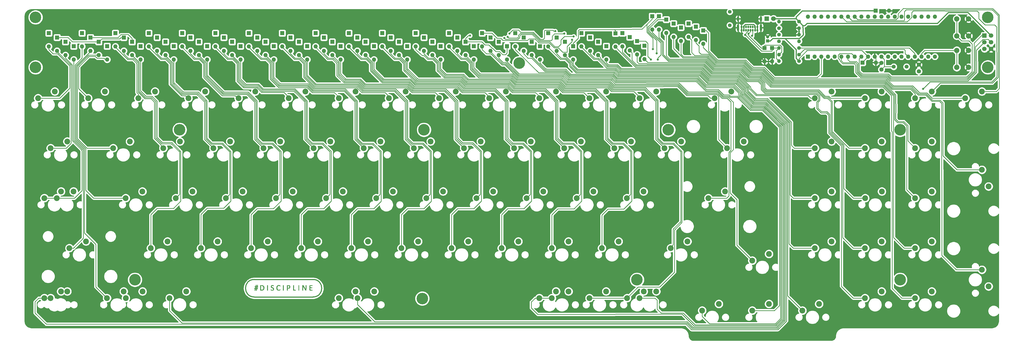
<source format=gbr>
G04 #@! TF.GenerationSoftware,KiCad,Pcbnew,(5.1.5-0-10_14)*
G04 #@! TF.CreationDate,2020-04-29T14:18:40-06:00*
G04 #@! TF.ProjectId,NumDiscipline-pcb,4e756d44-6973-4636-9970-6c696e652d70,rev?*
G04 #@! TF.SameCoordinates,Original*
G04 #@! TF.FileFunction,Copper,L1,Top*
G04 #@! TF.FilePolarity,Positive*
%FSLAX46Y46*%
G04 Gerber Fmt 4.6, Leading zero omitted, Abs format (unit mm)*
G04 Created by KiCad (PCBNEW (5.1.5-0-10_14)) date 2020-04-29 14:18:40*
%MOMM*%
%LPD*%
G04 APERTURE LIST*
%ADD10C,0.300000*%
%ADD11C,0.010000*%
%ADD12C,0.400000*%
%ADD13C,2.200000*%
%ADD14O,0.650000X1.000000*%
%ADD15O,0.900000X2.400000*%
%ADD16O,0.900000X1.700000*%
%ADD17C,4.400000*%
%ADD18R,1.600000X1.600000*%
%ADD19O,1.600000X1.600000*%
%ADD20C,1.600000*%
%ADD21R,1.200000X1.200000*%
%ADD22C,1.200000*%
%ADD23R,1.700000X1.700000*%
%ADD24C,1.700000*%
%ADD25C,1.500000*%
%ADD26C,1.400000*%
%ADD27O,1.400000X1.400000*%
%ADD28C,1.800000*%
%ADD29R,1.800000X1.800000*%
%ADD30C,2.000000*%
%ADD31C,0.800000*%
%ADD32C,0.250000*%
%ADD33C,0.254000*%
G04 APERTURE END LIST*
D10*
X141997714Y-164175321D02*
X143069142Y-164175321D01*
X142426285Y-163532464D02*
X141997714Y-165461035D01*
X142926285Y-164818178D02*
X141854857Y-164818178D01*
X142497714Y-165461035D02*
X142926285Y-163532464D01*
D11*
G36*
X144569336Y-163526071D02*
G01*
X144782445Y-163550174D01*
X144959039Y-163598997D01*
X145111971Y-163674997D01*
X145119124Y-163679490D01*
X145270737Y-163813075D01*
X145384589Y-163992690D01*
X145457524Y-164208993D01*
X145486384Y-164452641D01*
X145468275Y-164712642D01*
X145405956Y-164960707D01*
X145304492Y-165159011D01*
X145160544Y-165312399D01*
X144979146Y-165421954D01*
X144887970Y-165450755D01*
X144759903Y-165474780D01*
X144608761Y-165493341D01*
X144448363Y-165505752D01*
X144292526Y-165511325D01*
X144155067Y-165509374D01*
X144049803Y-165499211D01*
X143990553Y-165480150D01*
X143983326Y-165471471D01*
X143979191Y-165428320D01*
X143976003Y-165328520D01*
X143973839Y-165180711D01*
X143972772Y-164993532D01*
X143972879Y-164775626D01*
X143974233Y-164535632D01*
X143974713Y-164480029D01*
X143981442Y-163745850D01*
X144228247Y-163745850D01*
X144228247Y-165280298D01*
X144482511Y-165280298D01*
X144639719Y-165274886D01*
X144757179Y-165255603D01*
X144859771Y-165217881D01*
X144882447Y-165206840D01*
X145020337Y-165109131D01*
X145117407Y-164972477D01*
X145177032Y-164790404D01*
X145200696Y-164596875D01*
X145199515Y-164365457D01*
X145164279Y-164179418D01*
X145091879Y-164026640D01*
X145035416Y-163952769D01*
X144928735Y-163852363D01*
X144809516Y-163788575D01*
X144660813Y-163755158D01*
X144474154Y-163745850D01*
X144228247Y-163745850D01*
X143981442Y-163745850D01*
X143983388Y-163533639D01*
X144306860Y-163524233D01*
X144569336Y-163526071D01*
G37*
X144569336Y-163526071D02*
X144782445Y-163550174D01*
X144959039Y-163598997D01*
X145111971Y-163674997D01*
X145119124Y-163679490D01*
X145270737Y-163813075D01*
X145384589Y-163992690D01*
X145457524Y-164208993D01*
X145486384Y-164452641D01*
X145468275Y-164712642D01*
X145405956Y-164960707D01*
X145304492Y-165159011D01*
X145160544Y-165312399D01*
X144979146Y-165421954D01*
X144887970Y-165450755D01*
X144759903Y-165474780D01*
X144608761Y-165493341D01*
X144448363Y-165505752D01*
X144292526Y-165511325D01*
X144155067Y-165509374D01*
X144049803Y-165499211D01*
X143990553Y-165480150D01*
X143983326Y-165471471D01*
X143979191Y-165428320D01*
X143976003Y-165328520D01*
X143973839Y-165180711D01*
X143972772Y-164993532D01*
X143972879Y-164775626D01*
X143974233Y-164535632D01*
X143974713Y-164480029D01*
X143981442Y-163745850D01*
X144228247Y-163745850D01*
X144228247Y-165280298D01*
X144482511Y-165280298D01*
X144639719Y-165274886D01*
X144757179Y-165255603D01*
X144859771Y-165217881D01*
X144882447Y-165206840D01*
X145020337Y-165109131D01*
X145117407Y-164972477D01*
X145177032Y-164790404D01*
X145200696Y-164596875D01*
X145199515Y-164365457D01*
X145164279Y-164179418D01*
X145091879Y-164026640D01*
X145035416Y-163952769D01*
X144928735Y-163852363D01*
X144809516Y-163788575D01*
X144660813Y-163755158D01*
X144474154Y-163745850D01*
X144228247Y-163745850D01*
X143981442Y-163745850D01*
X143983388Y-163533639D01*
X144306860Y-163524233D01*
X144569336Y-163526071D01*
G36*
X154588194Y-163523251D02*
G01*
X154758337Y-163531555D01*
X154878884Y-163543065D01*
X154965537Y-163560661D01*
X155033995Y-163587224D01*
X155081147Y-163613715D01*
X155207736Y-163713726D01*
X155285747Y-163833985D01*
X155322520Y-163989111D01*
X155327845Y-164104976D01*
X155304135Y-164316517D01*
X155232990Y-164484934D01*
X155113016Y-164611534D01*
X154942816Y-164697620D01*
X154720997Y-164744500D01*
X154636919Y-164751549D01*
X154381717Y-164766322D01*
X154381717Y-165508832D01*
X154272891Y-165508832D01*
X154192221Y-165502859D01*
X154143774Y-165488352D01*
X154142300Y-165487067D01*
X154136718Y-165450038D01*
X154131665Y-165356126D01*
X154127333Y-165213743D01*
X154123912Y-165031300D01*
X154121593Y-164817208D01*
X154120568Y-164579880D01*
X154120535Y-164527954D01*
X154120972Y-164249949D01*
X154122516Y-164030261D01*
X154125518Y-163861919D01*
X154130020Y-163745850D01*
X154381717Y-163745850D01*
X154381717Y-164132183D01*
X154383458Y-164284908D01*
X154388194Y-164412988D01*
X154395197Y-164502747D01*
X154403482Y-164540280D01*
X154455482Y-164557226D01*
X154548919Y-164560833D01*
X154661454Y-164551763D01*
X154770745Y-164530677D01*
X154775915Y-164529265D01*
X154914847Y-164465075D01*
X155006225Y-164360135D01*
X155054048Y-164209183D01*
X155060436Y-164154917D01*
X155066012Y-164048101D01*
X155054170Y-163978574D01*
X155015541Y-163918830D01*
X154960302Y-163860836D01*
X154895923Y-163800496D01*
X154839648Y-163766077D01*
X154769614Y-163750330D01*
X154663960Y-163746006D01*
X154613517Y-163745850D01*
X154381717Y-163745850D01*
X154130020Y-163745850D01*
X154130327Y-163737948D01*
X154137293Y-163651376D01*
X154146767Y-163595230D01*
X154159099Y-163562536D01*
X154169634Y-163549858D01*
X154217762Y-163530790D01*
X154309989Y-163520810D01*
X154454015Y-163519427D01*
X154588194Y-163523251D01*
G37*
X154588194Y-163523251D02*
X154758337Y-163531555D01*
X154878884Y-163543065D01*
X154965537Y-163560661D01*
X155033995Y-163587224D01*
X155081147Y-163613715D01*
X155207736Y-163713726D01*
X155285747Y-163833985D01*
X155322520Y-163989111D01*
X155327845Y-164104976D01*
X155304135Y-164316517D01*
X155232990Y-164484934D01*
X155113016Y-164611534D01*
X154942816Y-164697620D01*
X154720997Y-164744500D01*
X154636919Y-164751549D01*
X154381717Y-164766322D01*
X154381717Y-165508832D01*
X154272891Y-165508832D01*
X154192221Y-165502859D01*
X154143774Y-165488352D01*
X154142300Y-165487067D01*
X154136718Y-165450038D01*
X154131665Y-165356126D01*
X154127333Y-165213743D01*
X154123912Y-165031300D01*
X154121593Y-164817208D01*
X154120568Y-164579880D01*
X154120535Y-164527954D01*
X154120972Y-164249949D01*
X154122516Y-164030261D01*
X154125518Y-163861919D01*
X154130020Y-163745850D01*
X154381717Y-163745850D01*
X154381717Y-164132183D01*
X154383458Y-164284908D01*
X154388194Y-164412988D01*
X154395197Y-164502747D01*
X154403482Y-164540280D01*
X154455482Y-164557226D01*
X154548919Y-164560833D01*
X154661454Y-164551763D01*
X154770745Y-164530677D01*
X154775915Y-164529265D01*
X154914847Y-164465075D01*
X155006225Y-164360135D01*
X155054048Y-164209183D01*
X155060436Y-164154917D01*
X155066012Y-164048101D01*
X155054170Y-163978574D01*
X155015541Y-163918830D01*
X154960302Y-163860836D01*
X154895923Y-163800496D01*
X154839648Y-163766077D01*
X154769614Y-163750330D01*
X154663960Y-163746006D01*
X154613517Y-163745850D01*
X154381717Y-163745850D01*
X154130020Y-163745850D01*
X154130327Y-163737948D01*
X154137293Y-163651376D01*
X154146767Y-163595230D01*
X154159099Y-163562536D01*
X154169634Y-163549858D01*
X154217762Y-163530790D01*
X154309989Y-163520810D01*
X154454015Y-163519427D01*
X154588194Y-163523251D01*
G36*
X151132930Y-163498499D02*
G01*
X151345788Y-163552659D01*
X151404506Y-163579418D01*
X151509031Y-163646884D01*
X151561300Y-163723156D01*
X151574005Y-163811889D01*
X151559033Y-163875233D01*
X151511273Y-163889052D01*
X151426465Y-163853571D01*
X151376309Y-163822398D01*
X151238134Y-163753698D01*
X151077485Y-163723343D01*
X151056850Y-163721884D01*
X150867606Y-163734726D01*
X150714127Y-163801087D01*
X150590931Y-163924105D01*
X150531193Y-164022651D01*
X150492609Y-164104955D01*
X150468034Y-164182846D01*
X150454421Y-164274810D01*
X150448725Y-164399333D01*
X150447818Y-164528692D01*
X150449861Y-164692798D01*
X150457617Y-164809236D01*
X150473801Y-164895561D01*
X150501129Y-164969333D01*
X150522592Y-165012234D01*
X150633077Y-165155849D01*
X150779344Y-165252902D01*
X150949149Y-165301067D01*
X151130247Y-165298019D01*
X151310393Y-165241431D01*
X151412362Y-165181217D01*
X151483980Y-165137202D01*
X151535924Y-165117174D01*
X151538235Y-165117059D01*
X151569033Y-165142826D01*
X151574460Y-165205626D01*
X151557565Y-165283706D01*
X151521400Y-165355316D01*
X151501666Y-165377796D01*
X151380991Y-165453794D01*
X151217794Y-165506499D01*
X151031749Y-165532499D01*
X150842526Y-165528387D01*
X150736856Y-165510336D01*
X150549345Y-165433720D01*
X150393415Y-165304430D01*
X150272388Y-165128657D01*
X150189583Y-164912590D01*
X150148322Y-164662418D01*
X150149303Y-164415130D01*
X150190908Y-164162628D01*
X150272021Y-163940608D01*
X150387785Y-163759618D01*
X150500628Y-163652519D01*
X150692489Y-163549873D01*
X150909210Y-163498052D01*
X151132930Y-163498499D01*
G37*
X151132930Y-163498499D02*
X151345788Y-163552659D01*
X151404506Y-163579418D01*
X151509031Y-163646884D01*
X151561300Y-163723156D01*
X151574005Y-163811889D01*
X151559033Y-163875233D01*
X151511273Y-163889052D01*
X151426465Y-163853571D01*
X151376309Y-163822398D01*
X151238134Y-163753698D01*
X151077485Y-163723343D01*
X151056850Y-163721884D01*
X150867606Y-163734726D01*
X150714127Y-163801087D01*
X150590931Y-163924105D01*
X150531193Y-164022651D01*
X150492609Y-164104955D01*
X150468034Y-164182846D01*
X150454421Y-164274810D01*
X150448725Y-164399333D01*
X150447818Y-164528692D01*
X150449861Y-164692798D01*
X150457617Y-164809236D01*
X150473801Y-164895561D01*
X150501129Y-164969333D01*
X150522592Y-165012234D01*
X150633077Y-165155849D01*
X150779344Y-165252902D01*
X150949149Y-165301067D01*
X151130247Y-165298019D01*
X151310393Y-165241431D01*
X151412362Y-165181217D01*
X151483980Y-165137202D01*
X151535924Y-165117174D01*
X151538235Y-165117059D01*
X151569033Y-165142826D01*
X151574460Y-165205626D01*
X151557565Y-165283706D01*
X151521400Y-165355316D01*
X151501666Y-165377796D01*
X151380991Y-165453794D01*
X151217794Y-165506499D01*
X151031749Y-165532499D01*
X150842526Y-165528387D01*
X150736856Y-165510336D01*
X150549345Y-165433720D01*
X150393415Y-165304430D01*
X150272388Y-165128657D01*
X150189583Y-164912590D01*
X150148322Y-164662418D01*
X150149303Y-164415130D01*
X150190908Y-164162628D01*
X150272021Y-163940608D01*
X150387785Y-163759618D01*
X150500628Y-163652519D01*
X150692489Y-163549873D01*
X150909210Y-163498052D01*
X151132930Y-163498499D01*
G36*
X148783164Y-163512690D02*
G01*
X148906235Y-163546836D01*
X148998724Y-163591094D01*
X149040950Y-163635931D01*
X149058816Y-163720303D01*
X149052033Y-163794135D01*
X149032304Y-163824485D01*
X148988645Y-163821456D01*
X148911960Y-163793440D01*
X148878486Y-163777441D01*
X148720557Y-163720791D01*
X148571473Y-163710104D01*
X148442141Y-163741514D01*
X148343467Y-163811157D01*
X148286358Y-163915169D01*
X148276576Y-163990709D01*
X148299965Y-164103537D01*
X148373837Y-164202698D01*
X148503748Y-164293999D01*
X148623164Y-164352894D01*
X148850378Y-164468838D01*
X149013696Y-164587310D01*
X149097064Y-164682389D01*
X149139263Y-164790372D01*
X149156969Y-164931307D01*
X149149490Y-165077340D01*
X149116133Y-165200618D01*
X149110268Y-165212734D01*
X149000894Y-165356309D01*
X148847301Y-165460930D01*
X148660288Y-165522805D01*
X148450655Y-165538143D01*
X148260252Y-165511160D01*
X148143663Y-165472635D01*
X148041515Y-165421133D01*
X147977717Y-165368891D01*
X147975083Y-165365192D01*
X147953774Y-165299713D01*
X147954396Y-165223597D01*
X147976000Y-165170899D01*
X147980594Y-165167360D01*
X148025259Y-165170075D01*
X148103657Y-165198475D01*
X148147352Y-165219535D01*
X148321523Y-165286627D01*
X148489172Y-165308596D01*
X148640315Y-165288726D01*
X148764969Y-165230301D01*
X148853151Y-165136604D01*
X148894877Y-165010918D01*
X148896884Y-164973010D01*
X148875397Y-164883800D01*
X148807413Y-164794630D01*
X148687649Y-164700584D01*
X148510822Y-164596746D01*
X148468861Y-164574741D01*
X148284923Y-164470967D01*
X148155820Y-164373997D01*
X148073345Y-164273635D01*
X148029289Y-164159684D01*
X148015443Y-164021949D01*
X148015393Y-164011470D01*
X148041067Y-163824339D01*
X148117722Y-163677876D01*
X148244805Y-163572647D01*
X148421764Y-163509221D01*
X148518022Y-163494417D01*
X148647698Y-163493576D01*
X148783164Y-163512690D01*
G37*
X148783164Y-163512690D02*
X148906235Y-163546836D01*
X148998724Y-163591094D01*
X149040950Y-163635931D01*
X149058816Y-163720303D01*
X149052033Y-163794135D01*
X149032304Y-163824485D01*
X148988645Y-163821456D01*
X148911960Y-163793440D01*
X148878486Y-163777441D01*
X148720557Y-163720791D01*
X148571473Y-163710104D01*
X148442141Y-163741514D01*
X148343467Y-163811157D01*
X148286358Y-163915169D01*
X148276576Y-163990709D01*
X148299965Y-164103537D01*
X148373837Y-164202698D01*
X148503748Y-164293999D01*
X148623164Y-164352894D01*
X148850378Y-164468838D01*
X149013696Y-164587310D01*
X149097064Y-164682389D01*
X149139263Y-164790372D01*
X149156969Y-164931307D01*
X149149490Y-165077340D01*
X149116133Y-165200618D01*
X149110268Y-165212734D01*
X149000894Y-165356309D01*
X148847301Y-165460930D01*
X148660288Y-165522805D01*
X148450655Y-165538143D01*
X148260252Y-165511160D01*
X148143663Y-165472635D01*
X148041515Y-165421133D01*
X147977717Y-165368891D01*
X147975083Y-165365192D01*
X147953774Y-165299713D01*
X147954396Y-165223597D01*
X147976000Y-165170899D01*
X147980594Y-165167360D01*
X148025259Y-165170075D01*
X148103657Y-165198475D01*
X148147352Y-165219535D01*
X148321523Y-165286627D01*
X148489172Y-165308596D01*
X148640315Y-165288726D01*
X148764969Y-165230301D01*
X148853151Y-165136604D01*
X148894877Y-165010918D01*
X148896884Y-164973010D01*
X148875397Y-164883800D01*
X148807413Y-164794630D01*
X148687649Y-164700584D01*
X148510822Y-164596746D01*
X148468861Y-164574741D01*
X148284923Y-164470967D01*
X148155820Y-164373997D01*
X148073345Y-164273635D01*
X148029289Y-164159684D01*
X148015443Y-164021949D01*
X148015393Y-164011470D01*
X148041067Y-163824339D01*
X148117722Y-163677876D01*
X148244805Y-163572647D01*
X148421764Y-163509221D01*
X148518022Y-163494417D01*
X148647698Y-163493576D01*
X148783164Y-163512690D01*
G36*
X156593607Y-163523507D02*
G01*
X156716036Y-163533639D01*
X156733422Y-165278169D01*
X157466936Y-165296621D01*
X157466936Y-165492508D01*
X156991658Y-165501507D01*
X156821652Y-165503222D01*
X156675352Y-165501855D01*
X156564944Y-165497739D01*
X156502614Y-165491208D01*
X156493779Y-165487904D01*
X156488094Y-165450745D01*
X156482932Y-165356534D01*
X156478482Y-165213514D01*
X156474929Y-165029927D01*
X156472460Y-164814018D01*
X156471262Y-164574028D01*
X156471177Y-164489338D01*
X156471177Y-163513374D01*
X156593607Y-163523507D01*
G37*
X156593607Y-163523507D02*
X156716036Y-163533639D01*
X156733422Y-165278169D01*
X157466936Y-165296621D01*
X157466936Y-165492508D01*
X156991658Y-165501507D01*
X156821652Y-165503222D01*
X156675352Y-165501855D01*
X156564944Y-165497739D01*
X156502614Y-165491208D01*
X156493779Y-165487904D01*
X156488094Y-165450745D01*
X156482932Y-165356534D01*
X156478482Y-165213514D01*
X156474929Y-165029927D01*
X156472460Y-164814018D01*
X156471262Y-164574028D01*
X156471177Y-164489338D01*
X156471177Y-163513374D01*
X156593607Y-163523507D01*
G36*
X158617771Y-163523507D02*
G01*
X158740200Y-163533639D01*
X158740200Y-165492508D01*
X158495342Y-165512774D01*
X158495342Y-163513374D01*
X158617771Y-163523507D01*
G37*
X158617771Y-163523507D02*
X158740200Y-163533639D01*
X158740200Y-165492508D01*
X158495342Y-165512774D01*
X158495342Y-163513374D01*
X158617771Y-163523507D01*
G36*
X161458613Y-164502808D02*
G01*
X161449969Y-165492508D01*
X161335702Y-165502123D01*
X161242145Y-165497106D01*
X161170021Y-165471878D01*
X161166703Y-165469476D01*
X161137041Y-165430672D01*
X161080741Y-165342323D01*
X161002404Y-165212218D01*
X160906636Y-165048148D01*
X160798039Y-164857902D01*
X160681218Y-164649272D01*
X160669400Y-164627949D01*
X160226829Y-163828686D01*
X160218090Y-164660597D01*
X160209352Y-165492508D01*
X160102765Y-165502775D01*
X159996178Y-165513041D01*
X160004821Y-164523340D01*
X160013465Y-163533639D01*
X160164883Y-163523838D01*
X160265673Y-163523279D01*
X160328050Y-163543819D01*
X160377094Y-163593112D01*
X160409243Y-163643101D01*
X160467379Y-163741688D01*
X160546470Y-163880010D01*
X160641488Y-164049206D01*
X160747403Y-164240412D01*
X160829661Y-164390539D01*
X161221434Y-165108891D01*
X161254082Y-163533639D01*
X161360669Y-163523373D01*
X161467257Y-163513107D01*
X161458613Y-164502808D01*
G37*
X161458613Y-164502808D02*
X161449969Y-165492508D01*
X161335702Y-165502123D01*
X161242145Y-165497106D01*
X161170021Y-165471878D01*
X161166703Y-165469476D01*
X161137041Y-165430672D01*
X161080741Y-165342323D01*
X161002404Y-165212218D01*
X160906636Y-165048148D01*
X160798039Y-164857902D01*
X160681218Y-164649272D01*
X160669400Y-164627949D01*
X160226829Y-163828686D01*
X160218090Y-164660597D01*
X160209352Y-165492508D01*
X160102765Y-165502775D01*
X159996178Y-165513041D01*
X160004821Y-164523340D01*
X160013465Y-163533639D01*
X160164883Y-163523838D01*
X160265673Y-163523279D01*
X160328050Y-163543819D01*
X160377094Y-163593112D01*
X160409243Y-163643101D01*
X160467379Y-163741688D01*
X160546470Y-163880010D01*
X160641488Y-164049206D01*
X160747403Y-164240412D01*
X160829661Y-164390539D01*
X161221434Y-165108891D01*
X161254082Y-163533639D01*
X161360669Y-163523373D01*
X161467257Y-163513107D01*
X161458613Y-164502808D01*
G36*
X163473616Y-163517908D02*
G01*
X163609315Y-163520465D01*
X163699623Y-163526154D01*
X163754489Y-163536147D01*
X163783863Y-163551610D01*
X163797695Y-163573714D01*
X163799152Y-163578012D01*
X163805565Y-163657059D01*
X163797859Y-163692279D01*
X163780554Y-163715006D01*
X163742086Y-163730375D01*
X163671706Y-163739737D01*
X163558666Y-163744442D01*
X163392218Y-163745840D01*
X163371472Y-163745850D01*
X162965642Y-163745850D01*
X162975029Y-164047843D01*
X162984416Y-164349835D01*
X163335380Y-164359101D01*
X163686344Y-164368368D01*
X163686344Y-164562046D01*
X162968092Y-164562046D01*
X162968092Y-165278347D01*
X163800612Y-165296621D01*
X163800612Y-165492508D01*
X163293730Y-165501462D01*
X163078275Y-165503487D01*
X162921645Y-165500599D01*
X162817529Y-165492440D01*
X162759616Y-165478651D01*
X162746879Y-165470447D01*
X162734512Y-165426122D01*
X162724239Y-165326845D01*
X162716066Y-165182924D01*
X162709996Y-165004664D01*
X162706034Y-164802374D01*
X162704183Y-164586358D01*
X162704449Y-164366926D01*
X162706835Y-164154382D01*
X162711346Y-163959035D01*
X162717986Y-163791191D01*
X162726758Y-163661156D01*
X162737669Y-163579239D01*
X162746087Y-163556493D01*
X162792342Y-163539105D01*
X162893236Y-163526949D01*
X163052226Y-163519771D01*
X163272768Y-163517319D01*
X163282576Y-163517316D01*
X163473616Y-163517908D01*
G37*
X163473616Y-163517908D02*
X163609315Y-163520465D01*
X163699623Y-163526154D01*
X163754489Y-163536147D01*
X163783863Y-163551610D01*
X163797695Y-163573714D01*
X163799152Y-163578012D01*
X163805565Y-163657059D01*
X163797859Y-163692279D01*
X163780554Y-163715006D01*
X163742086Y-163730375D01*
X163671706Y-163739737D01*
X163558666Y-163744442D01*
X163392218Y-163745840D01*
X163371472Y-163745850D01*
X162965642Y-163745850D01*
X162975029Y-164047843D01*
X162984416Y-164349835D01*
X163335380Y-164359101D01*
X163686344Y-164368368D01*
X163686344Y-164562046D01*
X162968092Y-164562046D01*
X162968092Y-165278347D01*
X163800612Y-165296621D01*
X163800612Y-165492508D01*
X163293730Y-165501462D01*
X163078275Y-165503487D01*
X162921645Y-165500599D01*
X162817529Y-165492440D01*
X162759616Y-165478651D01*
X162746879Y-165470447D01*
X162734512Y-165426122D01*
X162724239Y-165326845D01*
X162716066Y-165182924D01*
X162709996Y-165004664D01*
X162706034Y-164802374D01*
X162704183Y-164586358D01*
X162704449Y-164366926D01*
X162706835Y-164154382D01*
X162711346Y-163959035D01*
X162717986Y-163791191D01*
X162726758Y-163661156D01*
X162737669Y-163579239D01*
X162746087Y-163556493D01*
X162792342Y-163539105D01*
X162893236Y-163526949D01*
X163052226Y-163519771D01*
X163272768Y-163517319D01*
X163282576Y-163517316D01*
X163473616Y-163517908D01*
D12*
X141736000Y-168016750D02*
G75*
G02X141736000Y-161336750I0J3340000D01*
G01*
X164036000Y-161336750D02*
G75*
G02X164036000Y-168016750I0J-3340000D01*
G01*
X141766000Y-161336750D02*
X164046000Y-161336750D01*
X141746000Y-168016750D02*
X164046000Y-168016750D01*
D11*
G36*
X146856396Y-165492508D02*
G01*
X146750066Y-165502756D01*
X146664066Y-165497695D01*
X146627123Y-165469710D01*
X146623162Y-165427025D01*
X146620131Y-165327670D01*
X146618101Y-165180264D01*
X146617140Y-164993427D01*
X146617317Y-164775778D01*
X146618703Y-164535938D01*
X146619186Y-164480029D01*
X146627861Y-163533639D01*
X146856396Y-163533639D01*
X146856396Y-165492508D01*
G37*
X146856396Y-165492508D02*
X146750066Y-165502756D01*
X146664066Y-165497695D01*
X146627123Y-165469710D01*
X146623162Y-165427025D01*
X146620131Y-165327670D01*
X146618101Y-165180264D01*
X146617140Y-164993427D01*
X146617317Y-164775778D01*
X146618703Y-164535938D01*
X146619186Y-164480029D01*
X146627861Y-163533639D01*
X146856396Y-163533639D01*
X146856396Y-165492508D01*
G36*
X152879918Y-165508832D02*
G01*
X152764626Y-165508832D01*
X152683739Y-165498281D01*
X152636131Y-165472403D01*
X152633521Y-165467625D01*
X152629765Y-165425491D01*
X152626920Y-165326662D01*
X152625049Y-165179734D01*
X152624213Y-164993301D01*
X152624475Y-164775958D01*
X152625896Y-164536301D01*
X152626384Y-164480029D01*
X152635059Y-163533639D01*
X152757488Y-163523507D01*
X152879918Y-163513374D01*
X152879918Y-165508832D01*
G37*
X152879918Y-165508832D02*
X152764626Y-165508832D01*
X152683739Y-165498281D01*
X152636131Y-165472403D01*
X152633521Y-165467625D01*
X152629765Y-165425491D01*
X152626920Y-165326662D01*
X152625049Y-165179734D01*
X152624213Y-164993301D01*
X152624475Y-164775958D01*
X152625896Y-164536301D01*
X152626384Y-164480029D01*
X152635059Y-163533639D01*
X152757488Y-163523507D01*
X152879918Y-163513374D01*
X152879918Y-165508832D01*
D13*
X323056250Y-89693750D03*
X316706250Y-92233750D03*
X361156250Y-89693750D03*
X354806250Y-92233750D03*
D14*
X331210968Y-66391022D03*
X332910968Y-66391022D03*
X332060968Y-66391022D03*
X330360968Y-66391022D03*
X329510968Y-66391022D03*
X328660968Y-66391022D03*
X327810968Y-66391022D03*
X326960968Y-66391022D03*
X332910968Y-65066022D03*
X332055968Y-65066022D03*
X331205968Y-65066022D03*
X330355968Y-65066022D03*
X329505968Y-65066022D03*
X328655968Y-65066022D03*
X327805968Y-65066022D03*
X326955968Y-65066022D03*
D15*
X334260968Y-65411022D03*
X325610968Y-65411022D03*
D16*
X334260968Y-62031022D03*
X325610968Y-62031022D03*
D17*
X242411250Y-78898750D03*
X96361250Y-161448750D03*
X205581250Y-168592500D03*
X287178750Y-161448750D03*
X387191250Y-161448750D03*
X387191250Y-104298750D03*
X299085000Y-104298750D03*
X206216250Y-104298750D03*
X113347500Y-104298750D03*
D13*
X113506250Y-108743750D03*
X107156250Y-111283750D03*
X94456250Y-108743750D03*
X88106250Y-111283750D03*
D17*
X58578750Y-80486250D03*
X58578750Y-61436250D03*
X420528750Y-61436250D03*
X420528750Y-80486250D03*
D13*
X242094250Y-146843750D03*
X235744250Y-149383750D03*
D18*
X352140930Y-76389182D03*
D19*
X400400930Y-61149182D03*
X354680930Y-76389182D03*
X397860930Y-61149182D03*
X357220930Y-76389182D03*
X395320930Y-61149182D03*
X359760930Y-76389182D03*
X392780930Y-61149182D03*
X362300930Y-76389182D03*
X390240930Y-61149182D03*
X364840930Y-76389182D03*
X387700930Y-61149182D03*
X367380930Y-76389182D03*
X385160930Y-61149182D03*
X369920930Y-76389182D03*
X382620930Y-61149182D03*
X372460930Y-76389182D03*
X380080930Y-61149182D03*
X375000930Y-76389182D03*
X377540930Y-61149182D03*
X377540930Y-76389182D03*
X375000930Y-61149182D03*
X380080930Y-76389182D03*
X372460930Y-61149182D03*
X382620930Y-76389182D03*
X369920930Y-61149182D03*
X385160930Y-76389182D03*
X367380930Y-61149182D03*
X387700930Y-76389182D03*
X364840930Y-61149182D03*
X390240930Y-76389182D03*
X362300930Y-61149182D03*
X392780930Y-76389182D03*
X359760930Y-61149182D03*
X395320930Y-76389182D03*
X357220930Y-61149182D03*
X397860930Y-76389182D03*
X354680930Y-61149182D03*
X400400930Y-76389182D03*
X352140930Y-61149182D03*
D13*
X380206250Y-89693750D03*
X373856250Y-92233750D03*
X356393750Y-170656250D03*
X350043750Y-173196250D03*
X337343750Y-170656250D03*
X330993750Y-173196250D03*
X420846250Y-163988750D03*
X418306250Y-157638750D03*
X420846250Y-125888750D03*
X418306250Y-119538750D03*
X418306250Y-89693750D03*
X411956250Y-92233750D03*
X399256250Y-165893750D03*
X392906250Y-168433750D03*
X380206250Y-165893750D03*
X373856250Y-168433750D03*
X399256250Y-146843750D03*
X392906250Y-149383750D03*
X380206250Y-146843750D03*
X373856250Y-149383750D03*
X399256250Y-127793750D03*
X392906250Y-130333750D03*
X380258750Y-127793750D03*
X373908750Y-130333750D03*
X399256250Y-108743750D03*
X392906250Y-111283750D03*
X380206250Y-108743750D03*
X373856250Y-111283750D03*
X399256250Y-89693750D03*
X392906250Y-92233750D03*
X275466206Y-165893750D03*
X269116206Y-168433750D03*
X256410884Y-165883620D03*
X250060884Y-168423620D03*
D19*
X292957250Y-66071750D03*
D18*
X292957250Y-60991750D03*
D19*
X279019000Y-72644000D03*
D18*
X279019000Y-67564000D03*
D19*
X306759726Y-68928502D03*
D18*
X306759726Y-63848502D03*
D19*
X295497250Y-66071750D03*
D18*
X295497250Y-60991750D03*
D19*
X281654250Y-72548750D03*
D18*
X281654250Y-67468750D03*
D19*
X298291250Y-67341750D03*
D18*
X298291250Y-62261750D03*
D19*
X284448250Y-74072750D03*
D18*
X284448250Y-68992750D03*
D19*
X309553726Y-70068973D03*
D18*
X309553726Y-64988973D03*
D19*
X301085250Y-68865750D03*
D18*
X301085250Y-63785750D03*
D19*
X287242250Y-75596750D03*
D18*
X287242250Y-70516750D03*
D19*
X312388250Y-71532750D03*
D18*
X312388250Y-66452750D03*
D19*
X303879250Y-70389750D03*
D18*
X303879250Y-65309750D03*
D19*
X290036250Y-77374750D03*
D18*
X290036250Y-72294750D03*
D19*
X377964144Y-78680020D03*
D18*
X372884144Y-78680020D03*
D19*
X383000250Y-58926178D03*
D18*
X377920250Y-58926178D03*
D20*
X394293612Y-79506040D03*
X394293612Y-82006040D03*
X380079250Y-78811750D03*
X380079250Y-81311750D03*
D21*
X336865176Y-70404866D03*
D22*
X336865176Y-68904866D03*
D13*
X283390128Y-168433750D03*
X289740128Y-165893750D03*
X254833936Y-168433750D03*
X261183936Y-165893750D03*
X180207573Y-165901640D03*
X173857573Y-168441640D03*
X92893031Y-168429819D03*
X99243031Y-165889819D03*
X64293700Y-168423620D03*
X70643700Y-165883620D03*
X68262500Y-127783620D03*
X61912500Y-130323620D03*
D23*
X419258750Y-68421250D03*
D24*
X421798750Y-68421250D03*
X419258750Y-70961250D03*
X421798750Y-70961250D03*
X419258750Y-73501250D03*
X421798750Y-73501250D03*
D13*
X314325250Y-130333750D03*
X320675250Y-127793750D03*
X71437450Y-149383750D03*
X77787450Y-146843750D03*
X68262450Y-165883620D03*
X61912450Y-168423620D03*
X92075050Y-165893750D03*
X85725050Y-168433750D03*
X115887450Y-165883620D03*
X109537450Y-168423620D03*
X73025050Y-127783620D03*
X66675050Y-130323620D03*
X306387250Y-146843750D03*
X300037250Y-149383750D03*
X64293750Y-111283750D03*
X70643750Y-108743750D03*
X321468250Y-111283750D03*
X327818250Y-108743750D03*
X294481250Y-89693750D03*
X288131250Y-92233750D03*
X132556250Y-108743750D03*
X126206250Y-111283750D03*
X65881250Y-89693750D03*
X59531250Y-92233750D03*
X84931250Y-89693750D03*
X78581250Y-92233750D03*
X103981250Y-89693750D03*
X97631250Y-92233750D03*
X123031250Y-89693750D03*
X116681250Y-92233750D03*
X142081250Y-89693750D03*
X135731250Y-92233750D03*
X161131250Y-89693750D03*
X154781250Y-92233750D03*
X180181250Y-89693750D03*
X173831250Y-92233750D03*
X199231250Y-89693750D03*
X192881250Y-92233750D03*
X218281250Y-89693750D03*
X211931250Y-92233750D03*
X237331250Y-89693750D03*
X230981250Y-92233750D03*
X256381250Y-89693750D03*
X250031250Y-92233750D03*
X275431250Y-89693750D03*
X269081250Y-92233750D03*
X151606250Y-108743750D03*
X145256250Y-111283750D03*
X170656250Y-108743750D03*
X164306250Y-111283750D03*
X189706250Y-108743750D03*
X183356250Y-111283750D03*
X208756250Y-108743750D03*
X202406250Y-111283750D03*
X227806250Y-108743750D03*
X221456250Y-111283750D03*
X246856250Y-108743750D03*
X240506250Y-111283750D03*
X265906250Y-108743750D03*
X259556250Y-111283750D03*
X284956250Y-108743750D03*
X278606250Y-111283750D03*
X304006250Y-108743750D03*
X297656250Y-111283750D03*
X361156250Y-108743750D03*
X354806250Y-111283750D03*
X99218750Y-127793750D03*
X92868750Y-130333750D03*
X118268750Y-127793750D03*
X111918750Y-130333750D03*
X137318750Y-127793750D03*
X130968750Y-130333750D03*
X156368250Y-127793750D03*
X150018250Y-130333750D03*
X175418250Y-127793750D03*
X169068250Y-130333750D03*
X194468250Y-127793750D03*
X188118250Y-130333750D03*
X213518250Y-127793750D03*
X207168250Y-130333750D03*
X232568250Y-127793750D03*
X226218250Y-130333750D03*
X251618250Y-127793750D03*
X245268250Y-130333750D03*
X270668250Y-127793750D03*
X264318250Y-130333750D03*
X289718250Y-127793750D03*
X283368250Y-130333750D03*
X361156250Y-127793750D03*
X354806250Y-130333750D03*
X108743750Y-146843750D03*
X102393750Y-149383750D03*
X127793750Y-146843750D03*
X121443750Y-149383750D03*
X146843750Y-146843750D03*
X140493750Y-149383750D03*
X165894250Y-146843750D03*
X159544250Y-149383750D03*
X184944250Y-146843750D03*
X178594250Y-149383750D03*
X203994250Y-146843750D03*
X197644250Y-149383750D03*
X223044250Y-146843750D03*
X216694250Y-149383750D03*
X261144250Y-146843750D03*
X254794250Y-149383750D03*
X280194250Y-146843750D03*
X273844250Y-149383750D03*
X337343750Y-151606250D03*
X330993750Y-154146250D03*
X361156250Y-146843750D03*
X354806250Y-149383750D03*
X187325250Y-165893750D03*
X180975250Y-168433750D03*
X318293750Y-170656250D03*
X311943750Y-173196250D03*
X294521528Y-165883620D03*
X288171528Y-168423620D03*
D25*
X389639144Y-80256240D03*
X384759144Y-80256240D03*
D26*
X348763816Y-75645517D03*
D27*
X341143816Y-75645517D03*
D26*
X348763816Y-73152052D03*
D27*
X341143816Y-73152052D03*
D26*
X348763816Y-78138982D03*
D27*
X341143816Y-78138982D03*
D26*
X341143816Y-70580211D03*
D27*
X348763816Y-70580211D03*
D26*
X341143816Y-68060499D03*
D27*
X348763816Y-68060499D03*
D26*
X341143816Y-65567034D03*
D27*
X348763816Y-65567034D03*
D26*
X348763816Y-63073204D03*
D27*
X341143816Y-63073204D03*
D28*
X339055216Y-61970830D03*
D29*
X336515216Y-61970830D03*
D26*
X322435114Y-59350838D03*
X322435114Y-64450838D03*
D30*
X413238926Y-80520732D03*
X408738926Y-80520732D03*
X413238926Y-74020732D03*
X408738926Y-74020732D03*
X413238926Y-68520732D03*
X408738926Y-68520732D03*
X413238926Y-62020732D03*
X408738926Y-62020732D03*
D19*
X63600284Y-72555612D03*
D18*
X63600284Y-67475612D03*
D19*
X73108673Y-77516199D03*
D18*
X73108673Y-72436199D03*
D19*
X85786525Y-77516199D03*
D18*
X85786525Y-72436199D03*
D19*
X88955988Y-72555612D03*
D18*
X88955988Y-67475612D03*
D19*
X101633840Y-72555612D03*
D18*
X101633840Y-67475612D03*
D19*
X114311692Y-72555612D03*
D18*
X114311692Y-67475612D03*
D19*
X126989544Y-72555612D03*
D18*
X126989544Y-67475612D03*
D19*
X139667396Y-72555612D03*
D18*
X139667396Y-67475612D03*
D19*
X152345248Y-72555612D03*
D18*
X152345248Y-67475612D03*
D19*
X165023100Y-72555612D03*
D18*
X165023100Y-67475612D03*
D19*
X177700952Y-72555612D03*
D18*
X177700952Y-67475612D03*
D19*
X190378804Y-72555612D03*
D18*
X190378804Y-67475612D03*
D19*
X203056656Y-72555612D03*
D18*
X203056656Y-67475612D03*
D19*
X215734508Y-72555612D03*
D18*
X215734508Y-67475612D03*
D19*
X228342376Y-72555612D03*
D18*
X228342376Y-67475612D03*
D19*
X275541929Y-77516199D03*
D18*
X275541929Y-72436199D03*
D19*
X66769747Y-74209141D03*
D18*
X66769747Y-69129141D03*
D19*
X82617062Y-75862670D03*
D18*
X82617062Y-70782670D03*
D19*
X92125451Y-74209141D03*
D18*
X92125451Y-69129141D03*
D19*
X104803303Y-74209141D03*
D18*
X104803303Y-69129141D03*
D19*
X117481155Y-74209141D03*
D18*
X117481155Y-69129141D03*
D19*
X130159007Y-74209141D03*
D18*
X130159007Y-69129141D03*
D19*
X142836859Y-74209141D03*
D18*
X142836859Y-69129141D03*
D19*
X155514711Y-74209141D03*
D18*
X155514711Y-69129141D03*
D19*
X168192563Y-74209141D03*
D18*
X168192563Y-69129141D03*
D19*
X180870415Y-74209141D03*
D18*
X180870415Y-69129141D03*
D19*
X193548267Y-74209141D03*
D18*
X193548267Y-69129141D03*
D19*
X206226119Y-74209141D03*
D18*
X206226119Y-69129141D03*
D19*
X218886475Y-74209141D03*
D18*
X218886475Y-69129141D03*
D19*
X231493149Y-74209141D03*
D18*
X231493149Y-69129141D03*
D19*
X272453205Y-75862670D03*
D18*
X272453205Y-70782670D03*
D19*
X69939210Y-75862670D03*
D18*
X69939210Y-70782670D03*
D19*
X79447599Y-74209141D03*
D18*
X79447599Y-69129141D03*
D19*
X95294914Y-75862670D03*
D18*
X95294914Y-70782670D03*
D19*
X107972766Y-75862670D03*
D18*
X107972766Y-70782670D03*
D19*
X120650618Y-75862670D03*
D18*
X120650618Y-70782670D03*
D19*
X133328470Y-75862670D03*
D18*
X133328470Y-70782670D03*
D19*
X146006322Y-75862670D03*
D18*
X146006322Y-70782670D03*
D19*
X158684174Y-75862670D03*
D18*
X158684174Y-70782670D03*
D19*
X171362026Y-75862670D03*
D18*
X171362026Y-70782670D03*
D19*
X184039878Y-75862670D03*
D18*
X184039878Y-70782670D03*
D19*
X196717730Y-75862670D03*
D18*
X196717730Y-70782670D03*
D19*
X209395582Y-75862670D03*
D18*
X209395582Y-70782670D03*
D19*
X234643922Y-75862670D03*
D18*
X234643922Y-70782670D03*
D19*
X269364481Y-74209141D03*
D18*
X269364481Y-69129141D03*
D19*
X98464377Y-77516199D03*
D18*
X98464377Y-72436199D03*
D19*
X111142229Y-77516199D03*
D18*
X111142229Y-72436199D03*
D19*
X123820081Y-77516199D03*
D18*
X123820081Y-72436199D03*
D19*
X136497933Y-77516199D03*
D18*
X136497933Y-72436199D03*
D19*
X149175785Y-77516199D03*
D18*
X149175785Y-72436199D03*
D19*
X161853637Y-77516199D03*
D18*
X161853637Y-72436199D03*
D19*
X174531489Y-77516199D03*
D18*
X174531489Y-72436199D03*
D19*
X187209341Y-77516199D03*
D18*
X187209341Y-72436199D03*
D19*
X199887193Y-77516199D03*
D18*
X199887193Y-72436199D03*
D19*
X212565045Y-77516199D03*
D18*
X212565045Y-72436199D03*
D19*
X222038442Y-75862670D03*
D18*
X222038442Y-70782670D03*
D19*
X237794695Y-77516199D03*
D18*
X237794695Y-72436199D03*
D19*
X266089606Y-72555612D03*
D18*
X266089606Y-67475612D03*
D19*
X259788058Y-75862670D03*
D18*
X259788058Y-70782670D03*
D19*
X76278136Y-72555612D03*
D18*
X76278136Y-67475612D03*
D19*
X256637284Y-74209141D03*
D18*
X256637284Y-69129141D03*
D19*
X253486511Y-72555612D03*
D18*
X253486511Y-67475612D03*
D19*
X250335738Y-77516199D03*
D18*
X250335738Y-72436199D03*
D19*
X225190409Y-77516199D03*
D18*
X225190409Y-72436199D03*
D19*
X244096241Y-74209141D03*
D18*
X244096241Y-69129141D03*
D19*
X240945468Y-72555612D03*
D18*
X240945468Y-67475612D03*
D19*
X262938832Y-77516199D03*
D18*
X262938832Y-72436199D03*
D19*
X247184965Y-75862670D03*
D18*
X247184965Y-70782670D03*
D19*
X338562482Y-78242196D03*
D18*
X338562482Y-73162196D03*
D19*
X335692810Y-78242196D03*
D18*
X335692810Y-73162196D03*
D31*
X302742044Y-142886640D03*
X107771644Y-157339240D03*
X354679250Y-66071750D03*
X357092250Y-66071750D03*
X359632250Y-66071750D03*
X362172250Y-66071750D03*
X364839250Y-65944750D03*
X277971250Y-156831240D03*
X258921250Y-157085240D03*
X345281250Y-75723750D03*
X319881250Y-99218750D03*
X267176250Y-78898750D03*
X253523750Y-77184250D03*
X364839250Y-80168750D03*
X337153250Y-66262250D03*
X262477250Y-70008750D03*
X236725634Y-69327582D03*
X292449250Y-77501750D03*
X263112250Y-68738750D03*
X238072980Y-68935034D03*
X295116250Y-77501750D03*
X259556250Y-67595750D03*
X294671750Y-75152250D03*
X223724620Y-68392596D03*
X238720406Y-67640182D03*
X256127250Y-66706750D03*
X293211250Y-73564750D03*
X330930250Y-68484750D03*
X328263250Y-68103750D03*
X329533250Y-67722750D03*
X395954250Y-88677750D03*
D32*
X335797798Y-78259694D02*
X335797798Y-77981500D01*
X379241718Y-78680020D02*
X380067738Y-79506040D01*
X377964144Y-78680020D02*
X379241718Y-78680020D01*
X377964144Y-76812396D02*
X377540930Y-76389182D01*
X377964144Y-78680020D02*
X377964144Y-76812396D01*
D12*
X332910968Y-66391022D02*
X332910968Y-65066022D01*
X326960968Y-65071022D02*
X326955968Y-65066022D01*
X326960968Y-66391022D02*
X326960968Y-65071022D01*
X338562482Y-78242196D02*
X335692810Y-78242196D01*
X326960968Y-69510354D02*
X326960968Y-66391022D01*
X335692810Y-78242196D02*
X326960968Y-69510354D01*
X327810968Y-65071022D02*
X327805968Y-65066022D01*
X327810968Y-66391022D02*
X327810968Y-65071022D01*
X332060968Y-65071022D02*
X332055968Y-65066022D01*
X332060968Y-66391022D02*
X332060968Y-65071022D01*
X331506276Y-64166012D02*
X331930978Y-64590714D01*
X328355660Y-64166012D02*
X331506276Y-64166012D01*
X327805968Y-64715704D02*
X328355660Y-64166012D01*
X327805968Y-65066022D02*
X327805968Y-64715704D01*
X332055968Y-64715704D02*
X331726632Y-64386368D01*
X332055968Y-65066022D02*
X332055968Y-64715704D01*
D32*
X228342376Y-67475612D02*
X232064078Y-67475612D01*
X232064078Y-67475612D02*
X233960950Y-69372484D01*
X235418738Y-69372484D02*
X236300396Y-70254142D01*
X233960950Y-69372484D02*
X235418738Y-69372484D01*
X246124964Y-69657669D02*
X248410169Y-69657669D01*
X245528491Y-70254142D02*
X246124964Y-69657669D01*
X236300396Y-70254142D02*
X245528491Y-70254142D01*
X248410169Y-69657669D02*
X249904250Y-71151750D01*
X249904250Y-71151750D02*
X253841250Y-71151750D01*
X253841250Y-71151750D02*
X255746250Y-73056750D01*
X256916640Y-73084140D02*
X257297640Y-73084140D01*
X256889250Y-73056750D02*
X256916640Y-73084140D01*
X255746250Y-73056750D02*
X256889250Y-73056750D01*
X257297640Y-73084140D02*
X258951169Y-74737669D01*
X258951169Y-74737669D02*
X260669331Y-74737669D01*
X260669331Y-72520698D02*
X262477250Y-70712779D01*
X260669331Y-74737669D02*
X260669331Y-72520698D01*
X262477250Y-70712779D02*
X262477250Y-70008750D01*
X357220930Y-82961070D02*
X357220930Y-76389182D01*
X331299238Y-80523640D02*
X335541063Y-80523641D01*
X339435162Y-84417740D02*
X355764260Y-84417740D01*
X328433489Y-77657891D02*
X331299238Y-80523640D01*
X355764260Y-84417740D02*
X357220930Y-82961070D01*
X313438250Y-66452750D02*
X314420250Y-67434750D01*
X314420250Y-74314062D02*
X317764078Y-77657890D01*
X335541063Y-80523641D02*
X339435162Y-84417740D01*
X314420250Y-67434750D02*
X314420250Y-74314062D01*
X317764078Y-77657890D02*
X328433489Y-77657891D01*
X312388250Y-66452750D02*
X313438250Y-66452750D01*
X63600284Y-72555612D02*
X63600284Y-72714464D01*
X67808114Y-92233750D02*
X59531250Y-92233750D01*
X63600284Y-73686982D02*
X65252604Y-75339302D01*
X65252604Y-75339302D02*
X66995034Y-75339302D01*
X66995034Y-75339302D02*
X71579220Y-79923488D01*
X71579220Y-79923488D02*
X71579220Y-88462644D01*
X63600284Y-72555612D02*
X63600284Y-73686982D01*
X71579220Y-88462644D02*
X67808114Y-92233750D01*
X85095111Y-77516199D02*
X84580524Y-77001612D01*
X74939126Y-80291236D02*
X74939126Y-88591626D01*
X85786525Y-77516199D02*
X85095111Y-77516199D01*
X84580524Y-77001612D02*
X81990820Y-77001612D01*
X74939126Y-88591626D02*
X78581250Y-92233750D01*
X81990820Y-77001612D02*
X81325896Y-76336688D01*
X81325896Y-76336688D02*
X78893674Y-76336688D01*
X78893674Y-76336688D02*
X74939126Y-80291236D01*
X98709711Y-92233750D02*
X97631250Y-92233750D01*
X98770594Y-92294633D02*
X98709711Y-92233750D01*
X97631250Y-90678116D02*
X97631250Y-92233750D01*
X97090818Y-90137684D02*
X97631250Y-90678116D01*
X97090818Y-79030604D02*
X97090818Y-85768110D01*
X95586766Y-77526552D02*
X97090818Y-79030604D01*
X93661986Y-77526552D02*
X95586766Y-77526552D01*
X88955988Y-72820554D02*
X93661986Y-77526552D01*
X88955988Y-72555612D02*
X88955988Y-72820554D01*
X97090818Y-85768110D02*
X97090818Y-90137684D01*
X97090818Y-87517770D02*
X97090818Y-85768110D01*
X97090818Y-86362924D02*
X97090818Y-87517770D01*
X97090818Y-87517770D02*
X97090818Y-87727742D01*
X101633840Y-72555612D02*
X101633840Y-72864850D01*
X101633840Y-72555612D02*
X101633840Y-72689870D01*
X116557331Y-92233750D02*
X116681250Y-92233750D01*
X115620847Y-91297266D02*
X116557331Y-92233750D01*
X114144549Y-91297266D02*
X115620847Y-91297266D01*
X101633840Y-72555612D02*
X101633840Y-72812356D01*
X101633840Y-72812356D02*
X106295542Y-77474058D01*
X106295542Y-77474058D02*
X108097836Y-77474058D01*
X108097836Y-77474058D02*
X109777644Y-79153866D01*
X109777644Y-79153866D02*
X109777644Y-86930361D01*
X109777644Y-86930361D02*
X114144549Y-91297266D01*
X135402318Y-92233750D02*
X135731250Y-92233750D01*
X134465834Y-91297266D02*
X135402318Y-92233750D01*
X129583985Y-91297266D02*
X134465834Y-91297266D01*
X122444937Y-84158218D02*
X122724981Y-84438262D01*
X122724981Y-84438262D02*
X129583985Y-91297266D01*
X122446196Y-84159477D02*
X122724981Y-84438262D01*
X122446196Y-79066376D02*
X122446196Y-84159477D01*
X120836380Y-77456560D02*
X122446196Y-79066376D01*
X118946596Y-77456560D02*
X120836380Y-77456560D01*
X114311692Y-72555612D02*
X114311692Y-72821656D01*
X114311692Y-72821656D02*
X118946596Y-77456560D01*
X126989544Y-72555612D02*
X126989544Y-72830956D01*
X154781250Y-91875314D02*
X154781250Y-92233750D01*
X142723312Y-88268749D02*
X144544490Y-90089927D01*
X137683984Y-88268749D02*
X142723312Y-88268749D01*
X152995863Y-90089927D02*
X154781250Y-91875314D01*
X144544490Y-90089927D02*
X152995863Y-90089927D01*
X126989544Y-72813458D02*
X131632646Y-77456560D01*
X126989544Y-72555612D02*
X126989544Y-72813458D01*
X131632646Y-77456560D02*
X133522430Y-77456560D01*
X133522430Y-77456560D02*
X135132246Y-79066376D01*
X135132246Y-79066376D02*
X135132246Y-85717011D01*
X135132246Y-85717011D02*
X137683984Y-88268749D01*
X163750434Y-90142420D02*
X172208301Y-90142420D01*
X172208301Y-90142420D02*
X173831250Y-91765369D01*
X151001129Y-88200179D02*
X161808193Y-88200179D01*
X161808193Y-88200179D02*
X163750434Y-90142420D01*
X139667396Y-72822758D02*
X144301198Y-77456560D01*
X139667396Y-72555612D02*
X139667396Y-72822758D01*
X173831250Y-91765369D02*
X173831250Y-92233750D01*
X144301198Y-77456560D02*
X146225978Y-77456560D01*
X146225978Y-77456560D02*
X147783300Y-79013882D01*
X147783300Y-79013882D02*
X147783300Y-84982350D01*
X147783300Y-84982350D02*
X151001129Y-88200179D01*
X192881250Y-91550438D02*
X192881250Y-92233750D01*
X191473232Y-90142420D02*
X192881250Y-91550438D01*
X164544323Y-88252672D02*
X180758166Y-88252672D01*
X152345248Y-72814560D02*
X156987248Y-77456560D01*
X182647914Y-90142420D02*
X191473232Y-90142420D01*
X152345248Y-72555612D02*
X152345248Y-72814560D01*
X156987248Y-77456560D02*
X158894530Y-77456560D01*
X180758166Y-88252672D02*
X182647914Y-90142420D01*
X158894530Y-77456560D02*
X160486848Y-79048878D01*
X160486848Y-79048878D02*
X160486848Y-84195197D01*
X160486848Y-84195197D02*
X164544323Y-88252672D01*
X211931250Y-91545479D02*
X211931250Y-92233750D01*
X210528191Y-90142420D02*
X211931250Y-91545479D01*
X183405387Y-88268749D02*
X199862212Y-88268749D01*
X181499562Y-86362924D02*
X183405387Y-88268749D01*
X165023100Y-72823860D02*
X169655800Y-77456560D01*
X199862212Y-88268749D02*
X201735883Y-90142420D01*
X165023100Y-72555612D02*
X165023100Y-72823860D01*
X169655800Y-77456560D02*
X171580580Y-77456560D01*
X171580580Y-77456560D02*
X173137902Y-79013882D01*
X175882811Y-86362924D02*
X181499562Y-86362924D01*
X173137902Y-79013882D02*
X173137902Y-83618015D01*
X201735883Y-90142420D02*
X210528191Y-90142420D01*
X173137902Y-83618015D02*
X175882811Y-86362924D01*
X218874578Y-88252672D02*
X220764326Y-90142420D01*
X200502028Y-86362924D02*
X202391776Y-88252672D01*
X202391776Y-88252672D02*
X218874578Y-88252672D01*
X190403887Y-86362924D02*
X200502028Y-86362924D01*
X220764326Y-90142420D02*
X229373178Y-90142420D01*
X229373178Y-90142420D02*
X230981250Y-91750492D01*
X230981250Y-91750492D02*
X230981250Y-92233750D01*
X185859308Y-81818345D02*
X186068924Y-82027961D01*
X186068924Y-82027961D02*
X190403887Y-86362924D01*
X185841450Y-81800487D02*
X186068924Y-82027961D01*
X185841450Y-79048878D02*
X185841450Y-81800487D01*
X184249132Y-77456560D02*
X185841450Y-79048878D01*
X182341850Y-77456560D02*
X184249132Y-77456560D01*
X177700952Y-72555612D02*
X177700952Y-72815662D01*
X177700952Y-72815662D02*
X182341850Y-77456560D01*
X250031250Y-91535561D02*
X250031250Y-92233750D01*
X248638109Y-90142420D02*
X250031250Y-91535561D01*
X239812791Y-90142420D02*
X248638109Y-90142420D01*
X221656707Y-88252672D02*
X237923043Y-88252672D01*
X219789386Y-86385351D02*
X221656707Y-88252672D01*
X203254091Y-86385351D02*
X219789386Y-86385351D01*
X237923043Y-88252672D02*
X239812791Y-90142420D01*
X190378804Y-72807464D02*
X195027900Y-77456560D01*
X190378804Y-72555612D02*
X190378804Y-72807464D01*
X195027900Y-77456560D02*
X196917684Y-77456560D01*
X196917684Y-77456560D02*
X198492504Y-79031380D01*
X198492504Y-79031380D02*
X198492504Y-81623764D01*
X198492504Y-81623764D02*
X203254091Y-86385351D01*
X205581250Y-75977750D02*
X203056656Y-73686982D01*
X207707620Y-77469120D02*
X206216250Y-75977750D01*
X206216250Y-75977750D02*
X205581250Y-75977750D01*
X209609812Y-77469120D02*
X207707620Y-77469120D01*
X211200990Y-79060298D02*
X209609812Y-77469120D01*
X211200990Y-81740424D02*
X211200990Y-79060298D01*
X213963807Y-84503241D02*
X211200990Y-81740424D01*
X222512528Y-86385351D02*
X220630419Y-84503242D01*
X220630419Y-84503242D02*
X213963807Y-84503241D01*
X238677498Y-86385352D02*
X222512528Y-86385351D01*
X239321771Y-87026750D02*
X239318896Y-87026750D01*
X240570120Y-88275099D02*
X239321771Y-87026750D01*
X269081250Y-92233750D02*
X266967493Y-90119993D01*
X258950309Y-90119993D02*
X257099065Y-88268749D01*
X240576470Y-88268749D02*
X240570120Y-88275099D01*
X266967493Y-90119993D02*
X258950309Y-90119993D01*
X203056656Y-73686982D02*
X203056656Y-72555612D01*
X239318896Y-87026750D02*
X238677498Y-86385352D01*
X257099065Y-88268749D02*
X240576470Y-88268749D01*
X288131250Y-92233750D02*
X288051962Y-92233750D01*
X276032961Y-88252672D02*
X277502765Y-89722476D01*
X259766625Y-88252672D02*
X276032961Y-88252672D01*
X241289089Y-86362924D02*
X257876877Y-86362924D01*
X286013125Y-89722476D02*
X288131250Y-91840601D01*
X239399341Y-84473176D02*
X241289089Y-86362924D01*
X227010993Y-84473176D02*
X239399341Y-84473176D01*
X277502765Y-89722476D02*
X286013125Y-89722476D01*
X215734508Y-72826064D02*
X220365004Y-77456560D01*
X215734508Y-72555612D02*
X215734508Y-72826064D01*
X257876877Y-86362924D02*
X259766625Y-88252672D01*
X220365004Y-77456560D02*
X222237290Y-77456560D01*
X223794612Y-79013882D02*
X223794612Y-81256795D01*
X288131250Y-91840601D02*
X288131250Y-92233750D01*
X222237290Y-77456560D02*
X223794612Y-79013882D01*
X223794612Y-81256795D02*
X227010993Y-84473176D01*
X278296654Y-87832728D02*
X276826850Y-86362924D01*
X276826850Y-86362924D02*
X260606513Y-86362924D01*
X260606513Y-86362924D02*
X258716765Y-84473176D01*
X258716765Y-84473176D02*
X241944983Y-84473176D01*
X241944983Y-84473176D02*
X239932795Y-82460988D01*
X228342376Y-73686982D02*
X229994696Y-75339302D01*
X228342376Y-72555612D02*
X228342376Y-73686982D01*
X229994696Y-75339302D02*
X231703708Y-75339302D01*
X231703708Y-75339302D02*
X235920726Y-79556320D01*
X235920726Y-79556320D02*
X237005602Y-79556320D01*
X239910270Y-82460988D02*
X239932795Y-82460988D01*
X237005602Y-79556320D02*
X239910270Y-82460988D01*
X297253699Y-87810301D02*
X297231272Y-87832728D01*
X300682699Y-87810301D02*
X297253699Y-87810301D01*
X297231272Y-87832728D02*
X278296654Y-87832728D01*
X300682699Y-87810301D02*
X298418250Y-87810301D01*
X302630801Y-87810301D02*
X300682699Y-87810301D01*
X306079258Y-91258758D02*
X302630801Y-87810301D01*
X314175625Y-91258759D02*
X306079258Y-91258758D01*
X315150616Y-92233750D02*
X314175625Y-91258759D01*
X316706250Y-92233750D02*
X315150616Y-92233750D01*
X354806250Y-92233750D02*
X353250616Y-92233750D01*
X281239811Y-80918481D02*
X279769981Y-79448651D01*
X312003442Y-80918482D02*
X281239811Y-80918481D01*
X279769981Y-79448651D02*
X276343010Y-79448650D01*
X315052691Y-83967731D02*
X312003442Y-80918482D01*
X329936288Y-88183330D02*
X325720692Y-83967732D01*
X325140731Y-83967731D02*
X315052691Y-83967731D01*
X275541929Y-78647569D02*
X275541929Y-77516199D01*
X325720692Y-83967732D02*
X325140731Y-83967731D01*
X353250616Y-92233750D02*
X352275625Y-91258759D01*
X332493849Y-91258759D02*
X329936288Y-88701198D01*
X352275625Y-91258759D02*
X332493849Y-91258759D01*
X276343010Y-79448650D02*
X275541929Y-78647569D01*
X329936288Y-88701198D02*
X329936288Y-88183330D01*
X82662896Y-70782670D02*
X82617062Y-70782670D01*
X83828110Y-69617456D02*
X82662896Y-70782670D01*
X90587136Y-69617456D02*
X83828110Y-69617456D01*
X92125451Y-69129141D02*
X91075451Y-69129141D01*
X91075451Y-69129141D02*
X90587136Y-69617456D01*
X242582527Y-69138932D02*
X242582527Y-68578995D01*
X241933960Y-69787499D02*
X242582527Y-69138932D01*
X242582527Y-68578995D02*
X243157382Y-68004140D01*
X236725634Y-69327582D02*
X237185551Y-69787499D01*
X237185551Y-69787499D02*
X241933960Y-69787499D01*
X82617062Y-70782670D02*
X72587242Y-70782670D01*
X70933713Y-69129141D02*
X66769747Y-69129141D01*
X72587242Y-70782670D02*
X70933713Y-69129141D01*
X292449250Y-77501750D02*
X291306250Y-76358750D01*
X290443252Y-70516750D02*
X287242250Y-70516750D01*
X291306250Y-71379748D02*
X290443252Y-70516750D01*
X291306250Y-76358750D02*
X291306250Y-71379748D01*
X243157382Y-68004140D02*
X247393050Y-68004140D01*
X247393050Y-68004140D02*
X250090650Y-70701740D01*
X250090650Y-70701740D02*
X254027651Y-70701741D01*
X254027651Y-70701741D02*
X255932650Y-72606740D01*
X255932650Y-72606740D02*
X257339260Y-72606740D01*
X257339260Y-72606740D02*
X258286250Y-71659750D01*
X258286250Y-70099476D02*
X259646976Y-68738750D01*
X258286250Y-71659750D02*
X258286250Y-70099476D01*
X259646976Y-68738750D02*
X263112250Y-68738750D01*
X66769747Y-74466589D02*
X72051657Y-79748499D01*
X66769747Y-74209141D02*
X66769747Y-74466589D01*
X72051657Y-79748499D02*
X72051657Y-103525843D01*
X72051657Y-103525843D02*
X72068751Y-103542937D01*
X72068751Y-103542937D02*
X72068751Y-109427751D01*
X70212752Y-111283750D02*
X64293750Y-111283750D01*
X72068751Y-109427751D02*
X70212752Y-111283750D01*
X88106250Y-111283750D02*
X78075003Y-111283750D01*
X78075003Y-111283750D02*
X74904309Y-108113056D01*
X74904309Y-108113056D02*
X74518828Y-107727575D01*
X78720266Y-75862670D02*
X82617062Y-75862670D01*
X74484178Y-80098758D02*
X78720266Y-75862670D01*
X74484178Y-107692925D02*
X74484178Y-80098758D01*
X74904309Y-108113056D02*
X74484178Y-107692925D01*
X107156250Y-111283750D02*
X106277093Y-110404593D01*
X106277093Y-110404593D02*
X106277093Y-110037267D01*
X106277093Y-110037267D02*
X103766251Y-107526425D01*
X103766251Y-107526425D02*
X103766251Y-93757753D01*
X103766251Y-93757753D02*
X102457247Y-92448749D01*
X102457247Y-92448749D02*
X100079556Y-92448749D01*
X100079556Y-92448749D02*
X97790915Y-90160108D01*
X97790915Y-90160108D02*
X97564355Y-89933548D01*
X97546542Y-89915735D02*
X97790915Y-90160108D01*
X97546542Y-78838902D02*
X97546542Y-89915735D01*
X95779244Y-77071604D02*
X97546542Y-78838902D01*
X93856544Y-77071604D02*
X95779244Y-77071604D01*
X92125451Y-75340511D02*
X93856544Y-77071604D01*
X92125451Y-74209141D02*
X92125451Y-75340511D01*
X114292442Y-90808749D02*
X119967251Y-90808749D01*
X122816251Y-107893751D02*
X126206250Y-111283750D01*
X122816251Y-93657749D02*
X122816251Y-107893751D01*
X119967251Y-90808749D02*
X122816251Y-93657749D01*
X110232592Y-86748899D02*
X114292442Y-90808749D01*
X110232592Y-78961388D02*
X110232592Y-86748899D01*
X108290314Y-77019110D02*
X110232592Y-78961388D01*
X106481902Y-77019110D02*
X108290314Y-77019110D01*
X104803303Y-75340511D02*
X106481902Y-77019110D01*
X104803303Y-74209141D02*
X104803303Y-75340511D01*
X139010151Y-90808749D02*
X129817380Y-90808749D01*
X145256250Y-111283750D02*
X141866251Y-107893751D01*
X141866251Y-93664849D02*
X139010151Y-90808749D01*
X141866251Y-107893751D02*
X141866251Y-93664849D01*
X117481155Y-75340511D02*
X119142256Y-77001612D01*
X117481155Y-74209141D02*
X117481155Y-75340511D01*
X119142256Y-77001612D02*
X121028858Y-77001612D01*
X121028858Y-77001612D02*
X122901144Y-78873898D01*
X122901144Y-83892513D02*
X123128618Y-84119987D01*
X122901144Y-78873898D02*
X122901144Y-83892513D01*
X129817380Y-90808749D02*
X123128618Y-84119987D01*
X123128618Y-84119987D02*
X122920059Y-83911428D01*
X137916382Y-87818738D02*
X142909712Y-87818738D01*
X144708464Y-89617490D02*
X142909712Y-87818738D01*
X160916251Y-107893751D02*
X160916251Y-93657749D01*
X160916251Y-93657749D02*
X156875992Y-89617490D01*
X164306250Y-111283750D02*
X160916251Y-107893751D01*
X156875992Y-89617490D02*
X144708464Y-89617490D01*
X130159007Y-75340511D02*
X131820108Y-77001612D01*
X130159007Y-74209141D02*
X130159007Y-75340511D01*
X131820108Y-77001612D02*
X133714908Y-77001612D01*
X133714908Y-77001612D02*
X135587194Y-78873898D01*
X135587194Y-85489550D02*
X137916382Y-87818738D01*
X135587194Y-78873898D02*
X135587194Y-85489550D01*
X179966251Y-107893751D02*
X183356250Y-111283750D01*
X179966251Y-93657749D02*
X179966251Y-107893751D01*
X163914407Y-89669983D02*
X175978485Y-89669983D01*
X151204606Y-87727742D02*
X161972166Y-87727742D01*
X142836859Y-75340511D02*
X144497960Y-77001612D01*
X142836859Y-74209141D02*
X142836859Y-75340511D01*
X161972166Y-87727742D02*
X163914407Y-89669983D01*
X144497960Y-77001612D02*
X146418456Y-77001612D01*
X146418456Y-77001612D02*
X148238248Y-78821404D01*
X148238248Y-78821404D02*
X148238248Y-84761384D01*
X175978485Y-89669983D02*
X179966251Y-93657749D01*
X148238248Y-84761384D02*
X151204606Y-87727742D01*
X199084717Y-107962217D02*
X199084717Y-93726215D01*
X202406250Y-111283750D02*
X199084717Y-107962217D01*
X199084717Y-93726215D02*
X195028485Y-89669983D01*
X195028485Y-89669983D02*
X182811887Y-89669983D01*
X182811887Y-89669983D02*
X180899713Y-87757809D01*
X180899713Y-87757809D02*
X164731869Y-87757809D01*
X155514711Y-75340511D02*
X157175812Y-77001612D01*
X155514711Y-74209141D02*
X155514711Y-75340511D01*
X157175812Y-77001612D02*
X159087008Y-77001612D01*
X159087008Y-77001612D02*
X160941796Y-78856400D01*
X160941796Y-83967736D02*
X164731869Y-87757809D01*
X160941796Y-78856400D02*
X160941796Y-83967736D01*
X218087183Y-107914683D02*
X221456250Y-111283750D01*
X218087183Y-93678681D02*
X218087183Y-107914683D01*
X214078485Y-89669983D02*
X218087183Y-93678681D01*
X201899857Y-89669983D02*
X214078485Y-89669983D01*
X183592788Y-87780235D02*
X200010109Y-87780235D01*
X181703040Y-85890487D02*
X183592788Y-87780235D01*
X176092783Y-85890487D02*
X181703040Y-85890487D01*
X168192563Y-75340511D02*
X169853664Y-77001612D01*
X200010109Y-87780235D02*
X201899857Y-89669983D01*
X168192563Y-74209141D02*
X168192563Y-75340511D01*
X169853664Y-77001612D02*
X171773058Y-77001612D01*
X171773058Y-77001612D02*
X173592850Y-78821404D01*
X173592850Y-78821404D02*
X173592850Y-83390554D01*
X173592850Y-83390554D02*
X176092783Y-85890487D01*
X237116251Y-93657749D02*
X237116251Y-107893751D01*
X233128485Y-89669983D02*
X237116251Y-93657749D01*
X190567861Y-85890487D02*
X200712000Y-85890487D01*
X220974298Y-89669983D02*
X233128485Y-89669983D01*
X200712000Y-85890487D02*
X202601748Y-87780235D01*
X237116251Y-107893751D02*
X240506250Y-111283750D01*
X202601748Y-87780235D02*
X219084550Y-87780235D01*
X219084550Y-87780235D02*
X220974298Y-89669983D01*
X180870415Y-75340511D02*
X182531516Y-77001612D01*
X180870415Y-74209141D02*
X180870415Y-75340511D01*
X182531516Y-77001612D02*
X184441610Y-77001612D01*
X184441610Y-77001612D02*
X186296398Y-78856400D01*
X186296398Y-81619024D02*
X186333454Y-81656080D01*
X186296398Y-78856400D02*
X186296398Y-81619024D01*
X186309319Y-81631945D02*
X186333454Y-81656080D01*
X186333454Y-81656080D02*
X190567861Y-85890487D01*
X256167034Y-107894534D02*
X259556250Y-111283750D01*
X256167034Y-93658532D02*
X256167034Y-107894534D01*
X252178485Y-89669983D02*
X256167034Y-93658532D01*
X239976764Y-89669983D02*
X252178485Y-89669983D01*
X238087016Y-87780235D02*
X239976764Y-89669983D01*
X221866679Y-87780235D02*
X238087016Y-87780235D01*
X219984572Y-85898128D02*
X221866679Y-87780235D01*
X193548267Y-74209141D02*
X193548267Y-75340511D01*
X195209368Y-77001612D02*
X197127660Y-77001612D01*
X197127660Y-77001612D02*
X198947452Y-78821404D01*
X193548267Y-75340511D02*
X195209368Y-77001612D01*
X198947452Y-78821404D02*
X198947452Y-81396303D01*
X203449277Y-85898128D02*
X219984572Y-85898128D01*
X198947452Y-81396303D02*
X203449277Y-85898128D01*
X275216251Y-107893751D02*
X278606250Y-111283750D01*
X275216251Y-96389087D02*
X275216251Y-107893751D01*
X275216251Y-96389087D02*
X275216251Y-96582375D01*
X259136709Y-89669983D02*
X271228485Y-89669983D01*
X238821918Y-85890487D02*
X240711666Y-87780235D01*
X271228485Y-89669983D02*
X275216251Y-93657749D01*
X222654074Y-85890487D02*
X238821918Y-85890487D01*
X220816819Y-84053232D02*
X222654074Y-85890487D01*
X240711666Y-87780235D02*
X257246961Y-87780235D01*
X214150208Y-84053232D02*
X220816819Y-84053232D01*
X275216251Y-93657749D02*
X275216251Y-96389087D01*
X257246961Y-87780235D02*
X259136709Y-89669983D01*
X206226119Y-75340511D02*
X207904718Y-77019110D01*
X206226119Y-74209141D02*
X206226119Y-75340511D01*
X207904718Y-77019110D02*
X209796212Y-77019110D01*
X209796212Y-77019110D02*
X211651000Y-78873898D01*
X211651000Y-81554024D02*
X214150208Y-84053232D01*
X211651000Y-78873898D02*
X211651000Y-81554024D01*
X290055086Y-89250039D02*
X289162705Y-89250039D01*
X294276952Y-93471905D02*
X290055086Y-89250039D01*
X294276952Y-107904452D02*
X294276952Y-93471905D01*
X297656250Y-111283750D02*
X294276952Y-107904452D01*
X289858541Y-89250039D02*
X289162705Y-89250039D01*
X218886475Y-75340511D02*
X218886475Y-74209141D01*
X222429768Y-77001612D02*
X220547576Y-77001612D01*
X224249560Y-78821404D02*
X222429768Y-77001612D01*
X224249560Y-81029334D02*
X224249560Y-78821404D01*
X227220965Y-84000739D02*
X224249560Y-81029334D01*
X239563314Y-84000739D02*
X227220965Y-84000739D01*
X277666738Y-89250039D02*
X276196934Y-87780235D01*
X220547576Y-77001612D02*
X218886475Y-75340511D01*
X289162705Y-89250039D02*
X277666738Y-89250039D01*
X276196934Y-87780235D02*
X259976597Y-87780235D01*
X259976597Y-87780235D02*
X258086849Y-85890487D01*
X258086849Y-85890487D02*
X241453062Y-85890487D01*
X241453062Y-85890487D02*
X239563314Y-84000739D01*
X231493149Y-74481317D02*
X231493149Y-74209141D01*
X237198080Y-79101372D02*
X236113204Y-79101372D01*
X240107687Y-82010979D02*
X237198080Y-79101372D01*
X242108956Y-84000739D02*
X240119196Y-82010979D01*
X278506626Y-87360291D02*
X277036822Y-85890487D01*
X306265659Y-90808749D02*
X302817201Y-87360291D01*
X321468250Y-111283750D02*
X318191249Y-108006749D01*
X317390251Y-90808749D02*
X306265659Y-90808749D01*
X260816485Y-85890487D02*
X258926737Y-84000739D01*
X236113204Y-79101372D02*
X231493149Y-74481317D01*
X302817201Y-87360291D02*
X278506626Y-87360291D01*
X318191249Y-91609747D02*
X317390251Y-90808749D01*
X318191249Y-108006749D02*
X318191249Y-91609747D01*
X258926737Y-84000739D02*
X242108956Y-84000739D01*
X240119196Y-82010979D02*
X240107687Y-82010979D01*
X277036822Y-85890487D02*
X260816485Y-85890487D01*
X273253204Y-77032888D02*
X273253204Y-76662669D01*
X279583580Y-79898660D02*
X276118975Y-79898659D01*
X281053410Y-81368490D02*
X279583580Y-79898660D01*
X311817041Y-81368491D02*
X281053410Y-81368490D01*
X273253204Y-76662669D02*
X272453205Y-75862670D01*
X276118975Y-79898659D02*
X273253204Y-77032888D01*
X314866291Y-84417741D02*
X314741275Y-84292725D01*
X325534291Y-84417741D02*
X314866291Y-84417741D01*
X329486279Y-88369729D02*
X325534291Y-84417741D01*
X329486280Y-89515339D02*
X329486279Y-88369729D01*
X329998317Y-90043000D02*
X329486280Y-89515339D01*
X346920756Y-111283750D02*
X345873006Y-110236000D01*
X338163108Y-93726000D02*
X336766108Y-92329000D01*
X329998962Y-90043000D02*
X329998317Y-90043000D01*
X332284962Y-92329000D02*
X329998962Y-90043000D01*
X338202410Y-93726000D02*
X338163108Y-93726000D01*
X336766108Y-92329000D02*
X332284962Y-92329000D01*
X345873005Y-101396595D02*
X338202410Y-93726000D01*
X354806250Y-111283750D02*
X346920756Y-111283750D01*
X345873006Y-110236000D02*
X345873005Y-101396595D01*
X314741275Y-84292725D02*
X311817041Y-81368491D01*
X314866290Y-84417740D02*
X314741275Y-84292725D01*
X61936010Y-130333750D02*
X61922161Y-130319901D01*
X66675050Y-130333750D02*
X61936010Y-130333750D01*
X73382290Y-130333750D02*
X66675050Y-130333750D01*
X69939210Y-75862670D02*
X69939210Y-76994040D01*
X69939210Y-76994040D02*
X72576587Y-79631417D01*
X72576587Y-79631417D02*
X72576587Y-108462477D01*
X72576587Y-108462477D02*
X76251097Y-112136987D01*
X76251097Y-112136987D02*
X76251097Y-127464943D01*
X76251097Y-127464943D02*
X73382290Y-130333750D01*
X91065450Y-68004140D02*
X93780972Y-68004140D01*
X79447599Y-69129141D02*
X89940449Y-69129141D01*
X89940449Y-69129141D02*
X91065450Y-68004140D01*
X95294914Y-69518082D02*
X95294914Y-70782670D01*
X93780972Y-68004140D02*
X95294914Y-69518082D01*
X242132516Y-68340102D02*
X242919926Y-67552692D01*
X238072980Y-68935034D02*
X238472979Y-69335033D01*
X241750015Y-69335033D02*
X242132516Y-68952532D01*
X242132516Y-68952532D02*
X242132516Y-68340102D01*
X238472979Y-69335033D02*
X241750015Y-69335033D01*
X295117660Y-62261750D02*
X298291250Y-62261750D01*
X291832249Y-65547161D02*
X295117660Y-62261750D01*
X296259250Y-75793065D02*
X296259250Y-71141530D01*
X295116250Y-77501750D02*
X295116250Y-76936065D01*
X295116250Y-76936065D02*
X296259250Y-75793065D01*
X291832249Y-66724749D02*
X291832249Y-65547161D01*
X292380640Y-67273140D02*
X291832249Y-66724749D01*
X292390860Y-67273140D02*
X292380640Y-67273140D01*
X296259250Y-71141530D02*
X292390860Y-67273140D01*
X246941630Y-67554130D02*
X247579451Y-67554131D01*
X246940192Y-67552692D02*
X246941630Y-67554130D01*
X242919926Y-67552692D02*
X246940192Y-67552692D01*
X247579451Y-67554131D02*
X250277051Y-70251731D01*
X250277051Y-70251731D02*
X254614269Y-70251731D01*
X254614269Y-70251731D02*
X254984250Y-69881750D01*
X254984250Y-68597173D02*
X255858673Y-67722750D01*
X254984250Y-69881750D02*
X254984250Y-68597173D01*
X255858673Y-67722750D02*
X259429250Y-67722750D01*
X259429250Y-67722750D02*
X259556250Y-67595750D01*
X80642201Y-130333750D02*
X92868750Y-130333750D01*
X77668408Y-127359957D02*
X80642201Y-130333750D01*
X77668408Y-111559564D02*
X77668408Y-127359957D01*
X74046391Y-107937547D02*
X74169214Y-108060370D01*
X74169214Y-108060370D02*
X77668408Y-111559564D01*
X74029230Y-107920386D02*
X74169214Y-108060370D01*
X74029230Y-79906280D02*
X74029230Y-107920386D01*
X79447599Y-74487911D02*
X74029230Y-79906280D01*
X79447599Y-74209141D02*
X79447599Y-74487911D01*
X113291251Y-128961249D02*
X111918750Y-130333750D01*
X113291251Y-112707749D02*
X113291251Y-128961249D01*
X106539558Y-109617323D02*
X110200825Y-109617323D01*
X104229866Y-107307631D02*
X106539558Y-109617323D01*
X104229866Y-93554465D02*
X104229866Y-107307631D01*
X95294914Y-75939848D02*
X98014366Y-78659300D01*
X95294914Y-75862670D02*
X95294914Y-75939848D01*
X98014366Y-78659300D02*
X98014366Y-89701150D01*
X98014366Y-89701150D02*
X100292891Y-91979675D01*
X100292891Y-91979675D02*
X102655076Y-91979675D01*
X110200825Y-109617323D02*
X113291251Y-112707749D01*
X102655076Y-91979675D02*
X104229866Y-93554465D01*
X125430544Y-109827295D02*
X129460797Y-109827295D01*
X132341251Y-112707749D02*
X132341251Y-128961249D01*
X132341251Y-128961249D02*
X130968750Y-130333750D01*
X120194084Y-90358738D02*
X123284825Y-93449479D01*
X129460797Y-109827295D02*
X132341251Y-112707749D01*
X123284825Y-93449479D02*
X123284825Y-107681576D01*
X114524840Y-90358738D02*
X120194084Y-90358738D01*
X123284825Y-107681576D02*
X125430544Y-109827295D01*
X110686505Y-86520403D02*
X110826610Y-86660508D01*
X110826610Y-86660508D02*
X114524840Y-90358738D01*
X110687540Y-86521438D02*
X110826610Y-86660508D01*
X110687540Y-78768910D02*
X110687540Y-86521438D01*
X107972766Y-76054136D02*
X110687540Y-78768910D01*
X107972766Y-75862670D02*
X107972766Y-76054136D01*
X151391251Y-128960749D02*
X150018250Y-130333750D01*
X148510797Y-109827295D02*
X151391251Y-112707749D01*
X144439504Y-109827295D02*
X148510797Y-109827295D01*
X142339784Y-107727575D02*
X144439504Y-109827295D01*
X142339784Y-93501972D02*
X142339784Y-107727575D01*
X120650618Y-75975946D02*
X123356092Y-78681420D01*
X151391251Y-112707749D02*
X151391251Y-128960749D01*
X123356092Y-78681420D02*
X123356092Y-83711050D01*
X123356092Y-83711050D02*
X130003780Y-90358738D01*
X130003780Y-90358738D02*
X139196550Y-90358738D01*
X120650618Y-75862670D02*
X120650618Y-75975946D01*
X139196550Y-90358738D02*
X142339784Y-93501972D01*
X161394743Y-93499830D02*
X157039966Y-89145053D01*
X157039966Y-89145053D02*
X144872437Y-89145053D01*
X144872437Y-89145053D02*
X143096112Y-87368727D01*
X143096112Y-87368727D02*
X138148780Y-87368727D01*
X161394743Y-107727575D02*
X161394743Y-93499830D01*
X167560797Y-109827295D02*
X163494463Y-109827295D01*
X170441251Y-112707749D02*
X167560797Y-109827295D01*
X170441251Y-128960749D02*
X170441251Y-112707749D01*
X163494463Y-109827295D02*
X161394743Y-107727575D01*
X169068250Y-130333750D02*
X170441251Y-128960749D01*
X138148780Y-87368727D02*
X136287114Y-85507061D01*
X136287114Y-85507061D02*
X136040624Y-85260571D01*
X136042142Y-85262089D02*
X136287114Y-85507061D01*
X136042142Y-78681420D02*
X136042142Y-85262089D01*
X133328470Y-75862670D02*
X133328470Y-75967748D01*
X133328470Y-75967748D02*
X136042142Y-78681420D01*
X189491251Y-128960749D02*
X188118250Y-130333750D01*
X182572994Y-109857362D02*
X186640864Y-109857362D01*
X180449702Y-107734069D02*
X182572994Y-109857362D01*
X180449702Y-93504789D02*
X180449702Y-107734069D01*
X189491251Y-112707749D02*
X189491251Y-128960749D01*
X164117885Y-89197546D02*
X176142459Y-89197546D01*
X146006322Y-75942052D02*
X148691437Y-78627167D01*
X146006322Y-75862670D02*
X146006322Y-75942052D01*
X148691437Y-78627167D02*
X148691437Y-84578162D01*
X186640864Y-109857362D02*
X189491251Y-112707749D01*
X148691437Y-84578162D02*
X151368580Y-87255305D01*
X151368580Y-87255305D02*
X162175644Y-87255305D01*
X176142459Y-89197546D02*
X180449702Y-93504789D01*
X162175644Y-87255305D02*
X164117885Y-89197546D01*
X208541251Y-128960749D02*
X207168250Y-130333750D01*
X205660797Y-109827295D02*
X208541251Y-112707749D01*
X201656874Y-109827295D02*
X205660797Y-109827295D01*
X199557154Y-107727575D02*
X201656874Y-109827295D01*
X199557154Y-93562241D02*
X199557154Y-107727575D01*
X195192459Y-89197546D02*
X199557154Y-93562241D01*
X182975860Y-89197546D02*
X195192459Y-89197546D01*
X181086114Y-87307800D02*
X182975860Y-89197546D01*
X158684174Y-75951352D02*
X161394743Y-78661921D01*
X158684174Y-75862670D02*
X158684174Y-75951352D01*
X161394743Y-78661921D02*
X161394743Y-83692276D01*
X161394743Y-83692276D02*
X165010265Y-87307798D01*
X165010265Y-87307798D02*
X174360514Y-87307798D01*
X208541251Y-112707749D02*
X208541251Y-128960749D01*
X174360514Y-87307798D02*
X181086114Y-87307800D01*
X227591251Y-128960749D02*
X226218250Y-130333750D01*
X227591251Y-112707749D02*
X227591251Y-128960749D01*
X220554354Y-109669816D02*
X224553318Y-109669816D01*
X218559620Y-93501972D02*
X218559620Y-107675082D01*
X214255194Y-89197546D02*
X218559620Y-93501972D01*
X200174082Y-87307798D02*
X202063830Y-89197546D01*
X202063830Y-89197546D02*
X214255194Y-89197546D01*
X183756761Y-87307798D02*
X200174082Y-87307798D01*
X171362026Y-75943154D02*
X174045556Y-78626684D01*
X171362026Y-75862670D02*
X171362026Y-75943154D01*
X174045556Y-78626684D02*
X174045556Y-83160851D01*
X174045556Y-83160851D02*
X176302755Y-85418050D01*
X218559620Y-107675082D02*
X220554354Y-109669816D01*
X176302755Y-85418050D02*
X181867013Y-85418050D01*
X224553318Y-109669816D02*
X227591251Y-112707749D01*
X181867013Y-85418050D02*
X183756761Y-87307798D01*
X246641251Y-112707749D02*
X246641251Y-128960749D01*
X243760797Y-109827295D02*
X246641251Y-112707749D01*
X246641251Y-128960749D02*
X245268250Y-130333750D01*
X239714299Y-109827295D02*
X243760797Y-109827295D01*
X237614579Y-107727575D02*
X239714299Y-109827295D01*
X233310153Y-89197546D02*
X237614579Y-93501972D01*
X221184270Y-89197546D02*
X233310153Y-89197546D01*
X219294522Y-87307798D02*
X221184270Y-89197546D01*
X202811720Y-87307798D02*
X219294522Y-87307798D01*
X184039878Y-75952454D02*
X186759330Y-78671906D01*
X186759330Y-78671906D02*
X186759330Y-81445545D01*
X186759330Y-81445545D02*
X190731835Y-85418050D01*
X184039878Y-75862670D02*
X184039878Y-75952454D01*
X190731835Y-85418050D02*
X200921972Y-85418050D01*
X237614579Y-93501972D02*
X237614579Y-107727575D01*
X200921972Y-85418050D02*
X202811720Y-87307798D01*
X265691251Y-128960749D02*
X264318250Y-130333750D01*
X258769258Y-109827295D02*
X262810797Y-109827295D01*
X256617045Y-93472132D02*
X256617045Y-107675082D01*
X262810797Y-109827295D02*
X265691251Y-112707749D01*
X252342459Y-89197546D02*
X256617045Y-93472132D01*
X238296988Y-87307798D02*
X240186736Y-89197546D01*
X222076651Y-87307798D02*
X238296988Y-87307798D01*
X265691251Y-112707749D02*
X265691251Y-128960749D01*
X240186736Y-89197546D02*
X252342459Y-89197546D01*
X196717730Y-75944256D02*
X199399675Y-78626201D01*
X256617045Y-107675082D02*
X258769258Y-109827295D01*
X196717730Y-75862670D02*
X196717730Y-75944256D01*
X199399675Y-78626201D02*
X199399675Y-81166117D01*
X199399675Y-81166117D02*
X203681675Y-85448117D01*
X203681675Y-85448117D02*
X220216970Y-85448117D01*
X220216970Y-85448117D02*
X222076651Y-87307798D01*
X284741251Y-128960749D02*
X283368250Y-130333750D01*
X221026791Y-83580795D02*
X222864046Y-85418050D01*
X214360180Y-83580795D02*
X221026791Y-83580795D01*
X257456933Y-87307798D02*
X259346681Y-89197546D01*
X281860797Y-109827295D02*
X284741251Y-112707749D01*
X212102981Y-78678453D02*
X212102981Y-81323596D01*
X209395582Y-75862670D02*
X209395582Y-75971054D01*
X209395582Y-75971054D02*
X212102981Y-78678453D01*
X222864046Y-85418050D02*
X239031890Y-85418050D01*
X284741251Y-112707749D02*
X284741251Y-128960749D01*
X259346681Y-89197546D02*
X271392459Y-89197546D01*
X239031890Y-85418050D02*
X240921638Y-87307798D01*
X240921638Y-87307798D02*
X257456933Y-87307798D01*
X271392459Y-89197546D02*
X275672004Y-93477091D01*
X212102981Y-81323596D02*
X214360180Y-83580795D01*
X275672004Y-93477091D02*
X275672004Y-107675082D01*
X275672004Y-107675082D02*
X277824217Y-109827295D01*
X277824217Y-109827295D02*
X281860797Y-109827295D01*
X321278250Y-130333750D02*
X314325250Y-130333750D01*
X322100251Y-129511749D02*
X321278250Y-130333750D01*
X322100251Y-112924337D02*
X322100251Y-129511749D01*
X322893251Y-93709749D02*
X322893251Y-112131337D01*
X321544252Y-92360750D02*
X322893251Y-93709749D01*
X319578662Y-92360750D02*
X321544252Y-92360750D01*
X322893251Y-112131337D02*
X322100251Y-112924337D01*
X317576652Y-90358740D02*
X317888456Y-90670544D01*
X317888456Y-90670544D02*
X319578662Y-92360750D01*
X234643922Y-76994040D02*
X234643922Y-75862670D01*
X236296306Y-78646424D02*
X234643922Y-76994040D01*
X302993070Y-86899750D02*
X278866491Y-86899750D01*
X240260723Y-81516096D02*
X240260230Y-81516096D01*
X259160281Y-83505875D02*
X242250502Y-83505875D01*
X261094883Y-85440477D02*
X259160281Y-83505875D01*
X317888456Y-90670544D02*
X317576651Y-90358739D01*
X277407218Y-85440477D02*
X261094883Y-85440477D01*
X237390558Y-78646424D02*
X236296306Y-78646424D01*
X278866491Y-86899750D02*
X277407218Y-85440477D01*
X240260230Y-81516096D02*
X237390558Y-78646424D01*
X317576651Y-90358739D02*
X306452059Y-90358739D01*
X242250502Y-83505875D02*
X240260723Y-81516096D01*
X306452059Y-90358739D02*
X302993070Y-86899750D01*
X271030520Y-77006550D02*
X269364481Y-75340511D01*
X272590457Y-77006551D02*
X271030520Y-77006550D01*
X275932574Y-80348668D02*
X272590457Y-77006551D01*
X279397179Y-80348669D02*
X275932574Y-80348668D01*
X314679890Y-84867750D02*
X311630640Y-81818500D01*
X325347890Y-84867750D02*
X314679890Y-84867750D01*
X329036270Y-89697791D02*
X329036270Y-88556130D01*
X269364481Y-75340511D02*
X269364481Y-74209141D01*
X329870552Y-90551000D02*
X329864218Y-90551000D01*
X311630640Y-81818500D02*
X280867010Y-81818500D01*
X336638000Y-92837302D02*
X332156854Y-92837302D01*
X343495698Y-99695000D02*
X336638000Y-92837302D01*
X354806250Y-130333750D02*
X346614750Y-130333750D01*
X343535000Y-99695000D02*
X343495698Y-99695000D01*
X345422996Y-101582996D02*
X343535000Y-99695000D01*
X329864218Y-90551000D02*
X329036270Y-89697791D01*
X345422996Y-129141996D02*
X345422996Y-101582996D01*
X329036270Y-88556130D02*
X325347890Y-84867750D01*
X346614750Y-130333750D02*
X345422996Y-129141996D01*
X280867010Y-81818500D02*
X279397179Y-80348669D01*
X332156854Y-92837302D02*
X329870552Y-90551000D01*
X291382240Y-66931131D02*
X291382240Y-65106760D01*
X294671750Y-70220641D02*
X291382240Y-66931131D01*
X291382240Y-65106760D02*
X295497250Y-60991750D01*
X294671750Y-75152250D02*
X294671750Y-70220641D01*
X242185010Y-66292836D02*
X242989918Y-67097744D01*
X239943242Y-66292836D02*
X242185010Y-66292836D01*
X238720406Y-67640182D02*
X238720406Y-67515672D01*
X238720406Y-67515672D02*
X239943242Y-66292836D01*
X223724620Y-68392596D02*
X223158935Y-68392596D01*
X223158935Y-68392596D02*
X222038442Y-69513089D01*
X222038442Y-69513089D02*
X222038442Y-70782670D01*
X255561565Y-66706750D02*
X255205426Y-66350611D01*
X256127250Y-66706750D02*
X255561565Y-66706750D01*
X233521250Y-74453750D02*
X234900004Y-74453750D01*
X232132760Y-73183750D02*
X230862760Y-71913750D01*
X232251250Y-73183750D02*
X232132760Y-73183750D01*
X230862760Y-71913750D02*
X229365516Y-71913750D01*
X232251250Y-73183750D02*
X233521250Y-74453750D01*
X228234436Y-70782670D02*
X229365516Y-71913750D01*
X222038442Y-70782670D02*
X228234436Y-70782670D01*
X237163377Y-75701123D02*
X237775750Y-75088750D01*
X236147377Y-75701123D02*
X237163377Y-75701123D01*
X234900004Y-74453750D02*
X236147377Y-75701123D01*
X237775750Y-75088750D02*
X237794695Y-72436199D01*
X247751955Y-67090225D02*
X250463451Y-69801721D01*
X246853775Y-67090225D02*
X247751955Y-67090225D01*
X242989918Y-67097744D02*
X246853775Y-67090225D01*
X250463451Y-69801721D02*
X251571779Y-69801721D01*
X251571779Y-69801721D02*
X251999750Y-69373750D01*
X251999750Y-66579750D02*
X252253750Y-66325750D01*
X251999750Y-69373750D02*
X251999750Y-66579750D01*
X255205426Y-66350611D02*
X252253750Y-66325750D01*
X76740051Y-111988869D02*
X73108673Y-108357491D01*
X76740051Y-145636783D02*
X76740051Y-111988869D01*
X72993084Y-149383750D02*
X76740051Y-145636783D01*
X71437450Y-149383750D02*
X72993084Y-149383750D01*
X73108673Y-77516199D02*
X73108673Y-108357491D01*
X98464377Y-86870484D02*
X98464377Y-87106567D01*
X102841476Y-91529665D02*
X100525290Y-91529665D01*
X100525290Y-91529665D02*
X98464377Y-89468752D01*
X102871542Y-91559731D02*
X102841476Y-91529665D01*
X102917541Y-91559731D02*
X102871542Y-91559731D01*
X104754796Y-93396986D02*
X102917541Y-91559731D01*
X104754796Y-107150152D02*
X104754796Y-93396986D01*
X106749530Y-109144886D02*
X104754796Y-107150152D01*
X110371547Y-109144886D02*
X106749530Y-109144886D01*
X102393750Y-149383750D02*
X102393750Y-136650079D01*
X104783790Y-134260039D02*
X111001463Y-134260039D01*
X111001463Y-134260039D02*
X113783592Y-131477910D01*
X102393750Y-136650079D02*
X104783790Y-134260039D01*
X113783592Y-131477910D02*
X113783592Y-112556931D01*
X113783592Y-112556931D02*
X110371547Y-109144886D01*
X98464377Y-77516199D02*
X98464377Y-86870484D01*
X98464377Y-89468752D02*
X98464377Y-86870484D01*
X111142229Y-86293718D02*
X111142229Y-77516199D01*
X114757238Y-89908727D02*
X111142229Y-86293718D01*
X125594517Y-109354858D02*
X123757262Y-107517603D01*
X123757262Y-93239507D02*
X120426482Y-89908727D01*
X123757262Y-107517603D02*
X123757262Y-93239507D01*
X129636478Y-109354858D02*
X125594517Y-109354858D01*
X120426482Y-89908727D02*
X114757238Y-89908727D01*
X121491284Y-136502518D02*
X123786256Y-134207546D01*
X123786256Y-134207546D02*
X130103956Y-134207546D01*
X121491284Y-149226271D02*
X121491284Y-136502518D01*
X130103956Y-134207546D02*
X132838551Y-131472951D01*
X132838551Y-131472951D02*
X132838551Y-112556931D01*
X132838551Y-112556931D02*
X129636478Y-109354858D01*
X149006395Y-134365025D02*
X142788722Y-134365025D01*
X149006395Y-134354607D02*
X149006395Y-134365025D01*
X151893510Y-131467492D02*
X149006395Y-134354607D01*
X151893510Y-112556931D02*
X151893510Y-131467492D01*
X148691437Y-109354858D02*
X151893510Y-112556931D01*
X144649476Y-109354858D02*
X148691437Y-109354858D01*
X130190180Y-89908727D02*
X139428948Y-89908727D01*
X139428948Y-89908727D02*
X142812221Y-93292000D01*
X142812221Y-93292000D02*
X142812221Y-107517603D01*
X142788722Y-134365025D02*
X140493750Y-136659997D01*
X123820081Y-83538628D02*
X130190180Y-89908727D01*
X142812221Y-107517603D02*
X144649476Y-109354858D01*
X140493750Y-136659997D02*
X140493750Y-149383750D01*
X123820081Y-83538628D02*
X123820081Y-77516199D01*
X159548709Y-136659997D02*
X159548709Y-149383750D01*
X168061354Y-134365025D02*
X161843681Y-134365025D01*
X170948469Y-131477910D02*
X168061354Y-134365025D01*
X167798889Y-109354858D02*
X170948469Y-112504438D01*
X170948469Y-112504438D02*
X170948469Y-131477910D01*
X163704435Y-109354858D02*
X167798889Y-109354858D01*
X161867180Y-107517603D02*
X163704435Y-109354858D01*
X161867180Y-93335856D02*
X161867180Y-107517603D01*
X136497933Y-84982978D02*
X138433671Y-86918716D01*
X161843681Y-134365025D02*
X159548709Y-136659997D01*
X138433671Y-86918716D02*
X143282512Y-86918716D01*
X143282512Y-86918716D02*
X145036412Y-88672616D01*
X145036412Y-88672616D02*
X157203940Y-88672616D01*
X157203940Y-88672616D02*
X161867180Y-93335856D01*
X136497933Y-84982978D02*
X136497933Y-77516199D01*
X180898640Y-134365025D02*
X178603668Y-136659997D01*
X187116313Y-134365025D02*
X180898640Y-134365025D01*
X189950935Y-131530403D02*
X187116313Y-134365025D01*
X178603668Y-136659997D02*
X178603668Y-149383750D01*
X189950935Y-112504438D02*
X189950935Y-131530403D01*
X186853848Y-109407351D02*
X189950935Y-112504438D01*
X180922139Y-107570096D02*
X182759394Y-109407351D01*
X149175785Y-84380101D02*
X151578552Y-86782868D01*
X180922139Y-93340815D02*
X180922139Y-107570096D01*
X151578552Y-86782868D02*
X162339617Y-86782868D01*
X162339617Y-86782868D02*
X164281858Y-88725109D01*
X182759394Y-109407351D02*
X186853848Y-109407351D01*
X164281858Y-88725109D02*
X176306433Y-88725109D01*
X176306433Y-88725109D02*
X180922139Y-93340815D01*
X149175785Y-84380101D02*
X149175785Y-77516199D01*
X199953599Y-134312532D02*
X197658627Y-136607504D01*
X206171272Y-134312532D02*
X199953599Y-134312532D01*
X197658627Y-136607504D02*
X197658627Y-149331257D01*
X181237097Y-86835361D02*
X165174239Y-86835361D01*
X181259526Y-86857790D02*
X181237097Y-86835361D01*
X183139833Y-88725109D02*
X181272515Y-86857791D01*
X195462700Y-88725109D02*
X183139833Y-88725109D01*
X200029591Y-93292000D02*
X195462700Y-88725109D01*
X200029591Y-107465110D02*
X200029591Y-93292000D01*
X209005894Y-112504438D02*
X205856314Y-109354858D01*
X165174239Y-86835361D02*
X161853637Y-83514759D01*
X181272515Y-86857791D02*
X181259526Y-86857790D01*
X205856314Y-109354858D02*
X201919339Y-109354858D01*
X209005894Y-131505108D02*
X209005894Y-112504438D01*
X201919339Y-109354858D02*
X200029591Y-107465110D01*
X208978696Y-131505108D02*
X206171272Y-134312532D01*
X209005894Y-131505108D02*
X208978696Y-131505108D01*
X161853637Y-83514759D02*
X161853637Y-77516199D01*
X218956065Y-134365025D02*
X216661093Y-136659997D01*
X225173738Y-134365025D02*
X218956065Y-134365025D01*
X216661093Y-136659997D02*
X216661093Y-149383750D01*
X224753794Y-109197379D02*
X220816819Y-109197379D01*
X228060853Y-131500149D02*
X228060853Y-112504438D01*
X219032057Y-107412617D02*
X219032057Y-93292000D01*
X219032057Y-93292000D02*
X214465166Y-88725109D01*
X202227803Y-88725109D02*
X200338055Y-86835361D01*
X220816819Y-109197379D02*
X219032057Y-107412617D01*
X200338055Y-86835361D02*
X183966733Y-86835361D01*
X228060853Y-112504438D02*
X224753794Y-109197379D01*
X214465166Y-88725109D02*
X202227803Y-88725109D01*
X183966733Y-86835361D02*
X182076985Y-84945613D01*
X182076985Y-84945613D02*
X176512727Y-84945613D01*
X176512727Y-84945613D02*
X174517993Y-82950879D01*
X228038614Y-131500149D02*
X225173738Y-134365025D01*
X228060853Y-131500149D02*
X228038614Y-131500149D01*
X174531489Y-82937383D02*
X174531489Y-77516199D01*
X174517993Y-82950879D02*
X174531489Y-82937383D01*
X238011024Y-134365025D02*
X235716052Y-136659997D01*
X235716052Y-136659997D02*
X235716052Y-149383750D01*
X247115812Y-112504438D02*
X247115812Y-131495190D01*
X238087016Y-107517603D02*
X239924271Y-109354858D01*
X238087016Y-93337999D02*
X238087016Y-107517603D01*
X243966232Y-109354858D02*
X247115812Y-112504438D01*
X233474126Y-88725109D02*
X238087016Y-93337999D01*
X221446735Y-88725109D02*
X233474126Y-88725109D01*
X187209341Y-81259146D02*
X190895808Y-84945613D01*
X190895808Y-84945613D02*
X201131944Y-84945613D01*
X201131944Y-84945613D02*
X203021692Y-86835361D01*
X239924271Y-109354858D02*
X243966232Y-109354858D01*
X203021692Y-86835361D02*
X219556987Y-86835361D01*
X219556987Y-86835361D02*
X221446735Y-88725109D01*
X244245977Y-134365025D02*
X244123711Y-134365025D01*
X247115812Y-131495190D02*
X244245977Y-134365025D01*
X244228697Y-134365025D02*
X244123711Y-134365025D01*
X244123711Y-134365025D02*
X238011024Y-134365025D01*
X187209341Y-81259146D02*
X187209341Y-77516199D01*
X257118476Y-134417518D02*
X254823504Y-136712490D01*
X254823504Y-136712490D02*
X254823504Y-149436243D01*
X263243484Y-134417518D02*
X263021191Y-134417518D01*
X220449368Y-84998106D02*
X222286623Y-86835361D01*
X238491097Y-86835361D02*
X240380845Y-88725109D01*
X203914073Y-84998106D02*
X220449368Y-84998106D01*
X199887193Y-80971226D02*
X203914073Y-84998106D01*
X240380845Y-88725109D02*
X252506433Y-88725109D01*
X263021191Y-109354858D02*
X266170771Y-112504438D01*
X257089482Y-107465110D02*
X258979230Y-109354858D01*
X263231163Y-134417518D02*
X263021191Y-134417518D01*
X252506433Y-88725109D02*
X257089482Y-93308158D01*
X263021191Y-134417518D02*
X257118476Y-134417518D01*
X222286623Y-86835361D02*
X238491097Y-86835361D01*
X258979230Y-109354858D02*
X263021191Y-109354858D01*
X266170771Y-131490231D02*
X263243484Y-134417518D01*
X257089482Y-93308158D02*
X257089482Y-107465110D01*
X266170771Y-112504438D02*
X266170771Y-131490231D01*
X199887193Y-80971226D02*
X199887193Y-77516199D01*
X273878463Y-136817476D02*
X273878463Y-149541229D01*
X276173435Y-134522504D02*
X273878463Y-136817476D01*
X239235368Y-84945613D02*
X241125116Y-86835361D01*
X223074018Y-84945613D02*
X239235368Y-84945613D01*
X214622645Y-83108358D02*
X221236763Y-83108358D01*
X276144441Y-107465110D02*
X278034189Y-109354858D01*
X285225730Y-131485272D02*
X282188498Y-134522504D01*
X278034189Y-109354858D02*
X282076150Y-109354858D01*
X241125116Y-86835361D02*
X257666905Y-86835361D01*
X212565045Y-81050758D02*
X214622645Y-83108358D01*
X257666905Y-86835361D02*
X259556653Y-88725109D01*
X259556653Y-88725109D02*
X271556433Y-88725109D01*
X271556433Y-88725109D02*
X276144441Y-93313117D01*
X276144441Y-93313117D02*
X276144441Y-107465110D01*
X282188498Y-134522504D02*
X276173435Y-134522504D01*
X221236763Y-83108358D02*
X223074018Y-84945613D01*
X282076150Y-109354858D02*
X285225730Y-112504438D01*
X285225730Y-112504438D02*
X285225730Y-131485272D01*
X212565045Y-81050758D02*
X212565045Y-77516199D01*
X239924271Y-83725286D02*
X239749718Y-83550733D01*
X241617035Y-85418050D02*
X239924271Y-83725286D01*
X258296821Y-85418050D02*
X241617035Y-85418050D01*
X260186569Y-87307798D02*
X258296821Y-85418050D01*
X294726963Y-107675082D02*
X294726963Y-93285505D01*
X296879176Y-109827295D02*
X294726963Y-107675082D01*
X300910797Y-109827295D02*
X296879176Y-109827295D01*
X300037250Y-149383750D02*
X300037250Y-149083565D01*
X294726963Y-93285505D02*
X290219060Y-88777602D01*
X300037250Y-149083565D02*
X300973630Y-148147185D01*
X276406906Y-87307798D02*
X260186569Y-87307798D01*
X300973630Y-148147185D02*
X300973630Y-142156489D01*
X277876710Y-88777602D02*
X276406906Y-87307798D01*
X300973630Y-142156489D02*
X303791251Y-139338868D01*
X290219060Y-88777602D02*
X277876710Y-88777602D01*
X303791251Y-139338868D02*
X303791251Y-112707749D01*
X303791251Y-112707749D02*
X300910797Y-109827295D01*
X239727287Y-83528302D02*
X239924271Y-83725286D01*
X227430937Y-83528302D02*
X239727287Y-83528302D01*
X224701301Y-80798666D02*
X227430937Y-83528302D01*
X224701301Y-78625719D02*
X224701301Y-80798666D01*
X222038442Y-75862670D02*
X222038442Y-75962860D01*
X222038442Y-75962860D02*
X224701301Y-78625719D01*
X237798277Y-77519781D02*
X237794695Y-77516199D01*
X259346681Y-83055865D02*
X242436902Y-83055865D01*
X274320000Y-84963000D02*
X261236429Y-84945613D01*
X242436902Y-83055865D02*
X237798277Y-78417240D01*
X261236429Y-84945613D02*
X259346681Y-83055865D01*
X237798277Y-78417240D02*
X237798277Y-77519781D01*
X277566151Y-84963000D02*
X274320000Y-84963000D01*
X278976910Y-86373759D02*
X277566151Y-84963000D01*
X302989697Y-86391197D02*
X302483170Y-86390830D01*
X302483170Y-86390830D02*
X278976910Y-86373759D01*
X325131251Y-130940322D02*
X325131251Y-148283751D01*
X323808085Y-111852913D02*
X322600746Y-113060252D01*
X323808085Y-93822379D02*
X323808085Y-111852913D01*
X319813650Y-91910740D02*
X321896446Y-91910740D01*
X322600746Y-128409817D02*
X325131251Y-130940322D01*
X321896446Y-91910740D02*
X323808085Y-93822379D01*
X302483170Y-86390830D02*
X303120560Y-86390830D01*
X317782865Y-89879955D02*
X319813650Y-91910740D01*
X306609685Y-89879955D02*
X317782865Y-89879955D01*
X325131251Y-148283751D02*
X330993750Y-154146250D01*
X322600746Y-113060252D02*
X322600746Y-128409817D01*
X303120560Y-86390830D02*
X306609685Y-89879955D01*
X344936614Y-101772326D02*
X336464838Y-93300550D01*
X346547228Y-149383750D02*
X344997828Y-147834350D01*
X354806250Y-149383750D02*
X346547228Y-149383750D01*
X344997828Y-147834350D02*
X344936614Y-101772326D01*
X331863804Y-93287312D02*
X331505121Y-92928629D01*
X336391000Y-93300550D02*
X336377762Y-93287312D01*
X336377762Y-93287312D02*
X331863804Y-93287312D01*
X336464838Y-93300550D02*
X336391000Y-93300550D01*
X329336071Y-90652929D02*
X331897256Y-93292250D01*
X328586260Y-89903118D02*
X329336071Y-90652929D01*
X314587432Y-85411702D02*
X324961250Y-85375750D01*
X279210778Y-80798678D02*
X280680610Y-82268510D01*
X280680610Y-82268510D02*
X310932010Y-82268510D01*
X325219480Y-85375750D02*
X328586260Y-88742530D01*
X275746174Y-80798678D02*
X279210778Y-80798678D01*
X272404056Y-77456560D02*
X275746174Y-80798678D01*
X328586260Y-88742530D02*
X328586260Y-89903118D01*
X324961250Y-85375750D02*
X325219480Y-85375750D01*
X310936948Y-82273448D02*
X311449179Y-82273449D01*
X270829236Y-77456560D02*
X272404056Y-77456560D01*
X311449179Y-82273449D02*
X314587432Y-85411702D01*
X266089606Y-72716930D02*
X270829236Y-77456560D01*
X310932010Y-82268510D02*
X310936948Y-82273448D01*
X266089606Y-72555612D02*
X266089606Y-72716930D01*
X58386018Y-174125140D02*
X62651428Y-178390550D01*
X58386018Y-169851088D02*
X58386018Y-174125140D01*
X59803356Y-168433750D02*
X58386018Y-169851088D01*
X64293700Y-168429819D02*
X64289769Y-168433750D01*
X62651428Y-178390550D02*
X72709828Y-178390550D01*
X72709828Y-178390550D02*
X72513818Y-178383360D01*
X64289769Y-168433750D02*
X59803356Y-168433750D01*
X307886818Y-180446340D02*
X305823838Y-178383360D01*
X344026718Y-102153318D02*
X344026718Y-177156716D01*
X305823838Y-178383360D02*
X72709828Y-178390550D01*
X324882631Y-86311721D02*
X327680238Y-89109328D01*
X259788058Y-75862670D02*
X259788058Y-75986788D01*
X310952906Y-83178406D02*
X310957844Y-83183344D01*
X331494802Y-94202146D02*
X336075546Y-94202146D01*
X314214630Y-86311720D02*
X324882631Y-86311721D01*
X340737094Y-180446340D02*
X307886818Y-180446340D01*
X344026718Y-177156716D02*
X340737094Y-180446340D01*
X278825822Y-81708574D02*
X280295654Y-83178406D01*
X310957844Y-83183344D02*
X311086255Y-83183345D01*
X311086255Y-83183345D02*
X314214630Y-86311720D01*
X259788058Y-75986788D02*
X262482690Y-78681420D01*
X336075546Y-94202146D02*
X344026718Y-102153318D01*
X327680238Y-89109328D02*
X327680238Y-90387582D01*
X264424968Y-81708574D02*
X278825822Y-81708574D01*
X327680238Y-90387582D02*
X331494802Y-94202146D01*
X280295654Y-83178406D02*
X310952906Y-83178406D01*
X262482690Y-79766296D02*
X264424968Y-81708574D01*
X262482690Y-78681420D02*
X262482690Y-79766296D01*
X247184965Y-71162670D02*
X247334965Y-71162670D01*
X262938832Y-71386199D02*
X264890250Y-69434781D01*
X262938832Y-72436199D02*
X262938832Y-71386199D01*
X264890250Y-66489966D02*
X265308466Y-66071750D01*
X264890250Y-69434781D02*
X264890250Y-66489966D01*
X278576750Y-66071750D02*
X279019000Y-66514000D01*
X279019000Y-66514000D02*
X279019000Y-67564000D01*
X265308466Y-66071750D02*
X278576750Y-66071750D01*
X289054250Y-65944750D02*
X287369250Y-65944750D01*
X292957250Y-60991750D02*
X292957250Y-62041750D01*
X278576750Y-66071750D02*
X287369250Y-65944750D01*
X290932230Y-64159770D02*
X291052250Y-64039750D01*
X290932230Y-67117531D02*
X290932230Y-64159770D01*
X293211250Y-69396551D02*
X290932230Y-67117531D01*
X293211250Y-73564750D02*
X293211250Y-69396551D01*
X292957250Y-62041750D02*
X291052250Y-64039750D01*
X291052250Y-64039750D02*
X289054250Y-65944750D01*
X77195971Y-111769536D02*
X77195971Y-143632787D01*
X81502451Y-164211151D02*
X85725050Y-168433750D01*
X81502451Y-147939267D02*
X81502451Y-164211151D01*
X77195971Y-143632787D02*
X81502451Y-147939267D01*
X73573954Y-108147519D02*
X73784258Y-108357823D01*
X73784258Y-108357823D02*
X77195971Y-111769536D01*
X73574282Y-108147847D02*
X73784258Y-108357823D01*
X73574282Y-79678806D02*
X73574282Y-108147847D01*
X76278136Y-76974952D02*
X73574282Y-79678806D01*
X76278136Y-72555612D02*
X76278136Y-76974952D01*
X92896962Y-168433750D02*
X92893031Y-168429819D01*
X109537450Y-173262888D02*
X109537450Y-168433750D01*
X114213428Y-177933350D02*
X111190828Y-174910750D01*
X130799628Y-177933350D02*
X114213428Y-177933350D01*
X111190828Y-174910750D02*
X109537450Y-173262888D01*
X111439954Y-175165392D02*
X111190828Y-174910750D01*
X130799628Y-177933350D02*
X130596428Y-177933350D01*
X306085028Y-177933350D02*
X130799628Y-177933350D01*
X340544616Y-179991392D02*
X308143070Y-179991392D01*
X343571770Y-176964238D02*
X340544616Y-179991392D01*
X308143070Y-179991392D02*
X306085028Y-177933350D01*
X331302324Y-94657094D02*
X335894084Y-94657094D01*
X327225290Y-90580060D02*
X331302324Y-94657094D01*
X327225290Y-89290790D02*
X327225290Y-90580060D01*
X343571770Y-102334780D02*
X343571770Y-176964238D01*
X324696230Y-86761730D02*
X327225290Y-89290790D01*
X310899854Y-83633354D02*
X314028230Y-86761730D01*
X258315883Y-77019110D02*
X260172954Y-77019110D01*
X314028230Y-86761730D02*
X324696230Y-86761730D01*
X262027742Y-79958774D02*
X264232490Y-82163522D01*
X280103176Y-83633354D02*
X310899854Y-83633354D01*
X335894084Y-94657094D02*
X343571770Y-102334780D01*
X278633344Y-82163522D02*
X280103176Y-83633354D01*
X264232490Y-82163522D02*
X278633344Y-82163522D01*
X256637284Y-75340511D02*
X258315883Y-77019110D01*
X262027742Y-78873898D02*
X262027742Y-79958774D01*
X260172954Y-77019110D02*
X262027742Y-78873898D01*
X256637284Y-74209141D02*
X256637284Y-75340511D01*
X180975250Y-170941749D02*
X180975250Y-168433750D01*
X184469828Y-174377350D02*
X180975250Y-170941749D01*
X306260431Y-177397553D02*
X187490031Y-177397553D01*
X261572794Y-79066376D02*
X261572794Y-80151252D01*
X343116822Y-176771760D02*
X340352138Y-179536444D01*
X343116822Y-102516242D02*
X343116822Y-176771760D01*
X331109846Y-95112042D02*
X335712622Y-95112042D01*
X308399322Y-179536444D02*
X306260431Y-177397553D01*
X278440866Y-82618470D02*
X279910698Y-84088302D01*
X310627698Y-84244534D02*
X313594904Y-87211740D01*
X326770342Y-90772538D02*
X331109846Y-95112042D01*
X187490031Y-177397553D02*
X184469828Y-174377350D01*
X326770342Y-89724842D02*
X326770342Y-90772538D01*
X324257240Y-87211740D02*
X326770342Y-89724842D01*
X258125688Y-77474058D02*
X259980476Y-77474058D01*
X335712622Y-95112042D02*
X343116822Y-102516242D01*
X313594904Y-87211740D02*
X324257240Y-87211740D01*
X261572794Y-80151252D02*
X264040012Y-82618470D01*
X340352138Y-179536444D02*
X308399322Y-179536444D01*
X310627698Y-84088302D02*
X310627698Y-84244534D01*
X259980476Y-77474058D02*
X261572794Y-79066376D01*
X279910698Y-84088302D02*
X310627698Y-84088302D01*
X264040012Y-82618470D02*
X278440866Y-82618470D01*
X253486511Y-72834881D02*
X258125688Y-77474058D01*
X253486511Y-72555612D02*
X253486511Y-72834881D01*
X250071014Y-168433750D02*
X250060884Y-168423620D01*
X254833936Y-168433750D02*
X250071014Y-168433750D01*
X279724297Y-84538311D02*
X278254466Y-83068480D01*
X330933322Y-95571928D02*
X326320332Y-90958938D01*
X335536098Y-95571928D02*
X340308644Y-100344474D01*
X340308644Y-100453732D02*
X342666812Y-102811900D01*
X340308644Y-100344474D02*
X340308644Y-100453732D01*
X330923445Y-95562051D02*
X326320332Y-90958938D01*
X342666812Y-102811900D02*
X335416963Y-95562051D01*
X342656936Y-176553132D02*
X342666812Y-176563008D01*
X342656936Y-103530548D02*
X342656936Y-176553132D01*
X342666812Y-103520672D02*
X342656936Y-103530548D01*
X342666812Y-102811900D02*
X342666812Y-103520672D01*
X335526222Y-95562052D02*
X330923445Y-95562051D01*
X342666812Y-102702642D02*
X335526222Y-95562052D01*
X342666812Y-176563008D02*
X342666812Y-102702642D01*
X342666812Y-176571072D02*
X340151450Y-179086434D01*
X342666812Y-176563008D02*
X342666812Y-176571072D01*
X342666812Y-176571072D02*
X342666812Y-102702642D01*
X340151450Y-179086434D02*
X308842838Y-179086434D01*
X308842838Y-179086434D02*
X304355164Y-174598760D01*
X248505250Y-168423620D02*
X246989044Y-169939826D01*
X250060884Y-168423620D02*
X248505250Y-168423620D01*
X246989044Y-169939826D02*
X246989044Y-172198240D01*
X249427444Y-174636640D02*
X253212044Y-174636640D01*
X246989044Y-172198240D02*
X249427444Y-174636640D01*
X304355164Y-174598760D02*
X253212044Y-174636640D01*
X252660234Y-81206070D02*
X250335738Y-78881574D01*
X262039162Y-83095854D02*
X260149378Y-81206070D01*
X278281840Y-83095854D02*
X262039162Y-83095854D01*
X310158340Y-84542840D02*
X279728826Y-84542840D01*
X310160241Y-84544741D02*
X310158340Y-84542840D01*
X250335738Y-78881574D02*
X250335738Y-77516199D01*
X313408504Y-87661750D02*
X310291495Y-84544741D01*
X310291495Y-84544741D02*
X310160241Y-84544741D01*
X260149378Y-81206070D02*
X252660234Y-81206070D01*
X326320332Y-90035422D02*
X323946660Y-87661750D01*
X279728826Y-84542840D02*
X278281840Y-83095854D01*
X323946660Y-87661750D02*
X313408504Y-87661750D01*
X326320332Y-90958938D02*
X326320332Y-90035422D01*
X295199400Y-93082028D02*
X290422537Y-88305165D01*
X278086682Y-88305165D02*
X276616878Y-86835361D01*
X297089148Y-109354858D02*
X295199400Y-107465110D01*
X301078616Y-109354858D02*
X297089148Y-109354858D01*
X304280689Y-112556931D02*
X301078616Y-109354858D01*
X304280689Y-139627309D02*
X304280689Y-112556931D01*
X290422537Y-88305165D02*
X278086682Y-88305165D01*
X301462251Y-142445747D02*
X304280689Y-139627309D01*
X295199400Y-107465110D02*
X295199400Y-93082028D01*
X276616878Y-86835361D02*
X260396541Y-86835361D01*
X258506793Y-84945613D02*
X241781010Y-84945613D01*
X260396541Y-86835361D02*
X258506793Y-84945613D01*
X241781010Y-84945613D02*
X239891262Y-83055865D01*
X239891262Y-83055865D02*
X227640909Y-83055865D01*
X227640909Y-83055865D02*
X225190409Y-80605365D01*
X283390128Y-168433750D02*
X276225250Y-168433750D01*
X276272888Y-168433750D02*
X269116206Y-168433750D01*
X301462251Y-142445747D02*
X301462251Y-158530777D01*
X301462251Y-158530777D02*
X295763886Y-164229142D01*
X287594736Y-164229142D02*
X283390128Y-168433750D01*
X295763886Y-164229142D02*
X287594736Y-164229142D01*
X225190409Y-80605365D02*
X225190409Y-77516199D01*
X311943750Y-174751884D02*
X311943750Y-173196250D01*
X244096241Y-75340511D02*
X244096241Y-74209141D01*
X247140501Y-76987671D02*
X245743401Y-76987671D01*
X252023823Y-81870993D02*
X247140501Y-76987671D01*
X252030306Y-81870993D02*
X252023823Y-81870993D01*
X259766625Y-82110991D02*
X252270304Y-82110991D01*
X309943043Y-85470543D02*
X279346514Y-85470543D01*
X245743401Y-76987671D02*
X244096241Y-75340511D01*
X310034651Y-85560741D02*
X310033240Y-85560740D01*
X318155667Y-88979937D02*
X313453846Y-88979936D01*
X320186451Y-91010721D02*
X318155667Y-88979937D01*
X313453846Y-88979936D02*
X310034651Y-85560741D01*
X322269248Y-91010722D02*
X320186451Y-91010721D01*
X341751978Y-103169886D02*
X335054040Y-96471948D01*
X322484750Y-91217750D02*
X322269248Y-91010722D01*
X330538489Y-96471947D02*
X325538292Y-91471750D01*
X279346514Y-85470543D02*
X277876710Y-84000739D01*
X335054040Y-96471948D02*
X330538489Y-96471947D01*
X325538292Y-91471750D02*
X322738750Y-91471750D01*
X310033240Y-85560740D02*
X309943043Y-85470543D01*
X314746323Y-178169825D02*
X339774704Y-178169825D01*
X341751978Y-176192551D02*
X341751978Y-103169886D01*
X252270304Y-82110991D02*
X252030306Y-81870993D01*
X339774704Y-178169825D02*
X341751978Y-176192551D01*
X261656373Y-84000739D02*
X259766625Y-82110991D01*
X277876710Y-84000739D02*
X261656373Y-84000739D01*
X322738750Y-91471750D02*
X322484750Y-91217750D01*
X311943750Y-175367252D02*
X314746323Y-178169825D01*
X311943750Y-173196250D02*
X311943750Y-175367252D01*
X332562084Y-173183550D02*
X339409828Y-173183550D01*
X332549384Y-173196250D02*
X332562084Y-173183550D01*
X330993750Y-173196250D02*
X332549384Y-173196250D01*
X339349664Y-173259750D02*
X339409828Y-173183550D01*
X303598553Y-85920553D02*
X303601749Y-85923749D01*
X303530000Y-85920553D02*
X303598553Y-85920553D01*
X240945468Y-73686982D02*
X240945468Y-72555612D01*
X249819487Y-82561001D02*
X240945468Y-73686982D01*
X259580225Y-82561001D02*
X249819487Y-82561001D01*
X261469972Y-84450748D02*
X259580225Y-82561001D01*
X277690310Y-84450749D02*
X261469972Y-84450748D01*
X279163310Y-85923749D02*
X277690310Y-84450749D01*
X303601749Y-85923749D02*
X279163310Y-85923749D01*
X310388000Y-86614000D02*
X309697749Y-85923749D01*
X322082847Y-91460731D02*
X320000050Y-91460730D01*
X322543876Y-91921760D02*
X322082847Y-91460731D01*
X341297030Y-103351348D02*
X334867639Y-96921957D01*
X330352088Y-96921956D02*
X325351892Y-91921760D01*
X339409828Y-173183550D02*
X341297030Y-171312384D01*
X313267445Y-89429945D02*
X310388000Y-86614000D01*
X317969266Y-89429946D02*
X313267445Y-89429945D01*
X334867639Y-96921957D02*
X330352088Y-96921956D01*
X325351892Y-91921760D02*
X322543876Y-91921760D01*
X341297030Y-171312384D02*
X341297030Y-103351348D01*
X309697749Y-85923749D02*
X303601749Y-85923749D01*
X320000050Y-91460730D02*
X317969266Y-89429946D01*
X344486604Y-167639104D02*
X350043750Y-173196250D01*
X344486604Y-109502526D02*
X344486604Y-167639104D01*
X344476728Y-109492650D02*
X344486604Y-109502526D01*
X344476728Y-101948850D02*
X344476728Y-109492650D01*
X344458660Y-101948850D02*
X344476728Y-101948850D01*
X331687280Y-93747198D02*
X336257008Y-93747198D01*
X328136250Y-88928930D02*
X328136250Y-89566750D01*
X325069032Y-85861712D02*
X328136250Y-88928930D01*
X262938832Y-79575012D02*
X264617446Y-81253626D01*
X311262778Y-82723458D02*
X314401031Y-85861711D01*
X264617446Y-81253626D02*
X279018300Y-81253626D01*
X328136250Y-89566750D02*
X328135186Y-90195104D01*
X314401031Y-85861711D02*
X325069032Y-85861712D01*
X280488132Y-82723458D02*
X311262778Y-82723458D01*
X336257008Y-93747198D02*
X344458660Y-101948850D01*
X328135186Y-90195104D02*
X331687280Y-93747198D01*
X279018300Y-81253626D02*
X280488132Y-82723458D01*
X262938832Y-77516199D02*
X262938832Y-79575012D01*
X331210968Y-68204032D02*
X331210968Y-66391022D01*
X330930250Y-68484750D02*
X331210968Y-68204032D01*
X249884130Y-79066376D02*
X250059110Y-79241356D01*
X247184965Y-75862670D02*
X247184965Y-76367211D01*
X247184965Y-76367211D02*
X249885727Y-79067973D01*
X247184965Y-76367211D02*
X250059110Y-79241356D01*
X342206926Y-102988424D02*
X335240440Y-96021938D01*
X342206926Y-176386804D02*
X342206926Y-102988424D01*
X339967182Y-178626548D02*
X342206926Y-176386804D01*
X309267426Y-178626548D02*
X339967182Y-178626548D01*
X304789628Y-174148750D02*
X309267426Y-178626548D01*
X296407628Y-174148750D02*
X304789628Y-174148750D01*
X294818994Y-172715672D02*
X296407628Y-174148750D01*
X294818994Y-169238658D02*
X294818994Y-172715672D01*
X294014086Y-168433750D02*
X294818994Y-169238658D01*
X290123698Y-168423620D02*
X290159228Y-168459150D01*
X290159228Y-168459150D02*
X294014086Y-168433750D01*
X288171528Y-168423620D02*
X290123698Y-168423620D01*
X289727162Y-168433750D02*
X290159228Y-168459150D01*
X252473834Y-81656080D02*
X250059110Y-79241356D01*
X259962978Y-81656080D02*
X252473834Y-81656080D01*
X261852762Y-83545864D02*
X259962978Y-81656080D01*
X309975250Y-84994750D02*
X279543240Y-85015696D01*
X313150250Y-88039906D02*
X310105094Y-84994750D01*
X313150250Y-88039930D02*
X313150250Y-88039906D01*
X278073408Y-83545864D02*
X261852762Y-83545864D01*
X323818250Y-88169750D02*
X313404250Y-88169750D01*
X313404250Y-88169750D02*
X313150250Y-88039930D01*
X279543240Y-85015696D02*
X278073408Y-83545864D01*
X310105094Y-84994750D02*
X309975250Y-84994750D01*
X335189840Y-96021938D02*
X330724890Y-96021938D01*
X325850250Y-90201750D02*
X323818250Y-88169750D01*
X325860446Y-91157494D02*
X325850250Y-90201750D01*
X330724890Y-96021938D02*
X325860446Y-91157494D01*
X371660931Y-81910431D02*
X372818210Y-83067710D01*
X371660931Y-77189181D02*
X371660931Y-81910431D01*
X372460930Y-76389182D02*
X371660931Y-77189181D01*
X372818210Y-83067710D02*
X382739862Y-83067710D01*
X382739862Y-83067710D02*
X383835892Y-84163740D01*
X383835892Y-84163740D02*
X412531850Y-84163740D01*
X414563927Y-82131663D02*
X414563927Y-71600427D01*
X412531850Y-84163740D02*
X414563927Y-82131663D01*
X414563927Y-71600427D02*
X413353250Y-70389750D01*
X410607944Y-70389750D02*
X408738926Y-68520732D01*
X413353250Y-70389750D02*
X410607944Y-70389750D01*
X408738926Y-68520732D02*
X408738926Y-62020732D01*
X348763816Y-63073204D02*
X349021617Y-63073204D01*
X338789832Y-69480210D02*
X343399784Y-69480210D01*
X372884144Y-78505968D02*
X375000930Y-76389182D01*
X372884144Y-78680020D02*
X372884144Y-78505968D01*
X348763816Y-77149033D02*
X351840099Y-74072750D01*
X348763816Y-78138982D02*
X348763816Y-77149033D01*
X372684498Y-74072750D02*
X375000930Y-76389182D01*
X351840099Y-74072750D02*
X372684498Y-74072750D01*
D12*
X347663815Y-77038981D02*
X348763816Y-78138982D01*
X338789832Y-69480210D02*
X343463972Y-69480210D01*
X343463972Y-69480210D02*
X347663815Y-73680053D01*
X337865176Y-70404866D02*
X338789832Y-69480210D01*
X347663815Y-73680053D02*
X347663815Y-77038981D01*
X336865176Y-70404866D02*
X337865176Y-70404866D01*
X348972107Y-69480210D02*
X350361250Y-68091067D01*
X343463972Y-69480210D02*
X348972107Y-69480210D01*
X350234250Y-64543638D02*
X350234250Y-64547750D01*
X348763816Y-63073204D02*
X350234250Y-64543638D01*
X350361250Y-68091067D02*
X350234250Y-64547750D01*
X347661442Y-61970830D02*
X348763816Y-63073204D01*
X339055216Y-61970830D02*
X347661442Y-61970830D01*
X376720250Y-58926178D02*
X377920250Y-58926178D01*
X347661442Y-61970830D02*
X347661442Y-61278558D01*
X349980250Y-58959750D02*
X365601250Y-58959750D01*
X347661442Y-61278558D02*
X349980250Y-58959750D01*
X365601250Y-58959750D02*
X376720250Y-58926178D01*
X412975814Y-59598314D02*
X421798750Y-68421250D01*
X405630495Y-59570505D02*
X412975814Y-59598314D01*
X405503495Y-59570505D02*
X405630495Y-59570505D01*
X401374788Y-63699212D02*
X405503495Y-59570505D01*
X351844788Y-63699212D02*
X401374788Y-63699212D01*
X350996250Y-64547750D02*
X351844788Y-63699212D01*
X350234250Y-64547750D02*
X350996250Y-64547750D01*
D32*
X348790063Y-75619270D02*
X348763816Y-75645517D01*
X350807271Y-73602062D02*
X348763816Y-75645517D01*
X389115929Y-73965429D02*
X388752562Y-73602062D01*
X388752562Y-73602062D02*
X350807271Y-73602062D01*
X389115929Y-75264181D02*
X389115929Y-73965429D01*
X390240930Y-76389182D02*
X389115929Y-75264181D01*
X390675170Y-73152052D02*
X348763816Y-73152052D01*
X392780930Y-75257812D02*
X390675170Y-73152052D01*
X392780930Y-76389182D02*
X392780930Y-75257812D01*
X381204251Y-80186749D02*
X380079250Y-81311750D01*
X381204251Y-77512503D02*
X381204251Y-80186749D01*
X380080930Y-76389182D02*
X381204251Y-77512503D01*
X381273742Y-80256240D02*
X384759144Y-80256240D01*
X381204251Y-80186749D02*
X381273742Y-80256240D01*
X341116174Y-73179694D02*
X341143816Y-73152052D01*
X341133672Y-73162196D02*
X341143816Y-73152052D01*
X338562482Y-73162196D02*
X341133672Y-73162196D01*
X340118815Y-77113981D02*
X341143816Y-78138982D01*
X340118815Y-74177053D02*
X340118815Y-77113981D01*
X341143816Y-73152052D02*
X340118815Y-74177053D01*
X338562482Y-73162196D02*
X338464848Y-73162196D01*
X338487481Y-74287197D02*
X334573697Y-74287197D01*
X338562482Y-74212196D02*
X338487481Y-74287197D01*
X338562482Y-73162196D02*
X338562482Y-74212196D01*
X334573697Y-74287197D02*
X328390250Y-68103750D01*
X328390250Y-68103750D02*
X328263250Y-68103750D01*
X329510968Y-66635274D02*
X329510968Y-66391022D01*
X328663249Y-67482993D02*
X329510968Y-66635274D01*
X328663249Y-67703751D02*
X328663249Y-67482993D01*
X328263250Y-68103750D02*
X328663249Y-67703751D01*
X330360968Y-66895032D02*
X330360968Y-66391022D01*
X329533250Y-67722750D02*
X330360968Y-66895032D01*
X342168817Y-74620516D02*
X341143816Y-75645517D01*
X342168817Y-72660051D02*
X342168817Y-74620516D01*
X341545961Y-72037195D02*
X342168817Y-72660051D01*
X335767811Y-72037195D02*
X341545961Y-72037195D01*
X335692810Y-72112196D02*
X335767811Y-72037195D01*
X335692810Y-73162196D02*
X335692810Y-72112196D01*
X334407011Y-73162196D02*
X329533250Y-68288435D01*
X329533250Y-68288435D02*
X329533250Y-67722750D01*
X335692810Y-73162196D02*
X334407011Y-73162196D01*
X370242260Y-78713760D02*
X365606760Y-78713760D01*
X370760911Y-82283231D02*
X370760911Y-79232411D01*
X382367064Y-83967732D02*
X372445409Y-83967729D01*
X418694749Y-69786249D02*
X415766251Y-72714747D01*
X383579072Y-85179740D02*
X382367064Y-83967732D01*
X412788670Y-85179740D02*
X383579072Y-85179740D01*
X415766250Y-82202160D02*
X412788670Y-85179740D01*
X415766251Y-72714747D02*
X415766250Y-82202160D01*
X372445409Y-83967729D02*
X370760911Y-82283231D01*
X370760911Y-79232411D02*
X370242260Y-78713760D01*
X364902750Y-78009750D02*
X364840930Y-76389182D01*
X420623749Y-69786249D02*
X418694749Y-69786249D01*
X365606760Y-78713760D02*
X364902750Y-78009750D01*
X421798750Y-70961250D02*
X420623749Y-69786249D01*
X416274250Y-82200750D02*
X416216260Y-74003740D01*
X416274250Y-82330570D02*
X416274250Y-82200750D01*
X412975070Y-85629750D02*
X416274250Y-82330570D01*
X383392672Y-85629750D02*
X412975070Y-85629750D01*
X416216260Y-74003740D02*
X419258750Y-70961250D01*
X363715929Y-77031961D02*
X364390921Y-77706953D01*
X382180663Y-84417741D02*
X383392672Y-85629750D01*
X363715929Y-75849181D02*
X363715929Y-77031961D01*
X364300929Y-75264181D02*
X363715929Y-75849181D01*
X368795929Y-75264181D02*
X364300929Y-75264181D01*
X369920930Y-76389182D02*
X368795929Y-75264181D01*
X364390921Y-78134331D02*
X365420360Y-79163770D01*
X364390921Y-77706953D02*
X364390921Y-78134331D01*
X369866770Y-79163770D02*
X370310901Y-79607901D01*
X365420360Y-79163770D02*
X369866770Y-79163770D01*
X370310901Y-79607901D02*
X370310902Y-82469632D01*
X372259011Y-84417741D02*
X382180663Y-84417741D01*
X370310902Y-82469632D02*
X372259011Y-84417741D01*
X367315750Y-77565250D02*
X367380930Y-76389182D01*
X368014250Y-78263750D02*
X367315750Y-77565250D01*
X370554250Y-78263750D02*
X368014250Y-78263750D01*
X371210921Y-82096831D02*
X371210921Y-78920421D01*
X372631809Y-83517719D02*
X371210921Y-82096831D01*
X382158220Y-83517720D02*
X372631809Y-83517719D01*
X382553465Y-83517723D02*
X382158220Y-83517720D01*
X412718250Y-84613750D02*
X383649492Y-84613750D01*
X371210921Y-78920421D02*
X370554250Y-78263750D01*
X415316241Y-82015759D02*
X412718250Y-84613750D01*
X415316241Y-71263759D02*
X415316241Y-82015759D01*
X383649492Y-84613750D02*
X382553465Y-83517723D01*
X418158750Y-68421250D02*
X415316241Y-71263759D01*
X419258750Y-68421250D02*
X418158750Y-68421250D01*
X396558010Y-74020732D02*
X408738926Y-74020732D01*
X395320930Y-75257812D02*
X396558010Y-74020732D01*
X395320930Y-76389182D02*
X395320930Y-75257812D01*
X408738926Y-74020732D02*
X408738926Y-80520732D01*
X291329935Y-78668435D02*
X290036250Y-77374750D01*
X313046935Y-78668435D02*
X291329935Y-78668435D01*
X316086471Y-81707971D02*
X313046935Y-78668435D01*
X326755882Y-81707972D02*
X316086471Y-81707971D01*
X329621631Y-84573721D02*
X326755882Y-81707972D01*
X333863454Y-84573722D02*
X329621631Y-84573721D01*
X335709280Y-88248370D02*
X335709280Y-86419548D01*
X358698851Y-91460731D02*
X357600250Y-90362130D01*
X336469621Y-89008711D02*
X335709280Y-88248370D01*
X356280211Y-89008711D02*
X336469621Y-89008711D01*
X357600250Y-90328750D02*
X356280211Y-89008711D01*
X357600250Y-90362130D02*
X357600250Y-90328750D01*
X335709280Y-86419548D02*
X333863454Y-84573722D01*
X360017053Y-91460731D02*
X358698851Y-91460731D01*
X360790072Y-92233750D02*
X360017053Y-91460731D01*
X373856250Y-92233750D02*
X360790072Y-92233750D01*
X391319254Y-88870164D02*
X392906250Y-90457160D01*
X317018475Y-79457925D02*
X327687885Y-79457927D01*
X384087446Y-88870164D02*
X391319254Y-88870164D01*
X381479214Y-86261932D02*
X384087446Y-88870164D01*
X334795459Y-82323677D02*
X338733714Y-86261932D01*
X327687885Y-79457927D02*
X330553634Y-82323676D01*
X304827889Y-76418389D02*
X313978940Y-76418390D01*
X392906250Y-90457160D02*
X392906250Y-92233750D01*
X313978940Y-76418390D02*
X317018475Y-79457925D01*
X330553634Y-82323676D02*
X334795459Y-82323677D01*
X303879250Y-75469750D02*
X304827889Y-76418389D01*
X338733714Y-86261932D02*
X381479214Y-86261932D01*
X303879250Y-70389750D02*
X303879250Y-75469750D01*
X328247088Y-78107900D02*
X317577677Y-78107899D01*
X399386070Y-92233750D02*
X397343052Y-90190732D01*
X331112837Y-80973649D02*
X328247088Y-78107900D01*
X384646647Y-87520135D02*
X381994262Y-84867750D01*
X394673231Y-90190731D02*
X392002635Y-87520135D01*
X392002635Y-87520135D02*
X384646647Y-87520135D01*
X397343052Y-90190732D02*
X394673231Y-90190731D01*
X335354662Y-80973650D02*
X331112837Y-80973649D01*
X339248762Y-84867750D02*
X335354662Y-80973650D01*
X411956250Y-92233750D02*
X399386070Y-92233750D01*
X312388250Y-72918472D02*
X312388250Y-71532750D01*
X317577677Y-78107899D02*
X312388250Y-72918472D01*
X381994262Y-84867750D02*
X339248762Y-84867750D01*
X367714482Y-111283750D02*
X373856250Y-111283750D01*
X361410250Y-93490338D02*
X361410250Y-104979518D01*
X359830653Y-91910741D02*
X361410250Y-93490338D01*
X356060431Y-89458721D02*
X358512450Y-91910740D01*
X335259270Y-88434770D02*
X336283221Y-89458721D01*
X335259270Y-86605948D02*
X335259270Y-88434770D01*
X329322329Y-85023730D02*
X333677053Y-85023731D01*
X328263250Y-83964651D02*
X329322329Y-85023730D01*
X287242250Y-75596750D02*
X287242250Y-78448740D01*
X328263250Y-83851750D02*
X328263250Y-83964651D01*
X315840801Y-82157981D02*
X326569481Y-82157981D01*
X312801265Y-79118445D02*
X315840801Y-82157981D01*
X361410250Y-104979518D02*
X367714482Y-111283750D01*
X336283221Y-89458721D02*
X356060431Y-89458721D01*
X290984651Y-79083741D02*
X291019354Y-79118444D01*
X291019354Y-79118444D02*
X312801265Y-79118445D01*
X287877250Y-79083740D02*
X290984651Y-79083741D01*
X287242250Y-78448740D02*
X287877250Y-79083740D01*
X358512450Y-91910740D02*
X359830653Y-91910741D01*
X333677053Y-85023731D02*
X335259270Y-86605948D01*
X326569481Y-82157981D02*
X328263250Y-83851750D01*
X301085250Y-73312160D02*
X301085250Y-68865750D01*
X313792539Y-76868399D02*
X304641488Y-76868398D01*
X316832075Y-79907935D02*
X313792539Y-76868399D01*
X325603064Y-79907935D02*
X316832075Y-79907935D01*
X330367235Y-82773685D02*
X327501484Y-79907936D01*
X327501484Y-79907936D02*
X325603064Y-79907935D01*
X334609058Y-82773686D02*
X330367235Y-82773685D01*
X338547313Y-86711941D02*
X334609058Y-82773686D01*
X381292672Y-86711942D02*
X338547313Y-86711941D01*
X390166261Y-102700351D02*
X388584150Y-101118240D01*
X385566269Y-90985539D02*
X381292672Y-86711942D01*
X304641488Y-76868398D02*
X301085250Y-73312160D01*
X385603750Y-97885250D02*
X385566269Y-90985539D01*
X385566269Y-97922731D02*
X385603750Y-97885250D01*
X385566269Y-100259359D02*
X385566269Y-97922731D01*
X388584150Y-101118240D02*
X386425150Y-101118240D01*
X386425150Y-101118240D02*
X385566269Y-100259359D01*
X390166261Y-108543761D02*
X390166261Y-102700351D01*
X392906250Y-111283750D02*
X390166261Y-108543761D01*
X403454040Y-114211540D02*
X403454040Y-110652384D01*
X403448828Y-94013328D02*
X403447250Y-94011750D01*
X317391277Y-78557907D02*
X314351742Y-75518372D01*
X311547871Y-75518371D02*
X310737250Y-74707750D01*
X391692055Y-87970145D02*
X384460246Y-87970144D01*
X314351742Y-75518372D02*
X311547871Y-75518371D01*
X328060687Y-78557909D02*
X317391277Y-78557907D01*
X330926436Y-81423658D02*
X328060687Y-78557909D01*
X381852015Y-85361913D02*
X339106515Y-85361913D01*
X408781250Y-119538750D02*
X403454040Y-114211540D01*
X384460246Y-87970144D02*
X381852015Y-85361913D01*
X397156651Y-90640741D02*
X394362650Y-90640740D01*
X399525649Y-93009739D02*
X397156651Y-90640741D01*
X335168261Y-81423659D02*
X330926436Y-81423658D01*
X403454040Y-110652384D02*
X403448828Y-110647172D01*
X418306250Y-119538750D02*
X408781250Y-119538750D01*
X394362650Y-90640740D02*
X391692055Y-87970145D01*
X339106515Y-85361913D02*
X335168261Y-81423659D01*
X402407652Y-93009740D02*
X399525649Y-93009739D01*
X403447250Y-94011750D02*
X402407652Y-93009740D01*
X403448828Y-110647172D02*
X403448828Y-94013328D01*
X310737250Y-72383867D02*
X310737250Y-74707750D01*
X309553726Y-70068973D02*
X309553726Y-71200343D01*
X309553726Y-71200343D02*
X310737250Y-72383867D01*
X333490652Y-85473740D02*
X329135928Y-85473739D01*
X285248249Y-77727429D02*
X285248249Y-74872749D01*
X326270180Y-82607991D02*
X315673384Y-82607991D01*
X329135928Y-85473739D02*
X326270180Y-82607991D01*
X365829010Y-110034688D02*
X360941251Y-105146929D01*
X287054570Y-79533750D02*
X285248249Y-77727429D01*
X290832953Y-79568453D02*
X290798250Y-79533750D01*
X312614864Y-79568454D02*
X290832953Y-79568453D01*
X315663892Y-82617483D02*
X312614864Y-79568454D01*
X334809260Y-86792348D02*
X333490652Y-85473740D01*
X334809260Y-88746760D02*
X334809260Y-86792348D01*
X373908750Y-130333750D02*
X369411250Y-130333750D01*
X360941251Y-93657749D02*
X359644252Y-92360750D01*
X285248249Y-74872749D02*
X284448250Y-74072750D01*
X369411250Y-130333750D02*
X365829010Y-126751510D01*
X290798250Y-79533750D02*
X287054570Y-79533750D01*
X335971231Y-89908731D02*
X334809260Y-88746760D01*
X360941251Y-105146929D02*
X360941251Y-93657749D01*
X315673384Y-82607991D02*
X315663892Y-82617483D01*
X365829010Y-126751510D02*
X365829010Y-110034688D01*
X355863051Y-89908731D02*
X353624231Y-89908731D01*
X359644252Y-92360750D02*
X358315070Y-92360750D01*
X358315070Y-92360750D02*
X355863051Y-89908731D01*
X353624231Y-89908731D02*
X335971231Y-89908731D01*
X353749449Y-89908731D02*
X353624231Y-89908731D01*
X298291250Y-76101930D02*
X298291250Y-67341750D01*
X299507727Y-77318407D02*
X298291250Y-76101930D01*
X316645674Y-80357944D02*
X313606138Y-77318408D01*
X338360912Y-87161950D02*
X334422657Y-83223695D01*
X385116259Y-91171939D02*
X381106271Y-87161951D01*
X385116259Y-100445759D02*
X385116259Y-91171939D01*
X327315085Y-80357945D02*
X316645674Y-80357944D01*
X388397750Y-101568250D02*
X386238750Y-101568250D01*
X330180834Y-83223694D02*
X327315085Y-80357945D01*
X334422657Y-83223695D02*
X330180834Y-83223694D01*
X313606138Y-77318408D02*
X299507727Y-77318407D01*
X389716251Y-102886751D02*
X388397750Y-101568250D01*
X381106271Y-87161951D02*
X338360912Y-87161950D01*
X389716251Y-127143751D02*
X389716251Y-102886751D01*
X386238750Y-101568250D02*
X385116259Y-100445759D01*
X392906250Y-130333750D02*
X389716251Y-127143751D01*
X281654250Y-74769840D02*
X281654250Y-72548750D01*
X286902872Y-80018462D02*
X281654250Y-74769840D01*
X365379000Y-110221088D02*
X360491241Y-105333329D01*
X360491241Y-98456750D02*
X360457750Y-98456750D01*
X333304251Y-85923749D02*
X328949527Y-85923749D01*
X334359250Y-88933160D02*
X334359250Y-86978748D01*
X312428463Y-80018463D02*
X286902872Y-80018462D01*
X373856250Y-149383750D02*
X369347750Y-149383750D01*
X334359250Y-86978748D02*
X333304251Y-85923749D01*
X353935848Y-90358740D02*
X335784830Y-90358740D01*
X323723000Y-83058000D02*
X315477712Y-83067712D01*
X335784830Y-90358740D02*
X334359250Y-88933160D01*
X356681261Y-93104151D02*
X356681260Y-91363348D01*
X326083779Y-83058000D02*
X323723000Y-83058000D01*
X355676651Y-90358739D02*
X353935848Y-90358740D01*
X357346250Y-97377250D02*
X356012750Y-96043750D01*
X365379000Y-145415000D02*
X365379000Y-110221088D01*
X369347750Y-149383750D02*
X365379000Y-145415000D01*
X359378250Y-97377250D02*
X357346250Y-97377250D01*
X315477712Y-83067712D02*
X312428463Y-80018463D01*
X328949527Y-85923749D02*
X326083779Y-83058000D01*
X360457750Y-98456750D02*
X359378250Y-97377250D01*
X356681260Y-91363348D02*
X355676651Y-90358739D01*
X360491241Y-105333329D02*
X360491241Y-98456750D01*
X356012750Y-96043750D02*
X356012750Y-93772662D01*
X356012750Y-93772662D02*
X356681261Y-93104151D01*
X295497250Y-66071750D02*
X295497250Y-69106710D01*
X295497250Y-69106710D02*
X297217260Y-70826720D01*
X297217260Y-70826720D02*
X297217260Y-75664350D01*
X299321326Y-77768416D02*
X313419737Y-77768417D01*
X297217260Y-75664350D02*
X299321326Y-77768416D01*
X313419737Y-77768417D02*
X316459273Y-80807953D01*
X316459273Y-80807953D02*
X327128684Y-80807954D01*
X329994433Y-83673703D02*
X334236256Y-83673704D01*
X327128684Y-80807954D02*
X329994433Y-83673703D01*
X334236256Y-83673704D02*
X338174511Y-87611959D01*
X338174511Y-87611959D02*
X380919870Y-87611960D01*
X384666249Y-91358339D02*
X384666249Y-145334749D01*
X380919870Y-87611960D02*
X384666249Y-91358339D01*
X388715250Y-149383750D02*
X392906250Y-149383750D01*
X384666249Y-145334749D02*
X388715250Y-149383750D01*
X314165341Y-75968381D02*
X309076880Y-75968380D01*
X338920115Y-85811923D02*
X334981860Y-81873668D01*
X381665615Y-85811923D02*
X338920115Y-85811923D01*
X334981860Y-81873668D02*
X330740035Y-81873667D01*
X396970250Y-91090750D02*
X394176250Y-91090750D01*
X384273846Y-88420154D02*
X381665615Y-85811923D01*
X327874286Y-79007918D02*
X317204876Y-79007916D01*
X391505654Y-88420154D02*
X384273846Y-88420154D01*
X399339249Y-93459749D02*
X396970250Y-91090750D01*
X309076880Y-75968380D02*
X307940725Y-74832225D01*
X317204876Y-79007916D02*
X314165341Y-75968381D01*
X418306250Y-157638750D02*
X408527250Y-157638750D01*
X402221251Y-93459749D02*
X399339249Y-93459749D01*
X403066250Y-152177750D02*
X402971251Y-94209749D01*
X394176250Y-91090750D02*
X391505654Y-88420154D01*
X330740035Y-81873667D02*
X327874286Y-79007918D01*
X408527250Y-157638750D02*
X403066250Y-152177750D01*
X402971251Y-94209749D02*
X402221251Y-93459749D01*
X307943250Y-70112026D02*
X307943250Y-70389750D01*
X306759726Y-68928502D02*
X307943250Y-70112026D01*
X307940725Y-74832225D02*
X307943250Y-70389750D01*
X279818999Y-73570999D02*
X279818999Y-73443999D01*
X315239091Y-83517721D02*
X312189843Y-80468473D01*
X325907093Y-83517723D02*
X315239091Y-83517721D01*
X330386298Y-88514798D02*
X330386298Y-87996930D01*
X330386298Y-87996930D02*
X325907093Y-83517723D01*
X332680249Y-90808749D02*
X330386298Y-88514798D01*
X355504750Y-96172160D02*
X355504750Y-95853250D01*
X356231251Y-91549749D02*
X355490251Y-90808749D01*
X355504750Y-95853250D02*
X355490251Y-93658751D01*
X357159849Y-97827259D02*
X355504750Y-96172160D01*
X359191850Y-97827260D02*
X357159849Y-97827259D01*
X286716471Y-80468471D02*
X279818999Y-73570999D01*
X356231251Y-92917751D02*
X356231251Y-91549749D01*
X360041231Y-105519729D02*
X360041231Y-98676641D01*
X373856250Y-168433750D02*
X369347750Y-168433750D01*
X369347750Y-168433750D02*
X364871251Y-163957251D01*
X279818999Y-73443999D02*
X279019000Y-72644000D01*
X364871251Y-110349749D02*
X360041231Y-105519729D01*
X364871251Y-163957251D02*
X364871251Y-110349749D01*
X355490251Y-93658751D02*
X356231251Y-92917751D01*
X312189843Y-80468473D02*
X286716471Y-80468471D01*
X355490251Y-90808749D02*
X332680249Y-90808749D01*
X360041231Y-98676641D02*
X359191850Y-97827260D01*
X296767250Y-75850750D02*
X296767250Y-71013120D01*
X313233336Y-78218426D02*
X299134925Y-78218425D01*
X316272872Y-81257962D02*
X313233336Y-78218426D01*
X326942283Y-81257963D02*
X316272872Y-81257962D01*
X329808032Y-84123712D02*
X326942283Y-81257963D01*
X334049855Y-84123713D02*
X329808032Y-84123712D01*
X337988111Y-88061969D02*
X334049855Y-84123713D01*
X292957250Y-67203120D02*
X292957250Y-66071750D01*
X296767250Y-71013120D02*
X292957250Y-67203120D01*
X383921251Y-104765753D02*
X383921251Y-91249751D01*
X299134925Y-78218425D02*
X296767250Y-75850750D01*
X392906250Y-168433750D02*
X387826250Y-168433750D01*
X384143250Y-104987752D02*
X383921251Y-104765753D01*
X384143250Y-164750750D02*
X384143250Y-104987752D01*
X383921251Y-91249751D02*
X380733469Y-88061969D01*
X387826250Y-168433750D02*
X384143250Y-164750750D01*
X380733469Y-88061969D02*
X337988111Y-88061969D01*
X389511230Y-58544770D02*
X422020846Y-58544770D01*
X422020846Y-58544770D02*
X422114000Y-58546396D01*
X422114000Y-58546396D02*
X422199652Y-58550885D01*
X422215350Y-58552259D02*
X424460240Y-60797149D01*
X388825931Y-59230069D02*
X389511230Y-58544770D01*
X422199652Y-58550885D02*
X422215350Y-58552259D01*
X367380930Y-61149182D02*
X368955941Y-62724193D01*
X388633807Y-62724193D02*
X388825931Y-62532069D01*
X388825931Y-62532069D02*
X388825931Y-59230069D01*
X368955941Y-62724193D02*
X388633807Y-62724193D01*
X399256250Y-89693750D02*
X402420230Y-86529770D01*
X402420230Y-86529770D02*
X422233641Y-86529769D01*
X424450153Y-84313257D02*
X424450153Y-84046827D01*
X424450153Y-84046827D02*
X424460240Y-84036740D01*
X422233641Y-86529769D02*
X424450153Y-84313257D01*
X424460240Y-60797149D02*
X424460240Y-84036740D01*
X423767250Y-89693750D02*
X418306250Y-89693750D01*
X371045931Y-62274183D02*
X385700931Y-62274183D01*
X422231039Y-58101902D02*
X422332100Y-58110744D01*
X424910250Y-60624136D02*
X424910250Y-88550750D01*
X386429250Y-61545864D02*
X386429250Y-60102750D01*
X422332100Y-58110744D02*
X422421183Y-58121682D01*
X424908377Y-60608876D02*
X424910250Y-60624136D01*
X422129719Y-58096592D02*
X422231039Y-58101902D01*
X386429250Y-60102750D02*
X388437240Y-58094760D01*
X385700931Y-62274183D02*
X386429250Y-61545864D01*
X422421183Y-58121682D02*
X424908377Y-60608876D01*
X422024755Y-58094760D02*
X422129719Y-58096592D01*
X388437240Y-58094760D02*
X422024755Y-58094760D01*
X424910250Y-88550750D02*
X423767250Y-89693750D01*
X369920930Y-61149182D02*
X371045931Y-62274183D01*
X417071280Y-61915780D02*
X419449250Y-64293750D01*
X389880913Y-63174201D02*
X391636250Y-61418864D01*
X423132250Y-64293750D02*
X423894250Y-65055750D01*
X391636250Y-59594750D02*
X392236220Y-58994780D01*
X391636250Y-61418864D02*
X391636250Y-59594750D01*
X419449250Y-64293750D02*
X423132250Y-64293750D01*
X366865951Y-63174203D02*
X389880913Y-63174201D01*
X364840930Y-61149182D02*
X366865951Y-63174203D01*
X417071280Y-59629780D02*
X416528250Y-59086750D01*
X392236220Y-58994780D02*
X416528250Y-59086750D01*
X417071280Y-59629780D02*
X417071280Y-61915780D01*
X422047240Y-86079760D02*
X423999126Y-84127874D01*
X398552240Y-86079760D02*
X422047240Y-86079760D01*
X395954250Y-88677750D02*
X398552240Y-86079760D01*
X423894250Y-65055750D02*
X423999126Y-84127874D01*
D33*
G36*
X333037968Y-66264022D02*
G01*
X333057968Y-66264022D01*
X333057968Y-66518022D01*
X333037968Y-66518022D01*
X333037968Y-66538022D01*
X333020968Y-66538022D01*
X333020968Y-66244022D01*
X333037968Y-66244022D01*
X333037968Y-66264022D01*
G37*
X333037968Y-66264022D02*
X333057968Y-66264022D01*
X333057968Y-66518022D01*
X333037968Y-66518022D01*
X333037968Y-66538022D01*
X333020968Y-66538022D01*
X333020968Y-66244022D01*
X333037968Y-66244022D01*
X333037968Y-66264022D01*
G36*
X326850968Y-66538022D02*
G01*
X326833968Y-66538022D01*
X326833968Y-66518022D01*
X326813968Y-66518022D01*
X326813968Y-66264022D01*
X326833968Y-66264022D01*
X326833968Y-66244022D01*
X326850968Y-66244022D01*
X326850968Y-66538022D01*
G37*
X326850968Y-66538022D02*
X326833968Y-66538022D01*
X326833968Y-66518022D01*
X326813968Y-66518022D01*
X326813968Y-66264022D01*
X326833968Y-66264022D01*
X326833968Y-66244022D01*
X326850968Y-66244022D01*
X326850968Y-66538022D01*
G36*
X334297935Y-65558022D02*
G01*
X334133968Y-65558022D01*
X334133968Y-65538022D01*
X334113968Y-65538022D01*
X334113968Y-65284022D01*
X334133968Y-65284022D01*
X334133968Y-63743520D01*
X333966967Y-63616614D01*
X333763771Y-63688320D01*
X333583560Y-63804008D01*
X333429381Y-63952631D01*
X333366966Y-64042430D01*
X333357799Y-64036425D01*
X333185262Y-63971042D01*
X333037968Y-64099901D01*
X333037968Y-64939022D01*
X333057968Y-64939022D01*
X333057968Y-65193022D01*
X333037968Y-65193022D01*
X333037968Y-65213022D01*
X333015968Y-65213022D01*
X333015968Y-64843861D01*
X333002078Y-64702829D01*
X332947184Y-64521868D01*
X332858041Y-64355094D01*
X332783968Y-64264836D01*
X332783968Y-64099901D01*
X332636674Y-63971042D01*
X332531883Y-64010752D01*
X332125722Y-63604591D01*
X332099567Y-63572721D01*
X331972422Y-63468376D01*
X331827363Y-63390840D01*
X331669965Y-63343094D01*
X331547295Y-63331012D01*
X331547294Y-63331012D01*
X331506276Y-63326972D01*
X331465258Y-63331012D01*
X328396678Y-63331012D01*
X328355660Y-63326972D01*
X328314641Y-63331012D01*
X328191971Y-63343094D01*
X328034573Y-63390840D01*
X327889514Y-63468376D01*
X327762369Y-63572721D01*
X327736218Y-63604586D01*
X327331426Y-64009378D01*
X327230262Y-63971042D01*
X327082968Y-64099901D01*
X327082968Y-64258744D01*
X327003895Y-64355094D01*
X326914752Y-64521868D01*
X326859858Y-64702829D01*
X326845968Y-64843860D01*
X326845968Y-65213022D01*
X326828968Y-65213022D01*
X326828968Y-65193022D01*
X326808968Y-65193022D01*
X326808968Y-64939022D01*
X326828968Y-64939022D01*
X326828968Y-64099901D01*
X326681674Y-63971042D01*
X326509137Y-64036425D01*
X326503406Y-64040179D01*
X326442555Y-63952631D01*
X326288376Y-63804008D01*
X326108165Y-63688320D01*
X325904969Y-63616614D01*
X325737968Y-63743520D01*
X325737968Y-65284022D01*
X325757968Y-65284022D01*
X325757968Y-65538022D01*
X325737968Y-65538022D01*
X325737968Y-65558022D01*
X325513488Y-65558022D01*
X325513488Y-62158022D01*
X325737968Y-62158022D01*
X325737968Y-63348524D01*
X325904969Y-63475430D01*
X326108165Y-63403724D01*
X326288376Y-63288036D01*
X326442555Y-63139413D01*
X326564777Y-62963567D01*
X326650344Y-62767255D01*
X326695968Y-62558022D01*
X326695968Y-62158022D01*
X333175968Y-62158022D01*
X333175968Y-62558022D01*
X333221592Y-62767255D01*
X333307159Y-62963567D01*
X333429381Y-63139413D01*
X333583560Y-63288036D01*
X333763771Y-63403724D01*
X333966967Y-63475430D01*
X334133968Y-63348524D01*
X334133968Y-62158022D01*
X333175968Y-62158022D01*
X326695968Y-62158022D01*
X325737968Y-62158022D01*
X325513488Y-62158022D01*
X325513488Y-60713520D01*
X325737968Y-60713520D01*
X325737968Y-61904022D01*
X326695968Y-61904022D01*
X326695968Y-61504022D01*
X333175968Y-61504022D01*
X333175968Y-61904022D01*
X334133968Y-61904022D01*
X334133968Y-60713520D01*
X333966967Y-60586614D01*
X333763771Y-60658320D01*
X333583560Y-60774008D01*
X333429381Y-60922631D01*
X333307159Y-61098477D01*
X333221592Y-61294789D01*
X333175968Y-61504022D01*
X326695968Y-61504022D01*
X326650344Y-61294789D01*
X326564777Y-61098477D01*
X326442555Y-60922631D01*
X326288376Y-60774008D01*
X326108165Y-60658320D01*
X325904969Y-60586614D01*
X325737968Y-60713520D01*
X325513488Y-60713520D01*
X325513488Y-58404750D01*
X334352540Y-58404750D01*
X334297935Y-65558022D01*
G37*
X334297935Y-65558022D02*
X334133968Y-65558022D01*
X334133968Y-65538022D01*
X334113968Y-65538022D01*
X334113968Y-65284022D01*
X334133968Y-65284022D01*
X334133968Y-63743520D01*
X333966967Y-63616614D01*
X333763771Y-63688320D01*
X333583560Y-63804008D01*
X333429381Y-63952631D01*
X333366966Y-64042430D01*
X333357799Y-64036425D01*
X333185262Y-63971042D01*
X333037968Y-64099901D01*
X333037968Y-64939022D01*
X333057968Y-64939022D01*
X333057968Y-65193022D01*
X333037968Y-65193022D01*
X333037968Y-65213022D01*
X333015968Y-65213022D01*
X333015968Y-64843861D01*
X333002078Y-64702829D01*
X332947184Y-64521868D01*
X332858041Y-64355094D01*
X332783968Y-64264836D01*
X332783968Y-64099901D01*
X332636674Y-63971042D01*
X332531883Y-64010752D01*
X332125722Y-63604591D01*
X332099567Y-63572721D01*
X331972422Y-63468376D01*
X331827363Y-63390840D01*
X331669965Y-63343094D01*
X331547295Y-63331012D01*
X331547294Y-63331012D01*
X331506276Y-63326972D01*
X331465258Y-63331012D01*
X328396678Y-63331012D01*
X328355660Y-63326972D01*
X328314641Y-63331012D01*
X328191971Y-63343094D01*
X328034573Y-63390840D01*
X327889514Y-63468376D01*
X327762369Y-63572721D01*
X327736218Y-63604586D01*
X327331426Y-64009378D01*
X327230262Y-63971042D01*
X327082968Y-64099901D01*
X327082968Y-64258744D01*
X327003895Y-64355094D01*
X326914752Y-64521868D01*
X326859858Y-64702829D01*
X326845968Y-64843860D01*
X326845968Y-65213022D01*
X326828968Y-65213022D01*
X326828968Y-65193022D01*
X326808968Y-65193022D01*
X326808968Y-64939022D01*
X326828968Y-64939022D01*
X326828968Y-64099901D01*
X326681674Y-63971042D01*
X326509137Y-64036425D01*
X326503406Y-64040179D01*
X326442555Y-63952631D01*
X326288376Y-63804008D01*
X326108165Y-63688320D01*
X325904969Y-63616614D01*
X325737968Y-63743520D01*
X325737968Y-65284022D01*
X325757968Y-65284022D01*
X325757968Y-65538022D01*
X325737968Y-65538022D01*
X325737968Y-65558022D01*
X325513488Y-65558022D01*
X325513488Y-62158022D01*
X325737968Y-62158022D01*
X325737968Y-63348524D01*
X325904969Y-63475430D01*
X326108165Y-63403724D01*
X326288376Y-63288036D01*
X326442555Y-63139413D01*
X326564777Y-62963567D01*
X326650344Y-62767255D01*
X326695968Y-62558022D01*
X326695968Y-62158022D01*
X333175968Y-62158022D01*
X333175968Y-62558022D01*
X333221592Y-62767255D01*
X333307159Y-62963567D01*
X333429381Y-63139413D01*
X333583560Y-63288036D01*
X333763771Y-63403724D01*
X333966967Y-63475430D01*
X334133968Y-63348524D01*
X334133968Y-62158022D01*
X333175968Y-62158022D01*
X326695968Y-62158022D01*
X325737968Y-62158022D01*
X325513488Y-62158022D01*
X325513488Y-60713520D01*
X325737968Y-60713520D01*
X325737968Y-61904022D01*
X326695968Y-61904022D01*
X326695968Y-61504022D01*
X333175968Y-61504022D01*
X333175968Y-61904022D01*
X334133968Y-61904022D01*
X334133968Y-60713520D01*
X333966967Y-60586614D01*
X333763771Y-60658320D01*
X333583560Y-60774008D01*
X333429381Y-60922631D01*
X333307159Y-61098477D01*
X333221592Y-61294789D01*
X333175968Y-61504022D01*
X326695968Y-61504022D01*
X326650344Y-61294789D01*
X326564777Y-61098477D01*
X326442555Y-60922631D01*
X326288376Y-60774008D01*
X326108165Y-60658320D01*
X325904969Y-60586614D01*
X325737968Y-60713520D01*
X325513488Y-60713520D01*
X325513488Y-58404750D01*
X334352540Y-58404750D01*
X334297935Y-65558022D01*
G36*
X321398152Y-58499825D02*
G01*
X321252053Y-58718479D01*
X321151418Y-58961433D01*
X321100114Y-59219352D01*
X321100114Y-59482324D01*
X321151418Y-59740243D01*
X321252053Y-59983197D01*
X321398152Y-60201851D01*
X321584101Y-60387800D01*
X321802755Y-60533899D01*
X322045709Y-60634534D01*
X322303628Y-60685838D01*
X322566600Y-60685838D01*
X322824519Y-60634534D01*
X323067473Y-60533899D01*
X323286127Y-60387800D01*
X323472076Y-60201851D01*
X323618175Y-59983197D01*
X323718810Y-59740243D01*
X323770114Y-59482324D01*
X323770114Y-59219352D01*
X323718810Y-58961433D01*
X323618175Y-58718479D01*
X323472076Y-58499825D01*
X323377001Y-58404750D01*
X349354381Y-58404750D01*
X347100016Y-60659117D01*
X347068152Y-60685267D01*
X347032434Y-60728790D01*
X346963806Y-60812413D01*
X346886270Y-60957472D01*
X346866641Y-61022182D01*
X346838524Y-61114869D01*
X346836460Y-61135830D01*
X340343415Y-61135830D01*
X340247528Y-60992325D01*
X340033721Y-60778518D01*
X339782311Y-60610531D01*
X339502959Y-60494819D01*
X339206400Y-60435830D01*
X338904032Y-60435830D01*
X338607473Y-60494819D01*
X338328121Y-60610531D01*
X338076711Y-60778518D01*
X338010272Y-60844957D01*
X338004718Y-60826650D01*
X337945753Y-60716336D01*
X337866401Y-60619645D01*
X337769710Y-60540293D01*
X337659396Y-60481328D01*
X337539698Y-60445018D01*
X337415216Y-60432758D01*
X335615216Y-60432758D01*
X335490734Y-60445018D01*
X335371036Y-60481328D01*
X335260722Y-60540293D01*
X335164031Y-60619645D01*
X335084679Y-60716336D01*
X335025714Y-60826650D01*
X335018309Y-60851061D01*
X334938376Y-60774008D01*
X334758165Y-60658320D01*
X334554969Y-60586614D01*
X334387968Y-60713520D01*
X334387968Y-61904022D01*
X334407968Y-61904022D01*
X334407968Y-62158022D01*
X334387968Y-62158022D01*
X334387968Y-63348524D01*
X334554969Y-63475430D01*
X334758165Y-63403724D01*
X334938376Y-63288036D01*
X335057051Y-63173637D01*
X335084679Y-63225324D01*
X335164031Y-63322015D01*
X335260722Y-63401367D01*
X335371036Y-63460332D01*
X335490734Y-63496642D01*
X335615216Y-63508902D01*
X337415216Y-63508902D01*
X337539698Y-63496642D01*
X337659396Y-63460332D01*
X337769710Y-63401367D01*
X337866401Y-63322015D01*
X337945753Y-63225324D01*
X338004718Y-63115010D01*
X338010272Y-63096703D01*
X338076711Y-63163142D01*
X338328121Y-63331129D01*
X338607473Y-63446841D01*
X338904032Y-63505830D01*
X339206400Y-63505830D01*
X339502959Y-63446841D01*
X339782311Y-63331129D01*
X339827906Y-63300663D01*
X339860120Y-63462609D01*
X339960755Y-63705563D01*
X340106854Y-63924217D01*
X340292803Y-64110166D01*
X340511457Y-64256265D01*
X340665614Y-64320119D01*
X340511457Y-64383973D01*
X340292803Y-64530072D01*
X340106854Y-64716021D01*
X339960755Y-64934675D01*
X339860120Y-65177629D01*
X339808816Y-65435548D01*
X339808816Y-65698520D01*
X339860120Y-65956439D01*
X339960755Y-66199393D01*
X340106854Y-66418047D01*
X340292803Y-66603996D01*
X340511457Y-66750095D01*
X340665173Y-66813766D01*
X340511457Y-66877438D01*
X340292803Y-67023537D01*
X340106854Y-67209486D01*
X339960755Y-67428140D01*
X339860120Y-67671094D01*
X339808816Y-67929013D01*
X339808816Y-68191985D01*
X339860120Y-68449904D01*
X339941019Y-68645210D01*
X338830850Y-68645210D01*
X338789831Y-68641170D01*
X338748813Y-68645210D01*
X338626143Y-68657292D01*
X338468745Y-68705038D01*
X338323686Y-68782574D01*
X338196541Y-68886919D01*
X338170393Y-68918781D01*
X338097912Y-68991263D01*
X338103671Y-68826428D01*
X338064571Y-68586317D01*
X337979378Y-68358448D01*
X337938524Y-68282014D01*
X337714940Y-68234707D01*
X337044781Y-68904866D01*
X337058924Y-68919009D01*
X336879319Y-69098614D01*
X336865176Y-69084471D01*
X336851034Y-69098614D01*
X336671429Y-68919009D01*
X336685571Y-68904866D01*
X336015412Y-68234707D01*
X335791828Y-68282014D01*
X335690939Y-68503382D01*
X335635176Y-68740179D01*
X335626681Y-68983304D01*
X335665781Y-69223415D01*
X335745627Y-69436983D01*
X335734639Y-69450372D01*
X335675674Y-69560686D01*
X335639364Y-69680384D01*
X335627104Y-69804866D01*
X335627104Y-71004866D01*
X335639364Y-71129348D01*
X335675674Y-71249046D01*
X335692709Y-71280915D01*
X335618825Y-71288192D01*
X335475564Y-71331649D01*
X335343535Y-71402221D01*
X335227810Y-71497194D01*
X335204010Y-71526194D01*
X335181806Y-71548399D01*
X335152810Y-71572195D01*
X335129012Y-71601193D01*
X335129011Y-71601194D01*
X335057836Y-71687920D01*
X335038484Y-71724124D01*
X334892810Y-71724124D01*
X334768328Y-71736384D01*
X334648630Y-71772694D01*
X334538316Y-71831659D01*
X334441625Y-71911011D01*
X334362273Y-72007702D01*
X334350097Y-72030481D01*
X331599164Y-69279547D01*
X331734187Y-69144524D01*
X331847455Y-68975006D01*
X331925476Y-68786648D01*
X331965250Y-68586689D01*
X331965250Y-68382811D01*
X331959580Y-68354306D01*
X331959971Y-68353018D01*
X331970968Y-68241365D01*
X331970968Y-68241356D01*
X331974644Y-68204033D01*
X331970968Y-68166710D01*
X331970968Y-68055102D01*
X336195017Y-68055102D01*
X336865176Y-68725261D01*
X337535335Y-68055102D01*
X337488028Y-67831518D01*
X337266660Y-67730629D01*
X337029863Y-67674866D01*
X336786738Y-67666371D01*
X336546627Y-67705471D01*
X336318758Y-67790664D01*
X336242324Y-67831518D01*
X336195017Y-68055102D01*
X331970968Y-68055102D01*
X331970968Y-67521803D01*
X332060968Y-67530667D01*
X332249160Y-67512132D01*
X332430121Y-67457238D01*
X332484321Y-67428268D01*
X332636674Y-67486002D01*
X332783968Y-67357143D01*
X332783968Y-67198301D01*
X332863041Y-67101950D01*
X332952184Y-66935176D01*
X333007078Y-66754215D01*
X333020968Y-66613184D01*
X333020968Y-66244022D01*
X333037968Y-66244022D01*
X333037968Y-66264022D01*
X333057968Y-66264022D01*
X333057968Y-66518022D01*
X333037968Y-66518022D01*
X333037968Y-67357143D01*
X333185262Y-67486002D01*
X333357799Y-67420619D01*
X333515937Y-67317026D01*
X333650826Y-67184572D01*
X333709303Y-67098758D01*
X333763771Y-67133724D01*
X333966967Y-67205430D01*
X334133968Y-67078524D01*
X334133968Y-65538022D01*
X334387968Y-65538022D01*
X334387968Y-67078524D01*
X334554969Y-67205430D01*
X334758165Y-67133724D01*
X334938376Y-67018036D01*
X335092555Y-66869413D01*
X335214777Y-66693567D01*
X335300344Y-66497255D01*
X335345968Y-66288022D01*
X335345968Y-65538022D01*
X334387968Y-65538022D01*
X334133968Y-65538022D01*
X334113968Y-65538022D01*
X334113968Y-65284022D01*
X334133968Y-65284022D01*
X334133968Y-63743520D01*
X334387968Y-63743520D01*
X334387968Y-65284022D01*
X335345968Y-65284022D01*
X335345968Y-64534022D01*
X335300344Y-64324789D01*
X335214777Y-64128477D01*
X335092555Y-63952631D01*
X334938376Y-63804008D01*
X334758165Y-63688320D01*
X334554969Y-63616614D01*
X334387968Y-63743520D01*
X334133968Y-63743520D01*
X333966967Y-63616614D01*
X333763771Y-63688320D01*
X333583560Y-63804008D01*
X333429381Y-63952631D01*
X333366966Y-64042430D01*
X333357799Y-64036425D01*
X333185262Y-63971042D01*
X333037968Y-64099901D01*
X333037968Y-64939022D01*
X333057968Y-64939022D01*
X333057968Y-65193022D01*
X333037968Y-65193022D01*
X333037968Y-65213022D01*
X333015968Y-65213022D01*
X333015968Y-64843861D01*
X333002078Y-64702829D01*
X332947184Y-64521868D01*
X332858041Y-64355094D01*
X332783968Y-64264836D01*
X332783968Y-64099901D01*
X332636674Y-63971042D01*
X332531883Y-64010752D01*
X332125722Y-63604591D01*
X332099567Y-63572721D01*
X331972422Y-63468376D01*
X331827363Y-63390840D01*
X331669965Y-63343094D01*
X331547295Y-63331012D01*
X331547294Y-63331012D01*
X331506276Y-63326972D01*
X331465258Y-63331012D01*
X328396678Y-63331012D01*
X328355660Y-63326972D01*
X328314641Y-63331012D01*
X328191971Y-63343094D01*
X328034573Y-63390840D01*
X327889514Y-63468376D01*
X327762369Y-63572721D01*
X327736218Y-63604586D01*
X327331426Y-64009378D01*
X327230262Y-63971042D01*
X327082968Y-64099901D01*
X327082968Y-64258744D01*
X327003895Y-64355094D01*
X326914752Y-64521868D01*
X326859858Y-64702829D01*
X326845968Y-64843860D01*
X326845968Y-65213022D01*
X326828968Y-65213022D01*
X326828968Y-65193022D01*
X326808968Y-65193022D01*
X326808968Y-64939022D01*
X326828968Y-64939022D01*
X326828968Y-64099901D01*
X326681674Y-63971042D01*
X326509137Y-64036425D01*
X326503406Y-64040179D01*
X326442555Y-63952631D01*
X326288376Y-63804008D01*
X326108165Y-63688320D01*
X325904969Y-63616614D01*
X325737968Y-63743520D01*
X325737968Y-65284022D01*
X325757968Y-65284022D01*
X325757968Y-65538022D01*
X325737968Y-65538022D01*
X325737968Y-67078524D01*
X325904969Y-67205430D01*
X326108165Y-67133724D01*
X326162633Y-67098758D01*
X326221110Y-67184572D01*
X326355999Y-67317026D01*
X326514137Y-67420619D01*
X326686674Y-67486002D01*
X326833968Y-67357143D01*
X326833968Y-66518022D01*
X326813968Y-66518022D01*
X326813968Y-66264022D01*
X326833968Y-66264022D01*
X326833968Y-66244022D01*
X326850968Y-66244022D01*
X326850968Y-66613183D01*
X326864858Y-66754214D01*
X326919752Y-66935175D01*
X327008895Y-67101950D01*
X327087968Y-67198301D01*
X327087968Y-67357143D01*
X327235262Y-67486002D01*
X327387615Y-67428268D01*
X327441814Y-67457238D01*
X327448996Y-67459417D01*
X327346045Y-67613494D01*
X327268024Y-67801852D01*
X327228250Y-68001811D01*
X327228250Y-68205689D01*
X327268024Y-68405648D01*
X327346045Y-68594006D01*
X327459313Y-68763524D01*
X327603476Y-68907687D01*
X327772994Y-69020955D01*
X327961352Y-69098976D01*
X328161311Y-69138750D01*
X328350449Y-69138750D01*
X334009898Y-74798200D01*
X334033696Y-74827198D01*
X334149421Y-74922171D01*
X334281450Y-74992743D01*
X334424711Y-75036200D01*
X334534933Y-75047056D01*
X334573697Y-75050874D01*
X334611030Y-75047197D01*
X338450159Y-75047197D01*
X338487481Y-75050873D01*
X338524803Y-75047197D01*
X338524814Y-75047197D01*
X338636467Y-75036200D01*
X338779728Y-74992743D01*
X338911757Y-74922171D01*
X339027482Y-74827198D01*
X339051283Y-74798197D01*
X339073483Y-74775997D01*
X339102483Y-74752197D01*
X339197456Y-74636472D01*
X339216808Y-74600268D01*
X339358815Y-74600268D01*
X339358816Y-77054829D01*
X339299902Y-77011159D01*
X339045569Y-76890950D01*
X338911521Y-76850292D01*
X338689482Y-76972281D01*
X338689482Y-78115196D01*
X338709482Y-78115196D01*
X338709482Y-78369196D01*
X338689482Y-78369196D01*
X338689482Y-79512111D01*
X338911521Y-79634100D01*
X339045569Y-79593442D01*
X339299902Y-79473233D01*
X339525896Y-79305715D01*
X339714867Y-79097327D01*
X339859552Y-78856077D01*
X339922751Y-78679592D01*
X339960755Y-78771341D01*
X340106854Y-78989995D01*
X340292803Y-79175944D01*
X340511457Y-79322043D01*
X340754411Y-79422678D01*
X341012330Y-79473982D01*
X341275302Y-79473982D01*
X341533221Y-79422678D01*
X341776175Y-79322043D01*
X341994829Y-79175944D01*
X342180778Y-78989995D01*
X342326877Y-78771341D01*
X342427512Y-78528387D01*
X342478816Y-78270468D01*
X342478816Y-78007496D01*
X342427512Y-77749577D01*
X342326877Y-77506623D01*
X342180778Y-77287969D01*
X341994829Y-77102020D01*
X341776175Y-76955921D01*
X341622459Y-76892250D01*
X341776175Y-76828578D01*
X341994829Y-76682479D01*
X342180778Y-76496530D01*
X342326877Y-76277876D01*
X342427512Y-76034922D01*
X342478816Y-75777003D01*
X342478816Y-75514031D01*
X342457461Y-75406674D01*
X342679820Y-75184315D01*
X342708818Y-75160517D01*
X342803791Y-75044792D01*
X342874363Y-74912763D01*
X342917820Y-74769502D01*
X342928817Y-74657849D01*
X342928817Y-74657840D01*
X342932493Y-74620517D01*
X342928817Y-74583194D01*
X342928817Y-72697373D01*
X342932493Y-72660050D01*
X342928817Y-72622727D01*
X342928817Y-72622718D01*
X342917820Y-72511065D01*
X342874363Y-72367804D01*
X342803791Y-72235775D01*
X342767119Y-72191090D01*
X342732616Y-72149047D01*
X342732612Y-72149043D01*
X342708818Y-72120050D01*
X342679826Y-72096257D01*
X342109764Y-71526197D01*
X342102691Y-71517578D01*
X342181741Y-71438528D01*
X342065087Y-71321874D01*
X342298853Y-71262414D01*
X342409750Y-71023969D01*
X342471999Y-70768471D01*
X342483206Y-70505738D01*
X342453685Y-70315210D01*
X343118105Y-70315210D01*
X346828815Y-74025922D01*
X346828816Y-76997953D01*
X346824775Y-77038981D01*
X346840897Y-77202669D01*
X346888643Y-77360067D01*
X346966179Y-77505126D01*
X346976378Y-77517553D01*
X347070525Y-77632272D01*
X347102389Y-77658422D01*
X347432573Y-77988607D01*
X347428816Y-78007496D01*
X347428816Y-78270468D01*
X347480120Y-78528387D01*
X347580755Y-78771341D01*
X347726854Y-78989995D01*
X347912803Y-79175944D01*
X348131457Y-79322043D01*
X348374411Y-79422678D01*
X348632330Y-79473982D01*
X348895302Y-79473982D01*
X349153221Y-79422678D01*
X349396175Y-79322043D01*
X349614829Y-79175944D01*
X349800778Y-78989995D01*
X349946877Y-78771341D01*
X350047512Y-78528387D01*
X350098816Y-78270468D01*
X350098816Y-78007496D01*
X350047512Y-77749577D01*
X349946877Y-77506623D01*
X349800778Y-77287969D01*
X349750230Y-77237421D01*
X350702858Y-76284792D01*
X350702858Y-77189182D01*
X350715118Y-77313664D01*
X350751428Y-77433362D01*
X350810393Y-77543676D01*
X350889745Y-77640367D01*
X350986436Y-77719719D01*
X351096750Y-77778684D01*
X351216448Y-77814994D01*
X351340930Y-77827254D01*
X352940930Y-77827254D01*
X353065412Y-77814994D01*
X353185110Y-77778684D01*
X353295424Y-77719719D01*
X353392115Y-77640367D01*
X353471467Y-77543676D01*
X353530432Y-77433362D01*
X353566742Y-77313664D01*
X353567573Y-77305221D01*
X353766171Y-77503819D01*
X354001203Y-77660862D01*
X354262356Y-77769035D01*
X354539595Y-77824182D01*
X354822265Y-77824182D01*
X355099504Y-77769035D01*
X355360657Y-77660862D01*
X355595689Y-77503819D01*
X355795567Y-77303941D01*
X355950930Y-77071423D01*
X356106293Y-77303941D01*
X356306171Y-77503819D01*
X356460931Y-77607226D01*
X356460930Y-82646267D01*
X355449459Y-83657740D01*
X339749964Y-83657740D01*
X336104860Y-80012637D01*
X336081064Y-79983641D01*
X336051835Y-79959653D01*
X335965339Y-79888667D01*
X335833309Y-79818095D01*
X335733505Y-79787821D01*
X335690049Y-79774639D01*
X335578396Y-79763642D01*
X335541063Y-79759965D01*
X335503731Y-79763642D01*
X331614040Y-79763640D01*
X330441636Y-78591236D01*
X334300901Y-78591236D01*
X334395740Y-78856077D01*
X334540425Y-79097327D01*
X334729396Y-79305715D01*
X334955390Y-79473233D01*
X335209723Y-79593442D01*
X335343771Y-79634100D01*
X335565810Y-79512111D01*
X335565810Y-78369196D01*
X335819810Y-78369196D01*
X335819810Y-79512111D01*
X336041849Y-79634100D01*
X336175897Y-79593442D01*
X336430230Y-79473233D01*
X336656224Y-79305715D01*
X336845195Y-79097327D01*
X336989880Y-78856077D01*
X337084719Y-78591236D01*
X337170573Y-78591236D01*
X337265412Y-78856077D01*
X337410097Y-79097327D01*
X337599068Y-79305715D01*
X337825062Y-79473233D01*
X338079395Y-79593442D01*
X338213443Y-79634100D01*
X338435482Y-79512111D01*
X338435482Y-78369196D01*
X337291858Y-78369196D01*
X337170573Y-78591236D01*
X337084719Y-78591236D01*
X336963434Y-78369196D01*
X335819810Y-78369196D01*
X335565810Y-78369196D01*
X334422186Y-78369196D01*
X334300901Y-78591236D01*
X330441636Y-78591236D01*
X329743556Y-77893156D01*
X334300901Y-77893156D01*
X334422186Y-78115196D01*
X335565810Y-78115196D01*
X335565810Y-76972281D01*
X335819810Y-76972281D01*
X335819810Y-78115196D01*
X336963434Y-78115196D01*
X337084719Y-77893156D01*
X337170573Y-77893156D01*
X337291858Y-78115196D01*
X338435482Y-78115196D01*
X338435482Y-76972281D01*
X338213443Y-76850292D01*
X338079395Y-76890950D01*
X337825062Y-77011159D01*
X337599068Y-77178677D01*
X337410097Y-77387065D01*
X337265412Y-77628315D01*
X337170573Y-77893156D01*
X337084719Y-77893156D01*
X336989880Y-77628315D01*
X336845195Y-77387065D01*
X336656224Y-77178677D01*
X336430230Y-77011159D01*
X336175897Y-76890950D01*
X336041849Y-76850292D01*
X335819810Y-76972281D01*
X335565810Y-76972281D01*
X335343771Y-76850292D01*
X335209723Y-76890950D01*
X334955390Y-77011159D01*
X334729396Y-77178677D01*
X334540425Y-77387065D01*
X334395740Y-77628315D01*
X334300901Y-77893156D01*
X329743556Y-77893156D01*
X328997286Y-77146887D01*
X328973490Y-77117891D01*
X328937346Y-77088228D01*
X328857765Y-77022917D01*
X328725735Y-76952345D01*
X328607760Y-76916559D01*
X328582475Y-76908889D01*
X328470822Y-76897892D01*
X328433489Y-76894215D01*
X328396157Y-76897892D01*
X318078880Y-76897890D01*
X315180250Y-73999261D01*
X315180250Y-67472075D01*
X315183926Y-67434750D01*
X315180250Y-67397425D01*
X315180250Y-67397417D01*
X315169253Y-67285764D01*
X315125796Y-67142503D01*
X315055224Y-67010474D01*
X314960251Y-66894749D01*
X314931254Y-66870952D01*
X314002054Y-65941752D01*
X313978251Y-65912749D01*
X313862526Y-65817776D01*
X313826322Y-65798424D01*
X313826322Y-65652750D01*
X313814062Y-65528268D01*
X313777752Y-65408570D01*
X313718787Y-65298256D01*
X313639435Y-65201565D01*
X313542744Y-65122213D01*
X313432430Y-65063248D01*
X313312732Y-65026938D01*
X313188250Y-65014678D01*
X311588250Y-65014678D01*
X311463768Y-65026938D01*
X311344070Y-65063248D01*
X311233756Y-65122213D01*
X311137065Y-65201565D01*
X311057713Y-65298256D01*
X310998748Y-65408570D01*
X310991798Y-65431481D01*
X310991798Y-64319352D01*
X321100114Y-64319352D01*
X321100114Y-64582324D01*
X321151418Y-64840243D01*
X321252053Y-65083197D01*
X321398152Y-65301851D01*
X321584101Y-65487800D01*
X321802755Y-65633899D01*
X322045709Y-65734534D01*
X322303628Y-65785838D01*
X322566600Y-65785838D01*
X322824519Y-65734534D01*
X323067473Y-65633899D01*
X323210963Y-65538022D01*
X324525968Y-65538022D01*
X324525968Y-66288022D01*
X324571592Y-66497255D01*
X324657159Y-66693567D01*
X324779381Y-66869413D01*
X324933560Y-67018036D01*
X325113771Y-67133724D01*
X325316967Y-67205430D01*
X325483968Y-67078524D01*
X325483968Y-65538022D01*
X324525968Y-65538022D01*
X323210963Y-65538022D01*
X323286127Y-65487800D01*
X323472076Y-65301851D01*
X323618175Y-65083197D01*
X323718810Y-64840243D01*
X323770114Y-64582324D01*
X323770114Y-64534022D01*
X324525968Y-64534022D01*
X324525968Y-65284022D01*
X325483968Y-65284022D01*
X325483968Y-63743520D01*
X325316967Y-63616614D01*
X325113771Y-63688320D01*
X324933560Y-63804008D01*
X324779381Y-63952631D01*
X324657159Y-64128477D01*
X324571592Y-64324789D01*
X324525968Y-64534022D01*
X323770114Y-64534022D01*
X323770114Y-64319352D01*
X323718810Y-64061433D01*
X323618175Y-63818479D01*
X323472076Y-63599825D01*
X323286127Y-63413876D01*
X323067473Y-63267777D01*
X322824519Y-63167142D01*
X322566600Y-63115838D01*
X322303628Y-63115838D01*
X322045709Y-63167142D01*
X321802755Y-63267777D01*
X321584101Y-63413876D01*
X321398152Y-63599825D01*
X321252053Y-63818479D01*
X321151418Y-64061433D01*
X321100114Y-64319352D01*
X310991798Y-64319352D01*
X310991798Y-64188973D01*
X310979538Y-64064491D01*
X310943228Y-63944793D01*
X310884263Y-63834479D01*
X310804911Y-63737788D01*
X310708220Y-63658436D01*
X310597906Y-63599471D01*
X310478208Y-63563161D01*
X310353726Y-63550901D01*
X308753726Y-63550901D01*
X308629244Y-63563161D01*
X308509546Y-63599471D01*
X308399232Y-63658436D01*
X308302541Y-63737788D01*
X308223189Y-63834479D01*
X308197798Y-63881981D01*
X308197798Y-63048502D01*
X308185538Y-62924020D01*
X308149228Y-62804322D01*
X308090263Y-62694008D01*
X308010911Y-62597317D01*
X307914220Y-62517965D01*
X307803906Y-62459000D01*
X307684208Y-62422690D01*
X307559726Y-62410430D01*
X305959726Y-62410430D01*
X305835244Y-62422690D01*
X305715546Y-62459000D01*
X305605232Y-62517965D01*
X305508541Y-62597317D01*
X305429189Y-62694008D01*
X305370224Y-62804322D01*
X305333914Y-62924020D01*
X305321654Y-63048502D01*
X305321654Y-64648502D01*
X305333914Y-64772984D01*
X305370224Y-64892682D01*
X305429189Y-65002996D01*
X305508541Y-65099687D01*
X305605232Y-65179039D01*
X305715546Y-65238004D01*
X305835244Y-65274314D01*
X305959726Y-65286574D01*
X307559726Y-65286574D01*
X307684208Y-65274314D01*
X307803906Y-65238004D01*
X307914220Y-65179039D01*
X308010911Y-65099687D01*
X308090263Y-65002996D01*
X308115654Y-64955494D01*
X308115654Y-65788973D01*
X308127914Y-65913455D01*
X308164224Y-66033153D01*
X308223189Y-66143467D01*
X308302541Y-66240158D01*
X308399232Y-66319510D01*
X308509546Y-66378475D01*
X308629244Y-66414785D01*
X308753726Y-66427045D01*
X310353726Y-66427045D01*
X310478208Y-66414785D01*
X310597906Y-66378475D01*
X310708220Y-66319510D01*
X310804911Y-66240158D01*
X310884263Y-66143467D01*
X310943228Y-66033153D01*
X310950178Y-66010242D01*
X310950178Y-67252750D01*
X310962438Y-67377232D01*
X310998748Y-67496930D01*
X311057713Y-67607244D01*
X311137065Y-67703935D01*
X311233756Y-67783287D01*
X311344070Y-67842252D01*
X311463768Y-67878562D01*
X311588250Y-67890822D01*
X313188250Y-67890822D01*
X313312732Y-67878562D01*
X313432430Y-67842252D01*
X313542744Y-67783287D01*
X313625813Y-67715114D01*
X313660250Y-67749552D01*
X313660250Y-70853797D01*
X313659930Y-70853023D01*
X313502887Y-70617991D01*
X313303009Y-70418113D01*
X313067977Y-70261070D01*
X312806824Y-70152897D01*
X312529585Y-70097750D01*
X312246915Y-70097750D01*
X311969676Y-70152897D01*
X311708523Y-70261070D01*
X311473491Y-70418113D01*
X311273613Y-70617991D01*
X311116570Y-70853023D01*
X311008397Y-71114176D01*
X310953250Y-71391415D01*
X310953250Y-71525065D01*
X310540140Y-71111955D01*
X310668363Y-70983732D01*
X310825406Y-70748700D01*
X310933579Y-70487547D01*
X310988726Y-70210308D01*
X310988726Y-69927638D01*
X310933579Y-69650399D01*
X310825406Y-69389246D01*
X310668363Y-69154214D01*
X310468485Y-68954336D01*
X310233453Y-68797293D01*
X309972300Y-68689120D01*
X309695061Y-68633973D01*
X309412391Y-68633973D01*
X309135152Y-68689120D01*
X308873999Y-68797293D01*
X308638967Y-68954336D01*
X308439089Y-69154214D01*
X308287344Y-69381318D01*
X308158414Y-69252388D01*
X308194726Y-69069837D01*
X308194726Y-68787167D01*
X308139579Y-68509928D01*
X308031406Y-68248775D01*
X307874363Y-68013743D01*
X307674485Y-67813865D01*
X307439453Y-67656822D01*
X307178300Y-67548649D01*
X306901061Y-67493502D01*
X306618391Y-67493502D01*
X306341152Y-67548649D01*
X306079999Y-67656822D01*
X305844967Y-67813865D01*
X305645089Y-68013743D01*
X305488046Y-68248775D01*
X305379873Y-68509928D01*
X305324726Y-68787167D01*
X305324726Y-69069837D01*
X305379873Y-69347076D01*
X305488046Y-69608229D01*
X305645089Y-69843261D01*
X305844967Y-70043139D01*
X306079999Y-70200182D01*
X306341152Y-70308355D01*
X306618391Y-70363502D01*
X306901061Y-70363502D01*
X307083612Y-70327190D01*
X307183229Y-70426807D01*
X307180746Y-74794686D01*
X307177049Y-74832225D01*
X307184180Y-74904621D01*
X307191638Y-74980785D01*
X307191702Y-74980996D01*
X307191723Y-74981210D01*
X307213464Y-75052882D01*
X307235014Y-75124070D01*
X307235114Y-75124258D01*
X307235179Y-75124471D01*
X307270733Y-75190987D01*
X307305510Y-75256140D01*
X307305648Y-75256308D01*
X307305751Y-75256501D01*
X307353356Y-75314507D01*
X307400418Y-75371918D01*
X307429565Y-75395866D01*
X307692088Y-75658390D01*
X305142691Y-75658389D01*
X304639250Y-75154949D01*
X304639250Y-71607793D01*
X304794009Y-71504387D01*
X304993887Y-71304509D01*
X305150930Y-71069477D01*
X305259103Y-70808324D01*
X305314250Y-70531085D01*
X305314250Y-70248415D01*
X305259103Y-69971176D01*
X305150930Y-69710023D01*
X304993887Y-69474991D01*
X304794009Y-69275113D01*
X304558977Y-69118070D01*
X304297824Y-69009897D01*
X304020585Y-68954750D01*
X303737915Y-68954750D01*
X303460676Y-69009897D01*
X303199523Y-69118070D01*
X302964491Y-69275113D01*
X302764613Y-69474991D01*
X302607570Y-69710023D01*
X302499397Y-69971176D01*
X302444250Y-70248415D01*
X302444250Y-70531085D01*
X302499397Y-70808324D01*
X302607570Y-71069477D01*
X302764613Y-71304509D01*
X302964491Y-71504387D01*
X303119250Y-71607794D01*
X303119251Y-74271359D01*
X301845250Y-72997359D01*
X301845250Y-70083793D01*
X302000009Y-69980387D01*
X302199887Y-69780509D01*
X302356930Y-69545477D01*
X302465103Y-69284324D01*
X302520250Y-69007085D01*
X302520250Y-68724415D01*
X302465103Y-68447176D01*
X302356930Y-68186023D01*
X302199887Y-67950991D01*
X302000009Y-67751113D01*
X301764977Y-67594070D01*
X301503824Y-67485897D01*
X301226585Y-67430750D01*
X300943915Y-67430750D01*
X300666676Y-67485897D01*
X300405523Y-67594070D01*
X300170491Y-67751113D01*
X299970613Y-67950991D01*
X299813570Y-68186023D01*
X299705397Y-68447176D01*
X299650250Y-68724415D01*
X299650250Y-69007085D01*
X299705397Y-69284324D01*
X299813570Y-69545477D01*
X299970613Y-69780509D01*
X300170491Y-69980387D01*
X300325251Y-70083794D01*
X300325250Y-73274837D01*
X300321574Y-73312160D01*
X300325250Y-73349482D01*
X300325250Y-73349492D01*
X300336247Y-73461145D01*
X300376894Y-73595142D01*
X300379704Y-73604406D01*
X300450276Y-73736436D01*
X300482558Y-73775771D01*
X300545249Y-73852161D01*
X300574253Y-73875964D01*
X303256696Y-76558408D01*
X299822529Y-76558407D01*
X299051250Y-75787129D01*
X299051250Y-68559793D01*
X299206009Y-68456387D01*
X299405887Y-68256509D01*
X299562930Y-68021477D01*
X299671103Y-67760324D01*
X299726250Y-67483085D01*
X299726250Y-67200415D01*
X299671103Y-66923176D01*
X299562930Y-66662023D01*
X299405887Y-66426991D01*
X299206009Y-66227113D01*
X298970977Y-66070070D01*
X298709824Y-65961897D01*
X298432585Y-65906750D01*
X298149915Y-65906750D01*
X297872676Y-65961897D01*
X297611523Y-66070070D01*
X297376491Y-66227113D01*
X297176613Y-66426991D01*
X297019570Y-66662023D01*
X296911397Y-66923176D01*
X296856250Y-67200415D01*
X296856250Y-67483085D01*
X296911397Y-67760324D01*
X297019570Y-68021477D01*
X297176613Y-68256509D01*
X297376491Y-68456387D01*
X297531251Y-68559794D01*
X297531251Y-70065908D01*
X296257250Y-68791909D01*
X296257250Y-67289793D01*
X296412009Y-67186387D01*
X296611887Y-66986509D01*
X296768930Y-66751477D01*
X296877103Y-66490324D01*
X296932250Y-66213085D01*
X296932250Y-65930415D01*
X296877103Y-65653176D01*
X296768930Y-65392023D01*
X296611887Y-65156991D01*
X296412009Y-64957113D01*
X296176977Y-64800070D01*
X295915824Y-64691897D01*
X295638585Y-64636750D01*
X295355915Y-64636750D01*
X295078676Y-64691897D01*
X294817523Y-64800070D01*
X294582491Y-64957113D01*
X294382613Y-65156991D01*
X294227250Y-65389509D01*
X294071887Y-65156991D01*
X293872009Y-64957113D01*
X293647266Y-64806945D01*
X295432462Y-63021750D01*
X296853178Y-63021750D01*
X296853178Y-63061750D01*
X296865438Y-63186232D01*
X296901748Y-63305930D01*
X296960713Y-63416244D01*
X297040065Y-63512935D01*
X297136756Y-63592287D01*
X297247070Y-63651252D01*
X297366768Y-63687562D01*
X297491250Y-63699822D01*
X299091250Y-63699822D01*
X299215732Y-63687562D01*
X299335430Y-63651252D01*
X299445744Y-63592287D01*
X299542435Y-63512935D01*
X299621787Y-63416244D01*
X299647178Y-63368742D01*
X299647178Y-64585750D01*
X299659438Y-64710232D01*
X299695748Y-64829930D01*
X299754713Y-64940244D01*
X299834065Y-65036935D01*
X299930756Y-65116287D01*
X300041070Y-65175252D01*
X300160768Y-65211562D01*
X300285250Y-65223822D01*
X301885250Y-65223822D01*
X302009732Y-65211562D01*
X302129430Y-65175252D01*
X302239744Y-65116287D01*
X302336435Y-65036935D01*
X302415787Y-64940244D01*
X302441178Y-64892742D01*
X302441178Y-66109750D01*
X302453438Y-66234232D01*
X302489748Y-66353930D01*
X302548713Y-66464244D01*
X302628065Y-66560935D01*
X302724756Y-66640287D01*
X302835070Y-66699252D01*
X302954768Y-66735562D01*
X303079250Y-66747822D01*
X304679250Y-66747822D01*
X304803732Y-66735562D01*
X304923430Y-66699252D01*
X305033744Y-66640287D01*
X305130435Y-66560935D01*
X305209787Y-66464244D01*
X305268752Y-66353930D01*
X305305062Y-66234232D01*
X305317322Y-66109750D01*
X305317322Y-64509750D01*
X305305062Y-64385268D01*
X305268752Y-64265570D01*
X305209787Y-64155256D01*
X305130435Y-64058565D01*
X305033744Y-63979213D01*
X304923430Y-63920248D01*
X304803732Y-63883938D01*
X304679250Y-63871678D01*
X303079250Y-63871678D01*
X302954768Y-63883938D01*
X302835070Y-63920248D01*
X302724756Y-63979213D01*
X302628065Y-64058565D01*
X302548713Y-64155256D01*
X302523322Y-64202758D01*
X302523322Y-62985750D01*
X302511062Y-62861268D01*
X302474752Y-62741570D01*
X302415787Y-62631256D01*
X302336435Y-62534565D01*
X302239744Y-62455213D01*
X302129430Y-62396248D01*
X302009732Y-62359938D01*
X301885250Y-62347678D01*
X300285250Y-62347678D01*
X300160768Y-62359938D01*
X300041070Y-62396248D01*
X299930756Y-62455213D01*
X299834065Y-62534565D01*
X299754713Y-62631256D01*
X299729322Y-62678758D01*
X299729322Y-62158022D01*
X324525968Y-62158022D01*
X324525968Y-62558022D01*
X324571592Y-62767255D01*
X324657159Y-62963567D01*
X324779381Y-63139413D01*
X324933560Y-63288036D01*
X325113771Y-63403724D01*
X325316967Y-63475430D01*
X325483968Y-63348524D01*
X325483968Y-62158022D01*
X325737968Y-62158022D01*
X325737968Y-63348524D01*
X325904969Y-63475430D01*
X326108165Y-63403724D01*
X326288376Y-63288036D01*
X326442555Y-63139413D01*
X326564777Y-62963567D01*
X326650344Y-62767255D01*
X326695968Y-62558022D01*
X326695968Y-62158022D01*
X333175968Y-62158022D01*
X333175968Y-62558022D01*
X333221592Y-62767255D01*
X333307159Y-62963567D01*
X333429381Y-63139413D01*
X333583560Y-63288036D01*
X333763771Y-63403724D01*
X333966967Y-63475430D01*
X334133968Y-63348524D01*
X334133968Y-62158022D01*
X333175968Y-62158022D01*
X326695968Y-62158022D01*
X325737968Y-62158022D01*
X325483968Y-62158022D01*
X324525968Y-62158022D01*
X299729322Y-62158022D01*
X299729322Y-61504022D01*
X324525968Y-61504022D01*
X324525968Y-61904022D01*
X325483968Y-61904022D01*
X325483968Y-60713520D01*
X325737968Y-60713520D01*
X325737968Y-61904022D01*
X326695968Y-61904022D01*
X326695968Y-61504022D01*
X333175968Y-61504022D01*
X333175968Y-61904022D01*
X334133968Y-61904022D01*
X334133968Y-60713520D01*
X333966967Y-60586614D01*
X333763771Y-60658320D01*
X333583560Y-60774008D01*
X333429381Y-60922631D01*
X333307159Y-61098477D01*
X333221592Y-61294789D01*
X333175968Y-61504022D01*
X326695968Y-61504022D01*
X326650344Y-61294789D01*
X326564777Y-61098477D01*
X326442555Y-60922631D01*
X326288376Y-60774008D01*
X326108165Y-60658320D01*
X325904969Y-60586614D01*
X325737968Y-60713520D01*
X325483968Y-60713520D01*
X325316967Y-60586614D01*
X325113771Y-60658320D01*
X324933560Y-60774008D01*
X324779381Y-60922631D01*
X324657159Y-61098477D01*
X324571592Y-61294789D01*
X324525968Y-61504022D01*
X299729322Y-61504022D01*
X299729322Y-61461750D01*
X299717062Y-61337268D01*
X299680752Y-61217570D01*
X299621787Y-61107256D01*
X299542435Y-61010565D01*
X299445744Y-60931213D01*
X299335430Y-60872248D01*
X299215732Y-60835938D01*
X299091250Y-60823678D01*
X297491250Y-60823678D01*
X297366768Y-60835938D01*
X297247070Y-60872248D01*
X297136756Y-60931213D01*
X297040065Y-61010565D01*
X296960713Y-61107256D01*
X296935322Y-61154758D01*
X296935322Y-60191750D01*
X296923062Y-60067268D01*
X296886752Y-59947570D01*
X296827787Y-59837256D01*
X296748435Y-59740565D01*
X296651744Y-59661213D01*
X296541430Y-59602248D01*
X296421732Y-59565938D01*
X296297250Y-59553678D01*
X294697250Y-59553678D01*
X294572768Y-59565938D01*
X294453070Y-59602248D01*
X294342756Y-59661213D01*
X294246065Y-59740565D01*
X294227250Y-59763491D01*
X294208435Y-59740565D01*
X294111744Y-59661213D01*
X294001430Y-59602248D01*
X293881732Y-59565938D01*
X293757250Y-59553678D01*
X292157250Y-59553678D01*
X292032768Y-59565938D01*
X291913070Y-59602248D01*
X291802756Y-59661213D01*
X291706065Y-59740565D01*
X291626713Y-59837256D01*
X291567748Y-59947570D01*
X291531438Y-60067268D01*
X291519178Y-60191750D01*
X291519178Y-61791750D01*
X291531438Y-61916232D01*
X291567748Y-62035930D01*
X291626713Y-62146244D01*
X291706065Y-62242935D01*
X291711270Y-62247207D01*
X290514706Y-63502187D01*
X288750003Y-65184750D01*
X287401071Y-65184750D01*
X287395602Y-65184291D01*
X287363824Y-65184750D01*
X287331917Y-65184750D01*
X287326434Y-65185290D01*
X278608602Y-65311211D01*
X278576750Y-65308074D01*
X278539428Y-65311750D01*
X265345791Y-65311750D01*
X265308466Y-65308074D01*
X265271141Y-65311750D01*
X265271133Y-65311750D01*
X265159480Y-65322747D01*
X265016219Y-65366204D01*
X264884190Y-65436776D01*
X264768465Y-65531749D01*
X264744662Y-65560753D01*
X264379248Y-65926167D01*
X264350250Y-65949965D01*
X264326452Y-65978963D01*
X264326451Y-65978964D01*
X264255276Y-66065690D01*
X264184704Y-66197720D01*
X264158995Y-66282474D01*
X264141248Y-66340980D01*
X264133015Y-66424570D01*
X264126574Y-66489966D01*
X264130251Y-66527298D01*
X264130250Y-68551347D01*
X264107476Y-68436852D01*
X264029455Y-68248494D01*
X263916187Y-68078976D01*
X263772024Y-67934813D01*
X263602506Y-67821545D01*
X263414148Y-67743524D01*
X263214189Y-67703750D01*
X263010311Y-67703750D01*
X262810352Y-67743524D01*
X262621994Y-67821545D01*
X262452476Y-67934813D01*
X262408539Y-67978750D01*
X260517882Y-67978750D01*
X260551476Y-67897648D01*
X260591250Y-67697689D01*
X260591250Y-67493811D01*
X260551476Y-67293852D01*
X260473455Y-67105494D01*
X260360187Y-66935976D01*
X260216024Y-66791813D01*
X260046506Y-66678545D01*
X259858148Y-66600524D01*
X259658189Y-66560750D01*
X259454311Y-66560750D01*
X259254352Y-66600524D01*
X259065994Y-66678545D01*
X258896476Y-66791813D01*
X258752313Y-66935976D01*
X258734423Y-66962750D01*
X257131606Y-66962750D01*
X257162250Y-66808689D01*
X257162250Y-66604811D01*
X257122476Y-66404852D01*
X257044455Y-66216494D01*
X256931187Y-66046976D01*
X256787024Y-65902813D01*
X256617506Y-65789545D01*
X256429148Y-65711524D01*
X256229189Y-65671750D01*
X256025311Y-65671750D01*
X255825352Y-65711524D01*
X255691997Y-65766762D01*
X255690056Y-65765169D01*
X255635035Y-65719233D01*
X255632199Y-65717686D01*
X255629702Y-65715637D01*
X255566509Y-65681859D01*
X255503605Y-65647552D01*
X255500522Y-65646588D01*
X255497672Y-65645065D01*
X255429120Y-65624271D01*
X255360715Y-65602890D01*
X255357500Y-65602546D01*
X255354411Y-65601609D01*
X255283152Y-65594590D01*
X255249158Y-65590953D01*
X255245946Y-65590926D01*
X255205426Y-65586935D01*
X255171290Y-65590297D01*
X252294268Y-65566065D01*
X252253749Y-65562074D01*
X252182497Y-65569092D01*
X252111078Y-65575519D01*
X252107976Y-65576432D01*
X252104763Y-65576748D01*
X252036211Y-65597543D01*
X251967456Y-65617768D01*
X251964595Y-65619266D01*
X251961504Y-65620204D01*
X251898287Y-65653995D01*
X251834838Y-65687226D01*
X251832325Y-65689253D01*
X251829474Y-65690777D01*
X251774036Y-65736274D01*
X251718317Y-65781221D01*
X251692222Y-65812477D01*
X251488748Y-66015951D01*
X251459750Y-66039749D01*
X251435952Y-66068747D01*
X251435951Y-66068748D01*
X251364776Y-66155474D01*
X251294204Y-66287504D01*
X251266609Y-66378475D01*
X251250748Y-66430764D01*
X251245647Y-66482557D01*
X251236074Y-66579750D01*
X251239751Y-66617082D01*
X251239750Y-69041721D01*
X250778254Y-69041721D01*
X248315759Y-66579228D01*
X248291956Y-66550224D01*
X248176231Y-66455251D01*
X248044202Y-66384679D01*
X247900941Y-66341222D01*
X247789288Y-66330225D01*
X247789277Y-66330225D01*
X247751955Y-66326549D01*
X247714633Y-66330225D01*
X246890364Y-66330225D01*
X246889628Y-66330154D01*
X246853146Y-66330225D01*
X246816442Y-66330225D01*
X246815702Y-66330298D01*
X243304108Y-66337132D01*
X242748813Y-65781838D01*
X242725011Y-65752835D01*
X242609286Y-65657862D01*
X242477257Y-65587290D01*
X242333996Y-65543833D01*
X242222343Y-65532836D01*
X242222332Y-65532836D01*
X242185010Y-65529160D01*
X242147688Y-65532836D01*
X239980564Y-65532836D01*
X239943241Y-65529160D01*
X239905918Y-65532836D01*
X239905909Y-65532836D01*
X239794256Y-65543833D01*
X239650995Y-65587290D01*
X239518966Y-65657862D01*
X239403241Y-65752835D01*
X239379443Y-65781833D01*
X238540608Y-66620669D01*
X238418508Y-66644956D01*
X238230150Y-66722977D01*
X238060632Y-66836245D01*
X237916469Y-66980408D01*
X237803201Y-67149926D01*
X237725180Y-67338284D01*
X237685406Y-67538243D01*
X237685406Y-67742121D01*
X237725180Y-67942080D01*
X237731099Y-67956370D01*
X237582724Y-68017829D01*
X237413206Y-68131097D01*
X237269043Y-68275260D01*
X237186810Y-68398331D01*
X237027532Y-68332356D01*
X236827573Y-68292582D01*
X236623695Y-68292582D01*
X236423736Y-68332356D01*
X236235378Y-68410377D01*
X236065860Y-68523645D01*
X235921697Y-68667808D01*
X235863752Y-68754529D01*
X235843014Y-68737510D01*
X235710985Y-68666938D01*
X235567724Y-68623481D01*
X235456071Y-68612484D01*
X235456060Y-68612484D01*
X235418738Y-68608808D01*
X235381416Y-68612484D01*
X234275752Y-68612484D01*
X232627882Y-66964615D01*
X232604079Y-66935611D01*
X232488354Y-66840638D01*
X232356325Y-66770066D01*
X232213064Y-66726609D01*
X232101411Y-66715612D01*
X232101400Y-66715612D01*
X232064078Y-66711936D01*
X232026756Y-66715612D01*
X229780448Y-66715612D01*
X229780448Y-66675612D01*
X229768188Y-66551130D01*
X229731878Y-66431432D01*
X229672913Y-66321118D01*
X229593561Y-66224427D01*
X229496870Y-66145075D01*
X229386556Y-66086110D01*
X229266858Y-66049800D01*
X229142376Y-66037540D01*
X227542376Y-66037540D01*
X227417894Y-66049800D01*
X227298196Y-66086110D01*
X227187882Y-66145075D01*
X227091191Y-66224427D01*
X227011839Y-66321118D01*
X226952874Y-66431432D01*
X226916564Y-66551130D01*
X226904304Y-66675612D01*
X226904304Y-68275612D01*
X226916564Y-68400094D01*
X226952874Y-68519792D01*
X227011839Y-68630106D01*
X227091191Y-68726797D01*
X227187882Y-68806149D01*
X227298196Y-68865114D01*
X227417894Y-68901424D01*
X227542376Y-68913684D01*
X229142376Y-68913684D01*
X229266858Y-68901424D01*
X229386556Y-68865114D01*
X229496870Y-68806149D01*
X229593561Y-68726797D01*
X229672913Y-68630106D01*
X229731878Y-68519792D01*
X229768188Y-68400094D01*
X229780448Y-68275612D01*
X229780448Y-68235612D01*
X230064288Y-68235612D01*
X230055077Y-68329141D01*
X230055077Y-69929141D01*
X230067337Y-70053623D01*
X230103647Y-70173321D01*
X230162612Y-70283635D01*
X230241964Y-70380326D01*
X230338655Y-70459678D01*
X230448969Y-70518643D01*
X230568667Y-70554953D01*
X230693149Y-70567213D01*
X232293149Y-70567213D01*
X232417631Y-70554953D01*
X232537329Y-70518643D01*
X232647643Y-70459678D01*
X232744334Y-70380326D01*
X232823686Y-70283635D01*
X232882651Y-70173321D01*
X232918961Y-70053623D01*
X232931221Y-69929141D01*
X232931221Y-69417557D01*
X233253893Y-69740229D01*
X233218110Y-69858188D01*
X233205850Y-69982670D01*
X233205850Y-71582670D01*
X233218110Y-71707152D01*
X233254420Y-71826850D01*
X233313385Y-71937164D01*
X233392737Y-72033855D01*
X233489428Y-72113207D01*
X233599742Y-72172172D01*
X233719440Y-72208482D01*
X233843922Y-72220742D01*
X235443922Y-72220742D01*
X235568404Y-72208482D01*
X235688102Y-72172172D01*
X235798416Y-72113207D01*
X235895107Y-72033855D01*
X235974459Y-71937164D01*
X236033424Y-71826850D01*
X236069734Y-71707152D01*
X236081994Y-71582670D01*
X236081994Y-70982088D01*
X236151410Y-71003145D01*
X236263063Y-71014142D01*
X236263071Y-71014142D01*
X236300396Y-71017818D01*
X236337721Y-71014142D01*
X236857834Y-71014142D01*
X236750515Y-71046697D01*
X236640201Y-71105662D01*
X236543510Y-71185014D01*
X236464158Y-71281705D01*
X236405193Y-71392019D01*
X236368883Y-71511717D01*
X236356623Y-71636199D01*
X236356623Y-73236199D01*
X236368883Y-73360681D01*
X236405193Y-73480379D01*
X236464158Y-73590693D01*
X236543510Y-73687384D01*
X236640201Y-73766736D01*
X236750515Y-73825701D01*
X236870213Y-73862011D01*
X236994695Y-73874271D01*
X237024405Y-73874271D01*
X237017995Y-74771703D01*
X236848576Y-74941123D01*
X236462179Y-74941123D01*
X235463808Y-73942753D01*
X235440005Y-73913749D01*
X235324280Y-73818776D01*
X235192251Y-73748204D01*
X235048990Y-73704747D01*
X234937337Y-73693750D01*
X234937326Y-73693750D01*
X234900004Y-73690074D01*
X234862682Y-73693750D01*
X233836052Y-73693750D01*
X232815054Y-72672753D01*
X232791251Y-72643749D01*
X232675526Y-72548776D01*
X232543497Y-72478204D01*
X232483954Y-72460142D01*
X231426564Y-71402753D01*
X231402761Y-71373749D01*
X231287036Y-71278776D01*
X231155007Y-71208204D01*
X231011746Y-71164747D01*
X230900093Y-71153750D01*
X230900082Y-71153750D01*
X230862760Y-71150074D01*
X230825438Y-71153750D01*
X229680318Y-71153750D01*
X228798240Y-70271672D01*
X228774437Y-70242669D01*
X228658712Y-70147696D01*
X228526683Y-70077124D01*
X228383422Y-70033667D01*
X228271769Y-70022670D01*
X228271758Y-70022670D01*
X228234436Y-70018994D01*
X228197114Y-70022670D01*
X223476514Y-70022670D01*
X223476514Y-69982670D01*
X223464254Y-69858188D01*
X223427944Y-69738490D01*
X223368979Y-69628176D01*
X223289627Y-69531485D01*
X223192936Y-69452133D01*
X223180726Y-69445607D01*
X223292466Y-69333868D01*
X223422722Y-69387822D01*
X223622681Y-69427596D01*
X223826559Y-69427596D01*
X224026518Y-69387822D01*
X224214876Y-69309801D01*
X224384394Y-69196533D01*
X224528557Y-69052370D01*
X224641825Y-68882852D01*
X224719846Y-68694494D01*
X224759620Y-68494535D01*
X224759620Y-68290657D01*
X224719846Y-68090698D01*
X224641825Y-67902340D01*
X224528557Y-67732822D01*
X224384394Y-67588659D01*
X224214876Y-67475391D01*
X224026518Y-67397370D01*
X223826559Y-67357596D01*
X223622681Y-67357596D01*
X223422722Y-67397370D01*
X223234364Y-67475391D01*
X223064846Y-67588659D01*
X223009896Y-67643609D01*
X222866688Y-67687050D01*
X222734659Y-67757622D01*
X222734657Y-67757623D01*
X222734658Y-67757623D01*
X222647931Y-67828797D01*
X222647927Y-67828801D01*
X222618934Y-67852595D01*
X222595140Y-67881588D01*
X221527444Y-68949286D01*
X221498441Y-68973088D01*
X221453729Y-69027570D01*
X221403468Y-69088813D01*
X221351406Y-69186213D01*
X221332896Y-69220843D01*
X221295356Y-69344598D01*
X221238442Y-69344598D01*
X221113960Y-69356858D01*
X220994262Y-69393168D01*
X220883948Y-69452133D01*
X220787257Y-69531485D01*
X220707905Y-69628176D01*
X220648940Y-69738490D01*
X220612630Y-69858188D01*
X220600370Y-69982670D01*
X220600370Y-71582670D01*
X220612630Y-71707152D01*
X220648940Y-71826850D01*
X220707905Y-71937164D01*
X220787257Y-72033855D01*
X220883948Y-72113207D01*
X220994262Y-72172172D01*
X221113960Y-72208482D01*
X221238442Y-72220742D01*
X222838442Y-72220742D01*
X222962924Y-72208482D01*
X223082622Y-72172172D01*
X223192936Y-72113207D01*
X223289627Y-72033855D01*
X223368979Y-71937164D01*
X223427944Y-71826850D01*
X223464254Y-71707152D01*
X223476514Y-71582670D01*
X223476514Y-71542670D01*
X223761548Y-71542670D01*
X223752337Y-71636199D01*
X223752337Y-73236199D01*
X223764597Y-73360681D01*
X223800907Y-73480379D01*
X223859872Y-73590693D01*
X223939224Y-73687384D01*
X224035915Y-73766736D01*
X224146229Y-73825701D01*
X224265927Y-73862011D01*
X224390409Y-73874271D01*
X225990409Y-73874271D01*
X226114891Y-73862011D01*
X226234589Y-73825701D01*
X226344903Y-73766736D01*
X226441594Y-73687384D01*
X226520946Y-73590693D01*
X226579911Y-73480379D01*
X226616221Y-73360681D01*
X226628481Y-73236199D01*
X226628481Y-71636199D01*
X226619270Y-71542670D01*
X227325922Y-71542670D01*
X227227739Y-71640853D01*
X227070696Y-71875885D01*
X226962523Y-72137038D01*
X226907376Y-72414277D01*
X226907376Y-72696947D01*
X226962523Y-72974186D01*
X227070696Y-73235339D01*
X227227739Y-73470371D01*
X227427617Y-73670249D01*
X227587579Y-73777132D01*
X227593374Y-73835968D01*
X227599753Y-73856996D01*
X227636830Y-73979228D01*
X227707402Y-74111258D01*
X227778318Y-74197668D01*
X227802376Y-74226983D01*
X227831374Y-74250781D01*
X229430896Y-75850304D01*
X229454695Y-75879303D01*
X229570420Y-75974276D01*
X229702449Y-76044848D01*
X229845710Y-76088305D01*
X229957363Y-76099302D01*
X229957372Y-76099302D01*
X229994695Y-76102978D01*
X230032018Y-76099302D01*
X231388907Y-76099302D01*
X235356926Y-80067322D01*
X235380725Y-80096321D01*
X235409723Y-80120119D01*
X235496449Y-80191294D01*
X235613581Y-80253903D01*
X235628479Y-80261866D01*
X235771740Y-80305323D01*
X235883393Y-80316320D01*
X235883402Y-80316320D01*
X235920725Y-80319996D01*
X235958048Y-80316320D01*
X236690801Y-80316320D01*
X238670345Y-82295865D01*
X227955711Y-82295865D01*
X225950409Y-80290564D01*
X225950409Y-78734242D01*
X226105168Y-78630836D01*
X226305046Y-78430958D01*
X226462089Y-78195926D01*
X226570262Y-77934773D01*
X226625409Y-77657534D01*
X226625409Y-77374864D01*
X226570262Y-77097625D01*
X226462089Y-76836472D01*
X226305046Y-76601440D01*
X226105168Y-76401562D01*
X225870136Y-76244519D01*
X225608983Y-76136346D01*
X225331744Y-76081199D01*
X225049074Y-76081199D01*
X224771835Y-76136346D01*
X224510682Y-76244519D01*
X224275650Y-76401562D01*
X224075772Y-76601440D01*
X223946017Y-76795633D01*
X223420507Y-76270124D01*
X223473442Y-76004005D01*
X223473442Y-75721335D01*
X223418295Y-75444096D01*
X223310122Y-75182943D01*
X223153079Y-74947911D01*
X222953201Y-74748033D01*
X222718169Y-74590990D01*
X222457016Y-74482817D01*
X222179777Y-74427670D01*
X221897107Y-74427670D01*
X221619868Y-74482817D01*
X221358715Y-74590990D01*
X221123683Y-74748033D01*
X220923805Y-74947911D01*
X220766762Y-75182943D01*
X220658589Y-75444096D01*
X220603442Y-75721335D01*
X220603442Y-75982676D01*
X219872889Y-75252123D01*
X220001112Y-75123900D01*
X220158155Y-74888868D01*
X220266328Y-74627715D01*
X220321475Y-74350476D01*
X220321475Y-74067806D01*
X220266328Y-73790567D01*
X220158155Y-73529414D01*
X220001112Y-73294382D01*
X219801234Y-73094504D01*
X219566202Y-72937461D01*
X219305049Y-72829288D01*
X219027810Y-72774141D01*
X218745140Y-72774141D01*
X218467901Y-72829288D01*
X218206748Y-72937461D01*
X217971716Y-73094504D01*
X217771838Y-73294382D01*
X217614795Y-73529414D01*
X217584880Y-73601635D01*
X217068397Y-73085152D01*
X217114361Y-72974186D01*
X217169508Y-72696947D01*
X217169508Y-72414277D01*
X217114361Y-72137038D01*
X217006188Y-71875885D01*
X216849145Y-71640853D01*
X216649267Y-71440975D01*
X216414235Y-71283932D01*
X216153082Y-71175759D01*
X215875843Y-71120612D01*
X215593173Y-71120612D01*
X215315934Y-71175759D01*
X215054781Y-71283932D01*
X214819749Y-71440975D01*
X214619871Y-71640853D01*
X214462828Y-71875885D01*
X214354655Y-72137038D01*
X214299508Y-72414277D01*
X214299508Y-72696947D01*
X214354655Y-72974186D01*
X214462828Y-73235339D01*
X214619871Y-73470371D01*
X214819749Y-73670249D01*
X215054781Y-73827292D01*
X215315934Y-73935465D01*
X215593173Y-73990612D01*
X215824255Y-73990612D01*
X219801204Y-77967562D01*
X219825003Y-77996561D01*
X219940728Y-78091534D01*
X220072757Y-78162106D01*
X220216018Y-78205563D01*
X220327671Y-78216560D01*
X220327680Y-78216560D01*
X220365003Y-78220236D01*
X220402326Y-78216560D01*
X221922489Y-78216560D01*
X223034612Y-79328684D01*
X223034613Y-81219463D01*
X223030936Y-81256795D01*
X223034613Y-81294128D01*
X223045610Y-81405781D01*
X223055102Y-81437073D01*
X223089066Y-81549041D01*
X223159638Y-81681071D01*
X223228212Y-81764628D01*
X223254612Y-81796796D01*
X223283610Y-81820594D01*
X225648628Y-84185613D01*
X223388820Y-84185613D01*
X221800567Y-82597361D01*
X221776764Y-82568357D01*
X221661039Y-82473384D01*
X221529010Y-82402812D01*
X221385749Y-82359355D01*
X221274096Y-82348358D01*
X221274085Y-82348358D01*
X221236763Y-82344682D01*
X221199441Y-82348358D01*
X214937447Y-82348358D01*
X213325045Y-80735957D01*
X213325045Y-78734242D01*
X213479804Y-78630836D01*
X213679682Y-78430958D01*
X213836725Y-78195926D01*
X213944898Y-77934773D01*
X214000045Y-77657534D01*
X214000045Y-77374864D01*
X213944898Y-77097625D01*
X213836725Y-76836472D01*
X213679682Y-76601440D01*
X213479804Y-76401562D01*
X213244772Y-76244519D01*
X212983619Y-76136346D01*
X212706380Y-76081199D01*
X212423710Y-76081199D01*
X212146471Y-76136346D01*
X211885318Y-76244519D01*
X211650286Y-76401562D01*
X211450408Y-76601440D01*
X211310363Y-76811033D01*
X210776288Y-76276958D01*
X210830582Y-76004005D01*
X210830582Y-75721335D01*
X210775435Y-75444096D01*
X210667262Y-75182943D01*
X210510219Y-74947911D01*
X210310341Y-74748033D01*
X210075309Y-74590990D01*
X209814156Y-74482817D01*
X209536917Y-74427670D01*
X209254247Y-74427670D01*
X208977008Y-74482817D01*
X208715855Y-74590990D01*
X208480823Y-74748033D01*
X208280945Y-74947911D01*
X208123902Y-75182943D01*
X208015729Y-75444096D01*
X207960582Y-75721335D01*
X207960582Y-76000172D01*
X207212533Y-75252123D01*
X207340756Y-75123900D01*
X207497799Y-74888868D01*
X207605972Y-74627715D01*
X207661119Y-74350476D01*
X207661119Y-74067806D01*
X207605972Y-73790567D01*
X207497799Y-73529414D01*
X207340756Y-73294382D01*
X207140878Y-73094504D01*
X206905846Y-72937461D01*
X206644693Y-72829288D01*
X206367454Y-72774141D01*
X206084784Y-72774141D01*
X205807545Y-72829288D01*
X205546392Y-72937461D01*
X205311360Y-73094504D01*
X205111482Y-73294382D01*
X204954439Y-73529414D01*
X204846266Y-73790567D01*
X204791119Y-74067806D01*
X204791119Y-74234564D01*
X204065506Y-73576158D01*
X204171293Y-73470371D01*
X204328336Y-73235339D01*
X204436509Y-72974186D01*
X204491656Y-72696947D01*
X204491656Y-72414277D01*
X204436509Y-72137038D01*
X204328336Y-71875885D01*
X204171293Y-71640853D01*
X203971415Y-71440975D01*
X203736383Y-71283932D01*
X203475230Y-71175759D01*
X203197991Y-71120612D01*
X202915321Y-71120612D01*
X202638082Y-71175759D01*
X202376929Y-71283932D01*
X202141897Y-71440975D01*
X201942019Y-71640853D01*
X201784976Y-71875885D01*
X201676803Y-72137038D01*
X201621656Y-72414277D01*
X201621656Y-72696947D01*
X201676803Y-72974186D01*
X201784976Y-73235339D01*
X201942019Y-73470371D01*
X202141897Y-73670249D01*
X202301712Y-73777034D01*
X202302122Y-73779810D01*
X202307653Y-73835967D01*
X202313046Y-73853747D01*
X202315761Y-73872120D01*
X202334732Y-73925236D01*
X202351110Y-73979228D01*
X202359867Y-73995612D01*
X202366115Y-74013104D01*
X202395088Y-74061504D01*
X202421682Y-74111257D01*
X202433468Y-74125619D01*
X202443008Y-74141555D01*
X202480860Y-74183366D01*
X202516655Y-74226983D01*
X202559931Y-74262499D01*
X205029193Y-76503061D01*
X205041249Y-76517751D01*
X205084511Y-76553255D01*
X205098193Y-76565670D01*
X205113371Y-76576940D01*
X205156974Y-76612724D01*
X205173358Y-76621482D01*
X205188270Y-76632554D01*
X205239243Y-76656698D01*
X205289003Y-76683296D01*
X205306780Y-76688688D01*
X205323567Y-76696640D01*
X205378282Y-76710378D01*
X205432264Y-76726753D01*
X205450752Y-76728574D01*
X205468766Y-76733097D01*
X205525093Y-76735896D01*
X205543917Y-76737750D01*
X205562404Y-76737750D01*
X205618289Y-76740527D01*
X205637084Y-76737750D01*
X205901449Y-76737750D01*
X207143820Y-77980122D01*
X207167619Y-78009121D01*
X207283344Y-78104094D01*
X207415373Y-78174666D01*
X207558634Y-78218123D01*
X207670287Y-78229120D01*
X207670295Y-78229120D01*
X207707620Y-78232796D01*
X207744945Y-78229120D01*
X209295011Y-78229120D01*
X210440991Y-79375101D01*
X210440990Y-81703101D01*
X210437314Y-81740424D01*
X210440990Y-81777746D01*
X210440990Y-81777756D01*
X210451987Y-81889409D01*
X210490782Y-82017302D01*
X210495444Y-82032670D01*
X210566016Y-82164700D01*
X210590512Y-82194548D01*
X210660989Y-82280425D01*
X210689993Y-82304228D01*
X212623870Y-84238106D01*
X204228875Y-84238106D01*
X200647193Y-80656425D01*
X200647193Y-78734242D01*
X200801952Y-78630836D01*
X201001830Y-78430958D01*
X201158873Y-78195926D01*
X201267046Y-77934773D01*
X201322193Y-77657534D01*
X201322193Y-77374864D01*
X201267046Y-77097625D01*
X201158873Y-76836472D01*
X201001830Y-76601440D01*
X200801952Y-76401562D01*
X200566920Y-76244519D01*
X200305767Y-76136346D01*
X200028528Y-76081199D01*
X199745858Y-76081199D01*
X199468619Y-76136346D01*
X199207466Y-76244519D01*
X198972434Y-76401562D01*
X198772556Y-76601440D01*
X198643244Y-76794969D01*
X198102882Y-76254606D01*
X198152730Y-76004005D01*
X198152730Y-75721335D01*
X198097583Y-75444096D01*
X197989410Y-75182943D01*
X197832367Y-74947911D01*
X197632489Y-74748033D01*
X197397457Y-74590990D01*
X197136304Y-74482817D01*
X196859065Y-74427670D01*
X196576395Y-74427670D01*
X196299156Y-74482817D01*
X196038003Y-74590990D01*
X195802971Y-74748033D01*
X195603093Y-74947911D01*
X195446050Y-75182943D01*
X195337877Y-75444096D01*
X195282730Y-75721335D01*
X195282730Y-76000172D01*
X194534681Y-75252123D01*
X194662904Y-75123900D01*
X194819947Y-74888868D01*
X194928120Y-74627715D01*
X194983267Y-74350476D01*
X194983267Y-74067806D01*
X194928120Y-73790567D01*
X194819947Y-73529414D01*
X194662904Y-73294382D01*
X194463026Y-73094504D01*
X194227994Y-72937461D01*
X193966841Y-72829288D01*
X193689602Y-72774141D01*
X193406932Y-72774141D01*
X193129693Y-72829288D01*
X192868540Y-72937461D01*
X192633508Y-73094504D01*
X192433630Y-73294382D01*
X192276587Y-73529414D01*
X192246996Y-73600854D01*
X191718141Y-73072000D01*
X191758657Y-72974186D01*
X191813804Y-72696947D01*
X191813804Y-72414277D01*
X191758657Y-72137038D01*
X191650484Y-71875885D01*
X191493441Y-71640853D01*
X191293563Y-71440975D01*
X191058531Y-71283932D01*
X190797378Y-71175759D01*
X190520139Y-71120612D01*
X190237469Y-71120612D01*
X189960230Y-71175759D01*
X189699077Y-71283932D01*
X189464045Y-71440975D01*
X189264167Y-71640853D01*
X189107124Y-71875885D01*
X188998951Y-72137038D01*
X188943804Y-72414277D01*
X188943804Y-72696947D01*
X188998951Y-72974186D01*
X189107124Y-73235339D01*
X189264167Y-73470371D01*
X189464045Y-73670249D01*
X189699077Y-73827292D01*
X189960230Y-73935465D01*
X190237469Y-73990612D01*
X190487151Y-73990612D01*
X194464100Y-77967562D01*
X194487899Y-77996561D01*
X194597713Y-78086683D01*
X194603624Y-78091534D01*
X194735653Y-78162106D01*
X194878914Y-78205563D01*
X195027900Y-78220237D01*
X195065233Y-78216560D01*
X196602883Y-78216560D01*
X197732504Y-79346182D01*
X197732505Y-81586432D01*
X197728828Y-81623764D01*
X197732505Y-81661097D01*
X197743502Y-81772750D01*
X197753305Y-81805066D01*
X197786958Y-81916010D01*
X197857530Y-82048040D01*
X197926572Y-82132167D01*
X197952504Y-82163765D01*
X197981502Y-82187563D01*
X199979552Y-84185613D01*
X191210610Y-84185613D01*
X187969341Y-80944345D01*
X187969341Y-78734242D01*
X188124100Y-78630836D01*
X188323978Y-78430958D01*
X188481021Y-78195926D01*
X188589194Y-77934773D01*
X188644341Y-77657534D01*
X188644341Y-77374864D01*
X188589194Y-77097625D01*
X188481021Y-76836472D01*
X188323978Y-76601440D01*
X188124100Y-76401562D01*
X187889068Y-76244519D01*
X187627915Y-76136346D01*
X187350676Y-76081199D01*
X187068006Y-76081199D01*
X186790767Y-76136346D01*
X186529614Y-76244519D01*
X186294582Y-76401562D01*
X186094704Y-76601440D01*
X185962109Y-76799883D01*
X185423669Y-76261444D01*
X185474878Y-76004005D01*
X185474878Y-75721335D01*
X185419731Y-75444096D01*
X185311558Y-75182943D01*
X185154515Y-74947911D01*
X184954637Y-74748033D01*
X184719605Y-74590990D01*
X184458452Y-74482817D01*
X184181213Y-74427670D01*
X183898543Y-74427670D01*
X183621304Y-74482817D01*
X183360151Y-74590990D01*
X183125119Y-74748033D01*
X182925241Y-74947911D01*
X182768198Y-75182943D01*
X182660025Y-75444096D01*
X182604878Y-75721335D01*
X182604878Y-76000172D01*
X181856829Y-75252123D01*
X181985052Y-75123900D01*
X182142095Y-74888868D01*
X182250268Y-74627715D01*
X182305415Y-74350476D01*
X182305415Y-74067806D01*
X182250268Y-73790567D01*
X182142095Y-73529414D01*
X181985052Y-73294382D01*
X181785174Y-73094504D01*
X181550142Y-72937461D01*
X181288989Y-72829288D01*
X181011750Y-72774141D01*
X180729080Y-72774141D01*
X180451841Y-72829288D01*
X180190688Y-72937461D01*
X179955656Y-73094504D01*
X179755778Y-73294382D01*
X179598735Y-73529414D01*
X179566742Y-73606651D01*
X179037888Y-73077797D01*
X179080805Y-72974186D01*
X179135952Y-72696947D01*
X179135952Y-72414277D01*
X179080805Y-72137038D01*
X178972632Y-71875885D01*
X178815589Y-71640853D01*
X178615711Y-71440975D01*
X178380679Y-71283932D01*
X178119526Y-71175759D01*
X177842287Y-71120612D01*
X177559617Y-71120612D01*
X177282378Y-71175759D01*
X177021225Y-71283932D01*
X176786193Y-71440975D01*
X176586315Y-71640853D01*
X176429272Y-71875885D01*
X176321099Y-72137038D01*
X176265952Y-72414277D01*
X176265952Y-72696947D01*
X176321099Y-72974186D01*
X176429272Y-73235339D01*
X176586315Y-73470371D01*
X176786193Y-73670249D01*
X177021225Y-73827292D01*
X177282378Y-73935465D01*
X177559617Y-73990612D01*
X177801101Y-73990612D01*
X181778050Y-77967562D01*
X181801849Y-77996561D01*
X181830847Y-78020359D01*
X181917573Y-78091534D01*
X182040859Y-78157432D01*
X182049603Y-78162106D01*
X182192864Y-78205563D01*
X182304517Y-78216560D01*
X182304527Y-78216560D01*
X182341850Y-78220236D01*
X182379173Y-78216560D01*
X183934331Y-78216560D01*
X185081450Y-79363680D01*
X185081451Y-81763155D01*
X185077774Y-81800487D01*
X185081451Y-81837820D01*
X185092448Y-81949473D01*
X185102072Y-81981200D01*
X185135904Y-82092733D01*
X185206476Y-82224763D01*
X185273939Y-82306966D01*
X185301450Y-82340488D01*
X185330448Y-82364286D01*
X185505125Y-82538963D01*
X189041521Y-86075361D01*
X184281535Y-86075361D01*
X182640789Y-84434616D01*
X182616986Y-84405612D01*
X182501261Y-84310639D01*
X182369232Y-84240067D01*
X182225971Y-84196610D01*
X182114318Y-84185613D01*
X182114307Y-84185613D01*
X182076985Y-84181937D01*
X182039663Y-84185613D01*
X176827529Y-84185613D01*
X175291489Y-82649574D01*
X175291489Y-78734242D01*
X175446248Y-78630836D01*
X175646126Y-78430958D01*
X175803169Y-78195926D01*
X175911342Y-77934773D01*
X175966489Y-77657534D01*
X175966489Y-77374864D01*
X175911342Y-77097625D01*
X175803169Y-76836472D01*
X175646126Y-76601440D01*
X175446248Y-76401562D01*
X175211216Y-76244519D01*
X174950063Y-76136346D01*
X174672824Y-76081199D01*
X174390154Y-76081199D01*
X174112915Y-76136346D01*
X173851762Y-76244519D01*
X173616730Y-76401562D01*
X173416852Y-76601440D01*
X173287982Y-76794308D01*
X172747360Y-76253687D01*
X172797026Y-76004005D01*
X172797026Y-75721335D01*
X172741879Y-75444096D01*
X172633706Y-75182943D01*
X172476663Y-74947911D01*
X172276785Y-74748033D01*
X172041753Y-74590990D01*
X171780600Y-74482817D01*
X171503361Y-74427670D01*
X171220691Y-74427670D01*
X170943452Y-74482817D01*
X170682299Y-74590990D01*
X170447267Y-74748033D01*
X170247389Y-74947911D01*
X170090346Y-75182943D01*
X169982173Y-75444096D01*
X169927026Y-75721335D01*
X169927026Y-76000172D01*
X169178977Y-75252123D01*
X169307200Y-75123900D01*
X169464243Y-74888868D01*
X169572416Y-74627715D01*
X169627563Y-74350476D01*
X169627563Y-74067806D01*
X169572416Y-73790567D01*
X169464243Y-73529414D01*
X169307200Y-73294382D01*
X169107322Y-73094504D01*
X168872290Y-72937461D01*
X168611137Y-72829288D01*
X168333898Y-72774141D01*
X168051228Y-72774141D01*
X167773989Y-72829288D01*
X167512836Y-72937461D01*
X167277804Y-73094504D01*
X167077926Y-73294382D01*
X166920883Y-73529414D01*
X166886489Y-73612448D01*
X166357635Y-73083594D01*
X166402953Y-72974186D01*
X166458100Y-72696947D01*
X166458100Y-72414277D01*
X166402953Y-72137038D01*
X166294780Y-71875885D01*
X166137737Y-71640853D01*
X165937859Y-71440975D01*
X165702827Y-71283932D01*
X165441674Y-71175759D01*
X165164435Y-71120612D01*
X164881765Y-71120612D01*
X164604526Y-71175759D01*
X164343373Y-71283932D01*
X164108341Y-71440975D01*
X163908463Y-71640853D01*
X163751420Y-71875885D01*
X163643247Y-72137038D01*
X163588100Y-72414277D01*
X163588100Y-72696947D01*
X163643247Y-72974186D01*
X163751420Y-73235339D01*
X163908463Y-73470371D01*
X164108341Y-73670249D01*
X164343373Y-73827292D01*
X164604526Y-73935465D01*
X164881765Y-73990612D01*
X165115051Y-73990612D01*
X169092000Y-77967562D01*
X169115799Y-77996561D01*
X169231524Y-78091534D01*
X169363553Y-78162106D01*
X169506814Y-78205563D01*
X169618467Y-78216560D01*
X169618476Y-78216560D01*
X169655799Y-78220236D01*
X169693122Y-78216560D01*
X171265779Y-78216560D01*
X172377902Y-79328684D01*
X172377903Y-83580683D01*
X172374226Y-83618015D01*
X172377903Y-83655348D01*
X172388900Y-83767001D01*
X172397644Y-83795825D01*
X172432356Y-83910261D01*
X172502928Y-84042291D01*
X172573165Y-84127874D01*
X172597902Y-84158016D01*
X172626900Y-84181814D01*
X174520446Y-86075361D01*
X165489042Y-86075361D01*
X162613637Y-83199958D01*
X162613637Y-78734242D01*
X162768396Y-78630836D01*
X162968274Y-78430958D01*
X163125317Y-78195926D01*
X163233490Y-77934773D01*
X163288637Y-77657534D01*
X163288637Y-77374864D01*
X163233490Y-77097625D01*
X163125317Y-76836472D01*
X162968274Y-76601440D01*
X162768396Y-76401562D01*
X162533364Y-76244519D01*
X162272211Y-76136346D01*
X161994972Y-76081199D01*
X161712302Y-76081199D01*
X161435063Y-76136346D01*
X161173910Y-76244519D01*
X160938878Y-76401562D01*
X160739000Y-76601440D01*
X160606846Y-76799222D01*
X160068148Y-76260525D01*
X160119174Y-76004005D01*
X160119174Y-75721335D01*
X160064027Y-75444096D01*
X159955854Y-75182943D01*
X159798811Y-74947911D01*
X159598933Y-74748033D01*
X159363901Y-74590990D01*
X159102748Y-74482817D01*
X158825509Y-74427670D01*
X158542839Y-74427670D01*
X158265600Y-74482817D01*
X158004447Y-74590990D01*
X157769415Y-74748033D01*
X157569537Y-74947911D01*
X157412494Y-75182943D01*
X157304321Y-75444096D01*
X157249174Y-75721335D01*
X157249174Y-76000172D01*
X156501125Y-75252123D01*
X156629348Y-75123900D01*
X156786391Y-74888868D01*
X156894564Y-74627715D01*
X156949711Y-74350476D01*
X156949711Y-74067806D01*
X156894564Y-73790567D01*
X156786391Y-73529414D01*
X156629348Y-73294382D01*
X156429470Y-73094504D01*
X156194438Y-72937461D01*
X155933285Y-72829288D01*
X155656046Y-72774141D01*
X155373376Y-72774141D01*
X155096137Y-72829288D01*
X154834984Y-72937461D01*
X154599952Y-73094504D01*
X154400074Y-73294382D01*
X154243031Y-73529414D01*
X154211361Y-73605872D01*
X153682507Y-73077018D01*
X153725101Y-72974186D01*
X153780248Y-72696947D01*
X153780248Y-72414277D01*
X153725101Y-72137038D01*
X153616928Y-71875885D01*
X153459885Y-71640853D01*
X153260007Y-71440975D01*
X153024975Y-71283932D01*
X152763822Y-71175759D01*
X152486583Y-71120612D01*
X152203913Y-71120612D01*
X151926674Y-71175759D01*
X151665521Y-71283932D01*
X151430489Y-71440975D01*
X151230611Y-71640853D01*
X151073568Y-71875885D01*
X150965395Y-72137038D01*
X150910248Y-72414277D01*
X150910248Y-72696947D01*
X150965395Y-72974186D01*
X151073568Y-73235339D01*
X151230611Y-73470371D01*
X151430489Y-73670249D01*
X151665521Y-73827292D01*
X151926674Y-73935465D01*
X152203913Y-73990612D01*
X152446499Y-73990612D01*
X156423448Y-77967562D01*
X156447247Y-77996561D01*
X156562972Y-78091534D01*
X156695001Y-78162106D01*
X156838262Y-78205563D01*
X156949915Y-78216560D01*
X156949924Y-78216560D01*
X156987247Y-78220236D01*
X157024570Y-78216560D01*
X158579729Y-78216560D01*
X159726848Y-79363680D01*
X159726849Y-84157865D01*
X159723172Y-84195197D01*
X159726849Y-84232530D01*
X159737846Y-84344183D01*
X159738815Y-84347376D01*
X159781302Y-84487443D01*
X159851874Y-84619473D01*
X159917235Y-84699115D01*
X159946848Y-84735198D01*
X159975846Y-84758996D01*
X161239718Y-86022868D01*
X151893354Y-86022868D01*
X149935785Y-84065300D01*
X149935785Y-78734242D01*
X150090544Y-78630836D01*
X150290422Y-78430958D01*
X150447465Y-78195926D01*
X150555638Y-77934773D01*
X150610785Y-77657534D01*
X150610785Y-77374864D01*
X150555638Y-77097625D01*
X150447465Y-76836472D01*
X150290422Y-76601440D01*
X150090544Y-76401562D01*
X149855512Y-76244519D01*
X149594359Y-76136346D01*
X149317120Y-76081199D01*
X149034450Y-76081199D01*
X148757211Y-76136346D01*
X148496058Y-76244519D01*
X148261026Y-76401562D01*
X148061148Y-76601440D01*
X147932719Y-76793648D01*
X147391839Y-76252768D01*
X147441322Y-76004005D01*
X147441322Y-75721335D01*
X147386175Y-75444096D01*
X147278002Y-75182943D01*
X147120959Y-74947911D01*
X146921081Y-74748033D01*
X146686049Y-74590990D01*
X146424896Y-74482817D01*
X146147657Y-74427670D01*
X145864987Y-74427670D01*
X145587748Y-74482817D01*
X145326595Y-74590990D01*
X145091563Y-74748033D01*
X144891685Y-74947911D01*
X144734642Y-75182943D01*
X144626469Y-75444096D01*
X144571322Y-75721335D01*
X144571322Y-76000172D01*
X143823273Y-75252123D01*
X143951496Y-75123900D01*
X144108539Y-74888868D01*
X144216712Y-74627715D01*
X144271859Y-74350476D01*
X144271859Y-74067806D01*
X144216712Y-73790567D01*
X144108539Y-73529414D01*
X143951496Y-73294382D01*
X143751618Y-73094504D01*
X143516586Y-72937461D01*
X143255433Y-72829288D01*
X142978194Y-72774141D01*
X142695524Y-72774141D01*
X142418285Y-72829288D01*
X142157132Y-72937461D01*
X141922100Y-73094504D01*
X141722222Y-73294382D01*
X141565179Y-73529414D01*
X141531108Y-73611669D01*
X141002254Y-73082814D01*
X141047249Y-72974186D01*
X141102396Y-72696947D01*
X141102396Y-72414277D01*
X141047249Y-72137038D01*
X140939076Y-71875885D01*
X140782033Y-71640853D01*
X140582155Y-71440975D01*
X140347123Y-71283932D01*
X140085970Y-71175759D01*
X139808731Y-71120612D01*
X139526061Y-71120612D01*
X139248822Y-71175759D01*
X138987669Y-71283932D01*
X138752637Y-71440975D01*
X138552759Y-71640853D01*
X138395716Y-71875885D01*
X138287543Y-72137038D01*
X138232396Y-72414277D01*
X138232396Y-72696947D01*
X138287543Y-72974186D01*
X138395716Y-73235339D01*
X138552759Y-73470371D01*
X138752637Y-73670249D01*
X138987669Y-73827292D01*
X139248822Y-73935465D01*
X139526061Y-73990612D01*
X139760449Y-73990612D01*
X143737398Y-77967562D01*
X143761197Y-77996561D01*
X143876922Y-78091534D01*
X144008951Y-78162106D01*
X144152212Y-78205563D01*
X144263865Y-78216560D01*
X144263873Y-78216560D01*
X144301198Y-78220236D01*
X144338523Y-78216560D01*
X145911177Y-78216560D01*
X147023300Y-79328684D01*
X147023301Y-84945018D01*
X147019624Y-84982350D01*
X147023301Y-85019683D01*
X147034298Y-85131336D01*
X147045038Y-85166742D01*
X147077754Y-85274596D01*
X147148326Y-85406626D01*
X147213151Y-85485614D01*
X147243300Y-85522351D01*
X147272298Y-85546149D01*
X149638764Y-87912616D01*
X145351214Y-87912616D01*
X143846316Y-86407719D01*
X143822513Y-86378715D01*
X143706788Y-86283742D01*
X143574759Y-86213170D01*
X143431498Y-86169713D01*
X143319845Y-86158716D01*
X143319834Y-86158716D01*
X143282512Y-86155040D01*
X143245190Y-86158716D01*
X138748473Y-86158716D01*
X137257933Y-84668177D01*
X137257933Y-78734242D01*
X137412692Y-78630836D01*
X137612570Y-78430958D01*
X137769613Y-78195926D01*
X137877786Y-77934773D01*
X137932933Y-77657534D01*
X137932933Y-77374864D01*
X137877786Y-77097625D01*
X137769613Y-76836472D01*
X137612570Y-76601440D01*
X137412692Y-76401562D01*
X137177660Y-76244519D01*
X136916507Y-76136346D01*
X136639268Y-76081199D01*
X136356598Y-76081199D01*
X136079359Y-76136346D01*
X135818206Y-76244519D01*
X135583174Y-76401562D01*
X135383296Y-76601440D01*
X135244575Y-76809051D01*
X134709724Y-76274201D01*
X134763470Y-76004005D01*
X134763470Y-75721335D01*
X134708323Y-75444096D01*
X134600150Y-75182943D01*
X134443107Y-74947911D01*
X134243229Y-74748033D01*
X134008197Y-74590990D01*
X133747044Y-74482817D01*
X133469805Y-74427670D01*
X133187135Y-74427670D01*
X132909896Y-74482817D01*
X132648743Y-74590990D01*
X132413711Y-74748033D01*
X132213833Y-74947911D01*
X132056790Y-75182943D01*
X131948617Y-75444096D01*
X131893470Y-75721335D01*
X131893470Y-76000172D01*
X131145421Y-75252123D01*
X131273644Y-75123900D01*
X131430687Y-74888868D01*
X131538860Y-74627715D01*
X131594007Y-74350476D01*
X131594007Y-74067806D01*
X131538860Y-73790567D01*
X131430687Y-73529414D01*
X131273644Y-73294382D01*
X131073766Y-73094504D01*
X130838734Y-72937461D01*
X130577581Y-72829288D01*
X130300342Y-72774141D01*
X130017672Y-72774141D01*
X129740433Y-72829288D01*
X129479280Y-72937461D01*
X129244248Y-73094504D01*
X129044370Y-73294382D01*
X128887327Y-73529414D01*
X128855980Y-73605093D01*
X128327126Y-73076238D01*
X128369397Y-72974186D01*
X128424544Y-72696947D01*
X128424544Y-72414277D01*
X128369397Y-72137038D01*
X128261224Y-71875885D01*
X128104181Y-71640853D01*
X127904303Y-71440975D01*
X127669271Y-71283932D01*
X127408118Y-71175759D01*
X127130879Y-71120612D01*
X126848209Y-71120612D01*
X126570970Y-71175759D01*
X126309817Y-71283932D01*
X126074785Y-71440975D01*
X125874907Y-71640853D01*
X125717864Y-71875885D01*
X125609691Y-72137038D01*
X125554544Y-72414277D01*
X125554544Y-72696947D01*
X125609691Y-72974186D01*
X125717864Y-73235339D01*
X125874907Y-73470371D01*
X126074785Y-73670249D01*
X126309817Y-73827292D01*
X126570970Y-73935465D01*
X126848209Y-73990612D01*
X127091897Y-73990612D01*
X131068846Y-77967562D01*
X131092645Y-77996561D01*
X131208370Y-78091534D01*
X131340399Y-78162106D01*
X131483660Y-78205563D01*
X131595313Y-78216560D01*
X131595323Y-78216560D01*
X131632646Y-78220236D01*
X131669969Y-78216560D01*
X133207629Y-78216560D01*
X134372246Y-79381178D01*
X134372247Y-85679679D01*
X134368570Y-85717011D01*
X134372247Y-85754344D01*
X134383244Y-85865997D01*
X134394139Y-85901914D01*
X134426700Y-86009257D01*
X134497272Y-86141287D01*
X134568447Y-86228013D01*
X134592246Y-86257012D01*
X134621244Y-86280810D01*
X137120189Y-88779757D01*
X137143983Y-88808750D01*
X137172976Y-88832544D01*
X137172980Y-88832548D01*
X137234876Y-88883344D01*
X137259708Y-88903723D01*
X137391737Y-88974295D01*
X137534998Y-89017752D01*
X137646651Y-89028749D01*
X137646660Y-89028749D01*
X137683983Y-89032425D01*
X137721306Y-89028749D01*
X140478752Y-89028749D01*
X140412925Y-89187669D01*
X140346250Y-89522867D01*
X140346250Y-89751228D01*
X139992750Y-89397728D01*
X139968949Y-89368726D01*
X139853224Y-89273753D01*
X139721195Y-89203181D01*
X139577934Y-89159724D01*
X139466281Y-89148727D01*
X139466270Y-89148727D01*
X139428948Y-89145051D01*
X139391626Y-89148727D01*
X130504983Y-89148727D01*
X124580081Y-83223827D01*
X124580081Y-78734242D01*
X124734840Y-78630836D01*
X124934718Y-78430958D01*
X125091761Y-78195926D01*
X125199934Y-77934773D01*
X125255081Y-77657534D01*
X125255081Y-77374864D01*
X125199934Y-77097625D01*
X125091761Y-76836472D01*
X124934718Y-76601440D01*
X124734840Y-76401562D01*
X124499808Y-76244519D01*
X124238655Y-76136346D01*
X123961416Y-76081199D01*
X123678746Y-76081199D01*
X123401507Y-76136346D01*
X123140354Y-76244519D01*
X122905322Y-76401562D01*
X122705444Y-76601440D01*
X122563439Y-76813966D01*
X122030512Y-76281039D01*
X122085618Y-76004005D01*
X122085618Y-75721335D01*
X122030471Y-75444096D01*
X121922298Y-75182943D01*
X121765255Y-74947911D01*
X121565377Y-74748033D01*
X121330345Y-74590990D01*
X121069192Y-74482817D01*
X120791953Y-74427670D01*
X120509283Y-74427670D01*
X120232044Y-74482817D01*
X119970891Y-74590990D01*
X119735859Y-74748033D01*
X119535981Y-74947911D01*
X119378938Y-75182943D01*
X119270765Y-75444096D01*
X119215618Y-75721335D01*
X119215618Y-76000172D01*
X118467569Y-75252123D01*
X118595792Y-75123900D01*
X118752835Y-74888868D01*
X118861008Y-74627715D01*
X118916155Y-74350476D01*
X118916155Y-74067806D01*
X118861008Y-73790567D01*
X118752835Y-73529414D01*
X118595792Y-73294382D01*
X118395914Y-73094504D01*
X118160882Y-72937461D01*
X117899729Y-72829288D01*
X117622490Y-72774141D01*
X117339820Y-72774141D01*
X117062581Y-72829288D01*
X116801428Y-72937461D01*
X116566396Y-73094504D01*
X116366518Y-73294382D01*
X116209475Y-73529414D01*
X116175727Y-73610889D01*
X115646872Y-73082035D01*
X115691545Y-72974186D01*
X115746692Y-72696947D01*
X115746692Y-72414277D01*
X115691545Y-72137038D01*
X115583372Y-71875885D01*
X115426329Y-71640853D01*
X115226451Y-71440975D01*
X114991419Y-71283932D01*
X114730266Y-71175759D01*
X114453027Y-71120612D01*
X114170357Y-71120612D01*
X113893118Y-71175759D01*
X113631965Y-71283932D01*
X113396933Y-71440975D01*
X113197055Y-71640853D01*
X113040012Y-71875885D01*
X112931839Y-72137038D01*
X112876692Y-72414277D01*
X112876692Y-72696947D01*
X112931839Y-72974186D01*
X113040012Y-73235339D01*
X113197055Y-73470371D01*
X113396933Y-73670249D01*
X113631965Y-73827292D01*
X113893118Y-73935465D01*
X114170357Y-73990612D01*
X114405847Y-73990612D01*
X118382796Y-77967562D01*
X118406595Y-77996561D01*
X118435593Y-78020359D01*
X118522319Y-78091534D01*
X118645605Y-78157432D01*
X118654349Y-78162106D01*
X118797610Y-78205563D01*
X118909263Y-78216560D01*
X118909272Y-78216560D01*
X118946595Y-78220236D01*
X118983918Y-78216560D01*
X120521579Y-78216560D01*
X121686196Y-79381178D01*
X121686197Y-84108103D01*
X121681261Y-84158218D01*
X121695935Y-84307203D01*
X121739391Y-84450464D01*
X121809963Y-84582494D01*
X121881138Y-84669220D01*
X121882397Y-84670479D01*
X121906196Y-84699478D01*
X121935193Y-84723275D01*
X122161182Y-84949264D01*
X129020190Y-91808274D01*
X129043984Y-91837267D01*
X129072977Y-91861061D01*
X129072981Y-91861065D01*
X129126351Y-91904864D01*
X129159709Y-91932240D01*
X129291738Y-92002812D01*
X129434999Y-92046269D01*
X129546652Y-92057266D01*
X129546661Y-92057266D01*
X129583984Y-92060942D01*
X129621307Y-92057266D01*
X133997364Y-92057266D01*
X133996250Y-92062867D01*
X133996250Y-92404633D01*
X134062925Y-92739831D01*
X134193713Y-93055581D01*
X134349511Y-93288750D01*
X134314990Y-93288750D01*
X134028092Y-93345818D01*
X133757839Y-93457760D01*
X133514618Y-93620275D01*
X133307775Y-93827118D01*
X133145260Y-94070339D01*
X133033318Y-94340592D01*
X132976250Y-94627490D01*
X132976250Y-94920010D01*
X133033318Y-95206908D01*
X133145260Y-95477161D01*
X133307775Y-95720382D01*
X133514618Y-95927225D01*
X133757839Y-96089740D01*
X134028092Y-96201682D01*
X134314990Y-96258750D01*
X134607510Y-96258750D01*
X134894408Y-96201682D01*
X135164661Y-96089740D01*
X135407882Y-95927225D01*
X135614725Y-95720382D01*
X135777240Y-95477161D01*
X135889182Y-95206908D01*
X135946250Y-94920010D01*
X135946250Y-94627490D01*
X135889182Y-94340592D01*
X135777240Y-94070339D01*
X135709360Y-93968750D01*
X135902133Y-93968750D01*
X136237331Y-93902075D01*
X136553081Y-93771287D01*
X136837248Y-93581413D01*
X137078913Y-93339748D01*
X137268787Y-93055581D01*
X137399575Y-92739831D01*
X137466250Y-92404633D01*
X137466250Y-92062867D01*
X137399575Y-91727669D01*
X137333748Y-91568749D01*
X138695350Y-91568749D01*
X139268067Y-92141467D01*
X138772649Y-92240011D01*
X138293109Y-92438643D01*
X137861535Y-92727012D01*
X137494512Y-93094035D01*
X137206143Y-93525609D01*
X137007511Y-94005149D01*
X136906250Y-94514225D01*
X136906250Y-95033275D01*
X137007511Y-95542351D01*
X137206143Y-96021891D01*
X137494512Y-96453465D01*
X137861535Y-96820488D01*
X138293109Y-97108857D01*
X138772649Y-97307489D01*
X139281725Y-97408750D01*
X139800775Y-97408750D01*
X140309851Y-97307489D01*
X140789391Y-97108857D01*
X141106252Y-96897137D01*
X141106251Y-107856429D01*
X141102575Y-107893751D01*
X141106251Y-107931073D01*
X141106251Y-107931083D01*
X141117248Y-108042736D01*
X141157762Y-108176294D01*
X141160705Y-108185997D01*
X141231277Y-108318027D01*
X141244200Y-108333773D01*
X141326250Y-108433752D01*
X141355254Y-108457555D01*
X143613536Y-11
... [1004546 chars truncated]
</source>
